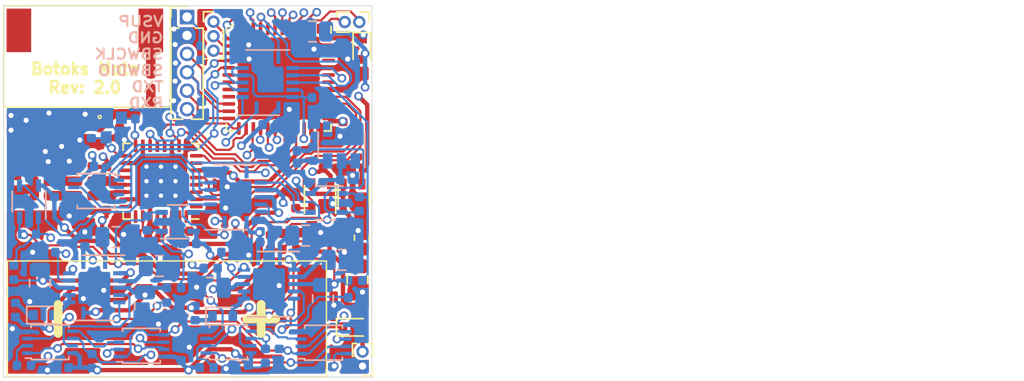
<source format=kicad_pcb>
(kicad_pcb (version 20171130) (host pcbnew 5.1.4)
  (layers (0 F.Cu signal) (1 In1.Cu signal) (2 In2.Cu signal) (31 B.Cu signal) (34 B.Paste user) (35 F.Paste user) (36 B.SilkS user) (37 F.SilkS user) (38 B.Mask user) (39 F.Mask user) (44 Edge.Cuts user))
  (net 0 "")
  (net 1 "Net-(AE1-Pad1)")
  (net 2 GND)
  (net 3 /VSUP)
  (net 4 "Net-(C2-Pad2)")
  (net 5 "Net-(C3-Pad2)")
  (net 6 /ZL70550/VSUP)
  (net 7 "Net-(C6-Pad1)")
  (net 8 VDDA)
  (net 9 "Net-(C9-Pad2)")
  (net 10 "Net-(C12-Pad2)")
  (net 11 "Net-(C10-Pad2)")
  (net 12 "Net-(C10-Pad1)")
  (net 13 "Net-(C13-Pad1)")
  (net 14 "Net-(C14-Pad1)")
  (net 15 /VHARVESTER)
  (net 16 /CHRT/VIN)
  (net 17 "Net-(C25-Pad1)")
  (net 18 "Net-(C26-Pad1)")
  (net 19 /CHRT/Cascade/VINT)
  (net 20 "Net-(C35-Pad1)")
  (net 21 "Net-(C36-Pad1)")
  (net 22 /MCU/SBWTDIO)
  (net 23 "Net-(D2-Pad2)")
  (net 24 "Net-(D3-Pad2)")
  (net 25 "Net-(D4-Pad1)")
  (net 26 /MCU/SBWTCK)
  (net 27 /MCU/BCL_UART_TXD)
  (net 28 /MCU/BCL_UART_RXD)
  (net 29 /CHRT/Cascade/EN_CASCADE)
  (net 30 "Net-(R1-Pad1)")
  (net 31 /MCU/ZL_RST)
  (net 32 /MCU/CAS_CLK)
  (net 33 /CHRT/HRT2/EN_CAS_TIME_0)
  (net 34 /CHRT/EN_CHR_2)
  (net 35 /CHRT/EN_CHR_3)
  (net 36 /CHRT/HRT2/EN_CAS_TIME_1)
  (net 37 /CHRT/ADC2)
  (net 38 /CHRT/ADC3)
  (net 39 "Net-(R13-Pad1)")
  (net 40 "Net-(R14-Pad1)")
  (net 41 /CHRT/ADC0)
  (net 42 /CHRT/ADC1)
  (net 43 /CHRT/HRT1/EN_CAS_TIME_0)
  (net 44 /CHRT/EN_CHR_0)
  (net 45 /CHRT/EN_CHR_1)
  (net 46 /CHRT/HRT1/EN_CAS_TIME_1)
  (net 47 "Net-(R30-Pad1)")
  (net 48 "Net-(R31-Pad1)")
  (net 49 /ZL70550/GP3)
  (net 50 "Net-(U2-Pad28)")
  (net 51 "Net-(U2-Pad25)")
  (net 52 "Net-(U2-Pad24)")
  (net 53 "Net-(U2-Pad20)")
  (net 54 "Net-(U2-Pad19)")
  (net 55 /ZL70550/MISO)
  (net 56 "Net-(U2-Pad13)")
  (net 57 /ZL70550/MOSI)
  (net 58 /ZL70550/CLK)
  (net 59 /ZL70550/SEL)
  (net 60 "Net-(U2-Pad7)")
  (net 61 /ZL70550/IRQ)
  (net 62 /ZL70550/GP0)
  (net 63 /ZL70550/GP1)
  (net 64 /ZL70550/GP2)
  (net 65 /CHRT/EN_TIME_3)
  (net 66 /CHRT/EN_TIME_2)
  (net 67 "Net-(U10-Pad2)")
  (net 68 "Net-(U10-Pad4)")
  (net 69 "Net-(U10-Pad9)")
  (net 70 "Net-(U11-Pad3)")
  (net 71 /CHRT/CAS_EN)
  (net 72 /CHRT/EN_TIME_1)
  (net 73 /CHRT/EN_TIME_0)
  (net 74 "Net-(U15-Pad46)")
  (net 75 "Net-(U15-Pad45)")
  (net 76 "Net-(U15-Pad43)")
  (net 77 "Net-(U15-Pad42)")
  (net 78 "Net-(U15-Pad21)")
  (net 79 "Net-(U15-Pad20)")
  (net 80 "Net-(U15-Pad19)")
  (net 81 "Net-(U15-Pad12)")
  (net 82 "Net-(U15-Pad8)")
  (net 83 "Net-(U4-Pad7)")
  (net 84 "Net-(U4-Pad3)")
  (net 85 "Net-(U12-Pad7)")
  (net 86 "Net-(U12-Pad3)")
  (net 87 /Harvester/VSOLAR)
  (net 88 "Net-(R33-Pad2)")
  (net 89 "Net-(R34-Pad2)")
  (net 90 "Net-(J2-Pad3)")
  (net 91 "Net-(J2-Pad2)")
  (net 92 "Net-(J2-Pad1)")
  (net 93 "Net-(J3-Pad2)")
  (net 94 "Net-(J3-Pad1)")
  (net 95 "Net-(C16-Pad2)")
  (net 96 "Net-(F1-Pad3)")
  (net 97 /CHRT/HRT2/VCHARGE)
  (net 98 /CHRT/HRT1/VCHARGE)
  (net 99 /MCU/CAS_CHARGE)
  (net 100 "Net-(L5-Pad2)")
  (net 101 "Net-(U15-Pad18)")
  (net 102 /CHRT/Cascade/VREF)
  (net 103 "Net-(C18-Pad1)")
  (net 104 /MCU/CAS_EN_ADC)
  (net 105 "Net-(U5-Pad7)")
  (net 106 "Net-(U5-Pad3)")
  (net 107 "Net-(U13-Pad7)")
  (net 108 "Net-(U13-Pad3)")
  (net 109 /CHRT/INT_ADC0)
  (net 110 /CHRT/INT_ADC1)
  (net 111 /CHRT/INT_ADC2)
  (net 112 /CHRT/INT_ADC3)
  (net 113 /CHRT/VCHARGE)
  (module Capacitor_SMD:C_0402_1005Metric (layer B.Cu) (at 38.35 28)
    (fp_text reference C45 hide)
    (fp_text value 100nF)
    (pad 2 smd roundrect (at 0.485 0) (size 0.59 0.64) (layers B.Cu B.Paste B.Mask) (net 2 GND))
    (pad 1 smd roundrect (at -0.485 0) (size 0.59 0.64) (layers B.Cu B.Paste B.Mask) (net 16 /CHRT/VIN))
  )
  (module Package_TO_SOT_SMD:SC-82AB (layer F.Cu) (at 41.9 32.9 90)
    (fp_text reference U18 hide)
    (fp_text value S-1313A22-N4T1U3)
    (pad 4 smd rect (at 0.825 -0.65 90) (size 0.75 0.5) (layers F.Cu F.Paste F.Mask) (net 15 /VHARVESTER))
    (pad 3 smd rect (at 0.825 0.65 90) (size 0.75 0.5) (layers F.Cu F.Paste F.Mask) (net 113 /CHRT/VCHARGE))
    (pad 2 smd rect (at -0.825 0.65 90) (size 0.75 0.6) (layers F.Cu F.Paste F.Mask) (net 2 GND))
    (pad 1 smd rect (at -0.825 -0.65 90) (size 0.75 0.5) (layers F.Cu F.Paste F.Mask) (net 99 /MCU/CAS_CHARGE))
  )
  (module Resistor_SMD:R_0402_1005Metric (layer F.Cu) (at 40.15 33.275 90)
    (fp_text reference R11 hide)
    (fp_text value 10M)
    (pad 2 smd roundrect (at 0.485 0 90) (size 0.59 0.64) (layers F.Cu F.Paste F.Mask) (net 2 GND))
    (pad 1 smd roundrect (at -0.485 0 90) (size 0.59 0.64) (layers F.Cu F.Paste F.Mask) (net 99 /MCU/CAS_CHARGE))
  )
  (module Capacitor_SMD:C_0402_1005Metric (layer F.Cu) (at 42.5 31)
    (fp_text reference C44 hide)
    (fp_text value 100nF)
    (pad 2 smd roundrect (at 0.485 0) (size 0.59 0.64) (layers F.Cu F.Paste F.Mask) (net 2 GND))
    (pad 1 smd roundrect (at -0.485 0) (size 0.59 0.64) (layers F.Cu F.Paste F.Mask) (net 113 /CHRT/VCHARGE))
  )
  (module Package_DFN_QFN:Texas_S-PVQFN-N14 (layer B.Cu) (at 38.2 25.1)
    (fp_text reference U3 hide)
    (fp_text value TS3A4751)
    (pad 15 smd rect (at 0 0 90) (size 1.2 1.2) (layers B.Cu B.Mask) (net 2 GND))
    (pad "" smd rect (at 0.56 0.56 90) (size 0.4 0.4) (drill (offset 0.2 -0.2)) (layers B.Paste))
    (pad "" smd rect (at -0.56 0.56 90) (size 0.4 0.4) (drill (offset 0.2 0.2)) (layers B.Paste))
    (pad "" smd rect (at -0.56 -0.56 90) (size 0.4 0.4) (drill (offset -0.2 0.2)) (layers B.Paste))
    (pad "" smd rect (at 0.56 -0.56 90) (size 0.4 0.4) (drill (offset -0.2 -0.2)) (layers B.Paste))
    (pad 14 smd rect (at 0.75 1.725 90) (size 0.85 0.28) (layers B.Cu B.Paste B.Mask) (net 16 /CHRT/VIN))
    (pad 13 smd rect (at 1.725 1 90) (size 0.28 0.85) (layers B.Cu B.Paste B.Mask) (net 104 /MCU/CAS_EN_ADC))
    (pad 12 smd rect (at 1.725 0.5 90) (size 0.28 0.85) (layers B.Cu B.Paste B.Mask) (net 104 /MCU/CAS_EN_ADC))
    (pad 11 smd rect (at 1.725 0 90) (size 0.28 0.85) (layers B.Cu B.Paste B.Mask) (net 111 /CHRT/INT_ADC2))
    (pad 10 smd rect (at 1.725 -0.5 90) (size 0.28 0.85) (layers B.Cu B.Paste B.Mask) (net 37 /CHRT/ADC2))
    (pad 9 smd rect (at 1.725 -1 90) (size 0.28 0.85) (layers B.Cu B.Paste B.Mask) (net 112 /CHRT/INT_ADC3))
    (pad 8 smd rect (at 0.75 -1.725 90) (size 0.85 0.28) (layers B.Cu B.Paste B.Mask) (net 38 /CHRT/ADC3))
    (pad 7 smd rect (at -0.75 -1.725 90) (size 0.85 0.28) (layers B.Cu B.Paste B.Mask) (net 2 GND))
    (pad 6 smd rect (at -1.725 -1 90) (size 0.28 0.85) (layers B.Cu B.Paste B.Mask) (net 104 /MCU/CAS_EN_ADC))
    (pad 5 smd rect (at -1.725 -0.5 90) (size 0.28 0.85) (layers B.Cu B.Paste B.Mask) (net 104 /MCU/CAS_EN_ADC))
    (pad 4 smd rect (at -1.725 0 90) (size 0.28 0.85) (layers B.Cu B.Paste B.Mask) (net 42 /CHRT/ADC1))
    (pad 3 smd rect (at -1.725 0.5 90) (size 0.28 0.85) (layers B.Cu B.Paste B.Mask) (net 110 /CHRT/INT_ADC1))
    (pad 2 smd rect (at -1.725 1 90) (size 0.28 0.85) (layers B.Cu B.Paste B.Mask) (net 41 /CHRT/ADC0))
    (pad 1 smd rect (at -0.75 1.725 90) (size 0.85 0.28) (layers B.Cu B.Paste B.Mask) (net 109 /CHRT/INT_ADC0))
  )
  (module jaspers_footprints:Texas_R-PDSO-G5 (layer B.Cu) (at 42.2 33.4 180)
    (fp_text reference U17 hide)
    (fp_text value TLV3691IDCK)
    (pad 1 smd rect (at -1.1 0.65 180) (size 0.85 0.35) (layers B.Cu B.Paste B.Mask) (net 111 /CHRT/INT_ADC2))
    (pad 3 smd rect (at -1.1 -0.65 180) (size 0.85 0.35) (layers B.Cu B.Paste B.Mask) (net 102 /CHRT/Cascade/VREF))
    (pad 2 smd rect (at -1.1 0 180) (size 0.85 0.35) (layers B.Cu B.Paste B.Mask) (net 2 GND))
    (pad 4 smd rect (at 1.1 -0.65 180) (size 0.85 0.35) (layers B.Cu B.Paste B.Mask) (net 69 "Net-(U10-Pad9)"))
    (pad 5 smd rect (at 1.1 0.65 180) (size 0.85 0.35) (layers B.Cu B.Paste B.Mask) (net 19 /CHRT/Cascade/VINT))
  )
  (module jaspers_footprints:Texas_R-PDSO-G5 (layer B.Cu) (at 21.75 33.3 90)
    (fp_text reference U9 hide)
    (fp_text value TLV3691IDCK)
    (pad 1 smd rect (at -1.1 0.65 90) (size 0.85 0.35) (layers B.Cu B.Paste B.Mask) (net 110 /CHRT/INT_ADC1))
    (pad 3 smd rect (at -1.1 -0.65 90) (size 0.85 0.35) (layers B.Cu B.Paste B.Mask) (net 102 /CHRT/Cascade/VREF))
    (pad 2 smd rect (at -1.1 0 90) (size 0.85 0.35) (layers B.Cu B.Paste B.Mask) (net 2 GND))
    (pad 4 smd rect (at 1.1 -0.65 90) (size 0.85 0.35) (layers B.Cu B.Paste B.Mask) (net 68 "Net-(U10-Pad4)"))
    (pad 5 smd rect (at 1.1 0.65 90) (size 0.85 0.35) (layers B.Cu B.Paste B.Mask) (net 19 /CHRT/Cascade/VINT))
  )
  (module jaspers_footprints:Texas_R-PDSO-G5 (layer B.Cu) (at 32 34.7)
    (fp_text reference U8 hide)
    (fp_text value TLV3691IDCK)
    (pad 1 smd rect (at -1.1 0.65) (size 0.85 0.35) (layers B.Cu B.Paste B.Mask) (net 109 /CHRT/INT_ADC0))
    (pad 3 smd rect (at -1.1 -0.65) (size 0.85 0.35) (layers B.Cu B.Paste B.Mask) (net 102 /CHRT/Cascade/VREF))
    (pad 2 smd rect (at -1.1 0) (size 0.85 0.35) (layers B.Cu B.Paste B.Mask) (net 2 GND))
    (pad 4 smd rect (at 1.1 -0.65) (size 0.85 0.35) (layers B.Cu B.Paste B.Mask) (net 67 "Net-(U10-Pad2)"))
    (pad 5 smd rect (at 1.1 0.65) (size 0.85 0.35) (layers B.Cu B.Paste B.Mask) (net 19 /CHRT/Cascade/VINT))
  )
  (module Package_TO_SOT_SMD:SOT-23-5 (layer B.Cu) (at 43.3 29.4 90)
    (fp_text reference U7 hide)
    (fp_text value MCP1810T-12)
    (pad 5 smd rect (at 1.1 0.95 90) (size 1.06 0.65) (layers B.Cu B.Paste B.Mask) (net 2 GND))
    (pad 4 smd rect (at 1.1 -0.95 90) (size 1.06 0.65) (layers B.Cu B.Paste B.Mask))
    (pad 3 smd rect (at -1.1 -0.95 90) (size 1.06 0.65) (layers B.Cu B.Paste B.Mask) (net 103 "Net-(C18-Pad1)"))
    (pad 2 smd rect (at -1.1 0 90) (size 1.06 0.65) (layers B.Cu B.Paste B.Mask) (net 19 /CHRT/Cascade/VINT))
    (pad 1 smd rect (at -1.1 0.95 90) (size 1.06 0.65) (layers B.Cu B.Paste B.Mask) (net 19 /CHRT/Cascade/VINT))
  )
  (module Resistor_SMD:R_0402_1005Metric (layer B.Cu) (at 39.75 29.8 180)
    (fp_text reference R16 hide)
    (fp_text value 2.4M)
    (pad 2 smd roundrect (at 0.485 0 180) (size 0.59 0.64) (layers B.Cu B.Paste B.Mask) (net 2 GND))
    (pad 1 smd roundrect (at -0.485 0 180) (size 0.59 0.64) (layers B.Cu B.Paste B.Mask) (net 102 /CHRT/Cascade/VREF))
  )
  (module Resistor_SMD:R_0402_1005Metric (layer B.Cu) (at 41.35 30 90)
    (fp_text reference R15 hide)
    (fp_text value 9.1M)
    (pad 2 smd roundrect (at 0.485 0 90) (size 0.59 0.64) (layers B.Cu B.Paste B.Mask) (net 102 /CHRT/Cascade/VREF))
    (pad 1 smd roundrect (at -0.485 0 90) (size 0.59 0.64) (layers B.Cu B.Paste B.Mask) (net 103 "Net-(C18-Pad1)"))
  )
  (module Resistor_SMD:R_0402_1005Metric (layer B.Cu) (at 39 43.95 270)
    (fp_text reference R4 hide)
    (fp_text value 10M)
    (pad 2 smd roundrect (at 0.485 0 270) (size 0.59 0.64) (layers B.Cu B.Paste B.Mask) (net 2 GND))
    (pad 1 smd roundrect (at -0.485 0 270) (size 0.59 0.64) (layers B.Cu B.Paste B.Mask) (net 32 /MCU/CAS_CLK))
  )
  (module Resistor_SMD:R_0402_1005Metric (layer B.Cu) (at 41.75 26.125 180)
    (fp_text reference R2 hide)
    (fp_text value 10M)
    (pad 2 smd roundrect (at 0.485 0 180) (size 0.59 0.64) (layers B.Cu B.Paste B.Mask) (net 104 /MCU/CAS_EN_ADC))
    (pad 1 smd roundrect (at -0.485 0 180) (size 0.59 0.64) (layers B.Cu B.Paste B.Mask) (net 2 GND))
  )
  (module Connector_PinHeader_1.00mm:PinHeader_1x02_P1.00mm_Vertical (layer F.Cu) (at 44.75 44.65 180)
    (fp_text reference J5 hide)
    (fp_text value Conn_01x02)
    (pad 2 thru_hole oval (at 0 1 180) (size 0.85 0.85) (drill 0.5) (layers *.Cu *.Mask) (net 87 /Harvester/VSOLAR))
    (pad 1 thru_hole rect (at 0 0 180) (size 0.85 0.85) (drill 0.5) (layers *.Cu *.Mask) (net 2 GND))
  )
  (module Capacitor_SMD:C_0402_1005Metric (layer B.Cu) (at 44.525 33.475 270)
    (fp_text reference C43 hide)
    (fp_text value DNP)
    (pad 2 smd roundrect (at 0.485 0 270) (size 0.59 0.64) (layers B.Cu B.Paste B.Mask) (net 102 /CHRT/Cascade/VREF))
    (pad 1 smd roundrect (at -0.485 0 270) (size 0.59 0.64) (layers B.Cu B.Paste B.Mask) (net 111 /CHRT/INT_ADC2))
  )
  (module Capacitor_SMD:C_0402_1005Metric (layer B.Cu) (at 21.75 35.55 180)
    (fp_text reference C39 hide)
    (fp_text value DNP)
    (pad 2 smd roundrect (at 0.485 0 180) (size 0.59 0.64) (layers B.Cu B.Paste B.Mask) (net 102 /CHRT/Cascade/VREF))
    (pad 1 smd roundrect (at -0.485 0 180) (size 0.59 0.64) (layers B.Cu B.Paste B.Mask) (net 110 /CHRT/INT_ADC1))
  )
  (module Capacitor_SMD:C_0402_1005Metric (layer B.Cu) (at 29.9 34.8 90)
    (fp_text reference C21 hide)
    (fp_text value DNP)
    (pad 2 smd roundrect (at 0.485 0 90) (size 0.59 0.64) (layers B.Cu B.Paste B.Mask) (net 102 /CHRT/Cascade/VREF))
    (pad 1 smd roundrect (at -0.485 0 90) (size 0.59 0.64) (layers B.Cu B.Paste B.Mask) (net 109 /CHRT/INT_ADC0))
  )
  (module Capacitor_SMD:C_0402_1005Metric (layer B.Cu) (at 39.75 30.65 180)
    (fp_text reference C18 hide)
    (fp_text value 2.2uF)
    (pad 2 smd roundrect (at 0.485 0 180) (size 0.59 0.64) (layers B.Cu B.Paste B.Mask) (net 2 GND))
    (pad 1 smd roundrect (at -0.485 0 180) (size 0.59 0.64) (layers B.Cu B.Paste B.Mask) (net 103 "Net-(C18-Pad1)"))
  )
  (module Capacitor_SMD:C_0402_1005Metric (layer B.Cu) (at 41.475 28.3 90)
    (fp_text reference C17 hide)
    (fp_text value DNP)
    (pad 2 smd roundrect (at 0.485 0 90) (size 0.59 0.64) (layers B.Cu B.Paste B.Mask) (net 2 GND))
    (pad 1 smd roundrect (at -0.485 0 90) (size 0.59 0.64) (layers B.Cu B.Paste B.Mask) (net 102 /CHRT/Cascade/VREF))
  )
  (module Capacitor_SMD:C_0402_1005Metric (layer B.Cu) (at 43.7 31.8)
    (fp_text reference C15 hide)
    (fp_text value 2.2uF)
    (pad 2 smd roundrect (at 0.485 0) (size 0.59 0.64) (layers B.Cu B.Paste B.Mask) (net 2 GND))
    (pad 1 smd roundrect (at -0.485 0) (size 0.59 0.64) (layers B.Cu B.Paste B.Mask) (net 19 /CHRT/Cascade/VINT))
  )
  (module Connector_PinHeader_1.00mm:PinHeader_1x02_P1.00mm_Vertical (layer F.Cu) (at 44.525 20.925 270)
    (fp_text reference J3 hide)
    (fp_text value Conn_01x02)
    (pad 2 thru_hole oval (at 0 1 270) (size 0.85 0.85) (drill 0.5) (layers *.Cu *.Mask) (net 93 "Net-(J3-Pad2)"))
    (pad 1 thru_hole circle (at 0 0 270) (size 0.85 0.85) (drill 0.5) (layers *.Cu *.Mask) (net 94 "Net-(J3-Pad1)"))
  )
  (module Connector_PinHeader_1.00mm:PinHeader_1x03_P1.00mm_Vertical (layer F.Cu) (at 34.475 20.9)
    (fp_text reference J2 hide)
    (fp_text value Conn_01x03)
    (pad 3 thru_hole oval (at 0 2) (size 0.85 0.85) (drill 0.5) (layers *.Cu *.Mask) (net 90 "Net-(J2-Pad3)"))
    (pad 2 thru_hole oval (at 0 1) (size 0.85 0.85) (drill 0.5) (layers *.Cu *.Mask) (net 91 "Net-(J2-Pad2)"))
    (pad 1 thru_hole circle (at 0 0) (size 0.85 0.85) (drill 0.5) (layers *.Cu *.Mask) (net 92 "Net-(J2-Pad1)"))
  )
  (module Package_SO:VSSOP-8_2.4x2.1mm_P0.5mm (layer B.Cu) (at 42.06 43.04)
    (fp_text reference U4 hide)
    (fp_text value SN74AUP2G79DCU)
    (pad 8 smd rect (at 1.55 0.75) (size 0.75 0.25) (layers B.Cu B.Paste B.Mask) (net 16 /CHRT/VIN))
    (pad 7 smd rect (at 1.55 0.25) (size 0.75 0.25) (layers B.Cu B.Paste B.Mask) (net 83 "Net-(U4-Pad7)"))
    (pad 6 smd rect (at 1.55 -0.25) (size 0.75 0.25) (layers B.Cu B.Paste B.Mask) (net 65 /CHRT/EN_TIME_3))
    (pad 5 smd rect (at 1.55 -0.75) (size 0.75 0.25) (layers B.Cu B.Paste B.Mask) (net 32 /MCU/CAS_CLK))
    (pad 4 smd rect (at -1.55 -0.75) (size 0.75 0.25) (layers B.Cu B.Paste B.Mask) (net 2 GND))
    (pad 3 smd rect (at -1.55 -0.25) (size 0.75 0.25) (layers B.Cu B.Paste B.Mask) (net 84 "Net-(U4-Pad3)"))
    (pad 2 smd rect (at -1.55 0.25) (size 0.75 0.25) (layers B.Cu B.Paste B.Mask) (net 66 /CHRT/EN_TIME_2))
    (pad 1 smd rect (at -1.55 0.75) (size 0.75 0.25) (layers B.Cu B.Paste B.Mask) (net 32 /MCU/CAS_CLK))
  )
  (module jaspers_footprints:SF16-0868M4 (layer F.Cu) (at 22.45 28.75)
    (fp_text reference F1 hide)
    (fp_text value SF16-0868M4)
    (pad 4 smd rect (at -0.4 -0.4) (size 0.6 0.4) (layers F.Cu F.Paste F.Mask) (net 2 GND))
    (pad 3 smd rect (at 0.5 -0.4) (size 0.4 0.4) (layers F.Cu F.Paste F.Mask) (net 96 "Net-(F1-Pad3)"))
    (pad 2 smd rect (at 0.5 0.4) (size 0.4 0.4) (layers F.Cu F.Paste F.Mask) (net 2 GND))
    (pad 1 smd rect (at -0.5 0.4) (size 0.4 0.4) (layers F.Cu F.Paste F.Mask) (net 14 "Net-(C14-Pad1)"))
  )
  (module Capacitor_SMD:C_0402_1005Metric (layer F.Cu) (at 20.9 32 270)
    (fp_text reference C14 hide)
    (fp_text value 100pF)
    (pad 2 smd roundrect (at 0.485 0 270) (size 0.59 0.64) (layers F.Cu F.Paste F.Mask) (net 13 "Net-(C13-Pad1)"))
    (pad 1 smd roundrect (at -0.485 0 270) (size 0.59 0.64) (layers F.Cu F.Paste F.Mask) (net 14 "Net-(C14-Pad1)"))
  )
  (module jaspers_footprints:KXOB25-02X8F (layer F.Cu) (at 31.26 41.4)
    (fp_text reference SC1 hide)
    (fp_text value KXOB25-02X8F)
    (pad 1 smd roundrect (at 10 0) (size 2 7.5) (layers F.Cu F.Paste F.Mask) (net 25 "Net-(D4-Pad1)"))
    (pad 2 smd rect (at -10 0) (size 2 7.5) (layers F.Cu F.Paste F.Mask) (net 2 GND))
  )
  (module Inductor_SMD:L_0402_1005Metric (layer F.Cu) (at 30.15 25 90)
    (fp_text reference L6 hide)
    (fp_text value 7.5nH)
    (pad 1 smd roundrect (at -0.485 0 90) (size 0.59 0.64) (layers F.Cu F.Paste F.Mask) (net 100 "Net-(L5-Pad2)"))
    (pad 2 smd roundrect (at 0.485 0 90) (size 0.59 0.64) (layers F.Cu F.Paste F.Mask) (net 1 "Net-(AE1-Pad1)"))
  )
  (module Connector_PinHeader_1.27mm:PinHeader_1x06_P1.27mm_Vertical (layer F.Cu) (at 32.65 20.58)
    (fp_text reference J1 hide)
    (fp_text value 952-3602-ND)
    (pad 6 thru_hole oval (at 0 6.35) (size 1 1) (drill 0.65) (layers *.Cu *.Mask) (net 28 /MCU/BCL_UART_RXD))
    (pad 5 thru_hole oval (at 0 5.08) (size 1 1) (drill 0.65) (layers *.Cu *.Mask) (net 27 /MCU/BCL_UART_TXD))
    (pad 4 thru_hole oval (at 0 3.81) (size 1 1) (drill 0.65) (layers *.Cu *.Mask) (net 22 /MCU/SBWTDIO))
    (pad 3 thru_hole oval (at 0 2.54) (size 1 1) (drill 0.65) (layers *.Cu *.Mask) (net 26 /MCU/SBWTCK))
    (pad 2 thru_hole oval (at 0 1.27) (size 1 1) (drill 0.65) (layers *.Cu *.Mask) (net 2 GND))
    (pad 1 thru_hole rect (at 0 0) (size 1 1) (drill 0.65) (layers *.Cu *.Mask) (net 3 /VSUP))
  )
  (module Capacitor_SMD:C_0402_1005Metric (layer F.Cu) (at 33.3 35.35)
    (fp_text reference C6 hide)
    (fp_text value 100nF)
    (pad 1 smd roundrect (at -0.485 0) (size 0.59 0.64) (layers F.Cu F.Paste F.Mask) (net 7 "Net-(C6-Pad1)"))
    (pad 2 smd roundrect (at 0.485 0) (size 0.59 0.64) (layers F.Cu F.Paste F.Mask) (net 2 GND))
  )
  (module Capacitor_SMD:C_0402_1005Metric (layer F.Cu) (at 28 27.75 90)
    (fp_text reference C16 hide)
    (fp_text value C)
    (pad 2 smd roundrect (at 0.485 0 90) (size 0.59 0.64) (layers F.Cu F.Paste F.Mask) (net 95 "Net-(C16-Pad2)"))
    (pad 1 smd roundrect (at -0.485 0 90) (size 0.59 0.64) (layers F.Cu F.Paste F.Mask) (net 2 GND))
  )
  (module Capacitor_SMD:C_0402_1005Metric (layer B.Cu) (at 33.65 26.9 270)
    (fp_text reference C40 hide)
    (fp_text value 2.2nF)
    (pad 2 smd roundrect (at 0.485 0 270) (size 0.59 0.64) (layers B.Cu B.Paste B.Mask) (net 2 GND))
    (pad 1 smd roundrect (at -0.485 0 270) (size 0.59 0.64) (layers B.Cu B.Paste B.Mask) (net 22 /MCU/SBWTDIO))
  )
  (module jaspers_footprints:MM8030 (layer F.Cu) (at 25.65 28.2 270)
    (fp_text reference J4 hide)
    (fp_text value MM8030-2610)
    (pad 0 smd rect (at -1.03 0 270) (size 0.24 1.1) (layers F.Cu F.Paste F.Mask) (net 2 GND))
    (pad 0 smd rect (at 1.03 0 270) (size 0.24 1.1) (layers F.Cu F.Paste F.Mask) (net 2 GND))
    (pad 0 smd trapezoid (at -0.8 0.435 90) (size 0.46 0.23) (rect_delta 0 0.24) (layers F.Cu F.Paste F.Mask) (net 2 GND))
    (pad 0 smd trapezoid (at -0.8 -0.435 270) (size 0.46 0.23) (rect_delta 0 0.24) (layers F.Cu F.Paste F.Mask) (net 2 GND))
    (pad 0 smd trapezoid (at 0.8 0.435 90) (size 0.46 0.23) (rect_delta 0 0.24) (layers F.Cu F.Paste F.Mask) (net 2 GND))
    (pad 0 smd trapezoid (at 0.8 -0.435 270) (size 0.46 0.23) (rect_delta 0 0.24) (layers F.Cu F.Paste F.Mask) (net 2 GND))
    (pad 0 smd rect (at -0.8 0 270) (size 0.7 0.64) (layers F.Cu F.Paste F.Mask) (net 2 GND))
    (pad 0 smd rect (at 0.8 0 270) (size 0.7 0.64) (layers F.Cu F.Paste F.Mask) (net 2 GND))
    (pad 2 smd rect (at 0 0.95 270) (size 0.5 0.4) (layers F.Cu F.Paste F.Mask) (net 96 "Net-(F1-Pad3)"))
    (pad 1 smd rect (at 0 -0.95 270) (size 0.5 0.4) (layers F.Cu F.Paste F.Mask) (net 95 "Net-(C16-Pad2)"))
  )
  (module Capacitor_SMD:C_0402_1005Metric (layer F.Cu) (at 43.4 28.3 270)
    (fp_text reference C38 hide)
    (fp_text value 100nF)
    (pad 2 smd roundrect (at 0.485 0 270) (size 0.59 0.64) (layers F.Cu F.Paste F.Mask) (net 2 GND))
    (pad 1 smd roundrect (at -0.485 0 270) (size 0.59 0.64) (layers F.Cu F.Paste F.Mask) (net 3 /VSUP))
  )
  (module jaspers_footprints:QFN-32-1EP_5x5mm_P0.5mm_EP3.45x3.45mm_ThermalVias_0.3mm_Drill (layer F.Cu) (at 30.85 31.9 180)
    (fp_text reference U2 hide)
    (fp_text value ZL70550)
    (pad 32 smd roundrect (at -1.75 -2.4375 180) (size 0.25 0.875) (layers F.Cu F.Paste F.Mask) (net 49 /ZL70550/GP3))
    (pad 31 smd roundrect (at -1.25 -2.4375 180) (size 0.25 0.875) (layers F.Cu F.Paste F.Mask) (net 7 "Net-(C6-Pad1)"))
    (pad 30 smd roundrect (at -0.75 -2.4375 180) (size 0.25 0.875) (layers F.Cu F.Paste F.Mask) (net 6 /ZL70550/VSUP))
    (pad 29 smd roundrect (at -0.25 -2.4375 180) (size 0.25 0.875) (layers F.Cu F.Paste F.Mask) (net 8 VDDA))
    (pad 28 smd roundrect (at 0.25 -2.4375 180) (size 0.25 0.875) (layers F.Cu F.Paste F.Mask) (net 50 "Net-(U2-Pad28)"))
    (pad 27 smd roundrect (at 0.75 -2.4375 180) (size 0.25 0.875) (layers F.Cu F.Paste F.Mask) (net 2 GND))
    (pad 26 smd roundrect (at 1.25 -2.4375 180) (size 0.25 0.875) (layers F.Cu F.Paste F.Mask) (net 30 "Net-(R1-Pad1)"))
    (pad 25 smd roundrect (at 1.75 -2.4375 180) (size 0.25 0.875) (layers F.Cu F.Paste F.Mask) (net 51 "Net-(U2-Pad25)"))
    (pad 24 smd roundrect (at 2.4375 -1.75 180) (size 0.875 0.25) (layers F.Cu F.Paste F.Mask) (net 52 "Net-(U2-Pad24)"))
    (pad 23 smd roundrect (at 2.4375 -1.25 180) (size 0.875 0.25) (layers F.Cu F.Paste F.Mask) (net 2 GND))
    (pad 22 smd roundrect (at 2.4375 -0.75 180) (size 0.875 0.25) (layers F.Cu F.Paste F.Mask) (net 9 "Net-(C9-Pad2)"))
    (pad 21 smd roundrect (at 2.4375 -0.25 180) (size 0.875 0.25) (layers F.Cu F.Paste F.Mask) (net 11 "Net-(C10-Pad2)"))
    (pad 20 smd roundrect (at 2.4375 0.25 180) (size 0.875 0.25) (layers F.Cu F.Paste F.Mask) (net 53 "Net-(U2-Pad20)"))
    (pad 19 smd roundrect (at 2.4375 0.75 180) (size 0.875 0.25) (layers F.Cu F.Paste F.Mask) (net 54 "Net-(U2-Pad19)"))
    (pad 18 smd roundrect (at 2.4375 1.25 180) (size 0.875 0.25) (layers F.Cu F.Paste F.Mask) (net 2 GND))
    (pad 17 smd roundrect (at 2.4375 1.75 180) (size 0.875 0.25) (layers F.Cu F.Paste F.Mask) (net 4 "Net-(C2-Pad2)"))
    (pad 16 smd roundrect (at 1.75 2.4375 180) (size 0.25 0.875) (layers F.Cu F.Paste F.Mask) (net 5 "Net-(C3-Pad2)"))
    (pad 15 smd roundrect (at 1.25 2.4375 180) (size 0.25 0.875) (layers F.Cu F.Paste F.Mask) (net 2 GND))
    (pad 14 smd roundrect (at 0.75 2.4375 180) (size 0.25 0.875) (layers F.Cu F.Paste F.Mask) (net 55 /ZL70550/MISO))
    (pad 13 smd roundrect (at 0.25 2.4375 180) (size 0.25 0.875) (layers F.Cu F.Paste F.Mask) (net 56 "Net-(U2-Pad13)"))
    (pad 12 smd roundrect (at -0.25 2.4375 180) (size 0.25 0.875) (layers F.Cu F.Paste F.Mask) (net 57 /ZL70550/MOSI))
    (pad 11 smd roundrect (at -0.75 2.4375 180) (size 0.25 0.875) (layers F.Cu F.Paste F.Mask) (net 2 GND))
    (pad 10 smd roundrect (at -1.25 2.4375 180) (size 0.25 0.875) (layers F.Cu F.Paste F.Mask) (net 58 /ZL70550/CLK))
    (pad 9 smd roundrect (at -1.75 2.4375 180) (size 0.25 0.875) (layers F.Cu F.Paste F.Mask) (net 2 GND))
    (pad 8 smd roundrect (at -2.4375 1.75 180) (size 0.875 0.25) (layers F.Cu F.Paste F.Mask) (net 59 /ZL70550/SEL))
    (pad 7 smd roundrect (at -2.4375 1.25 180) (size 0.875 0.25) (layers F.Cu F.Paste F.Mask) (net 60 "Net-(U2-Pad7)"))
    (pad 6 smd roundrect (at -2.4375 0.75 180) (size 0.875 0.25) (layers F.Cu F.Paste F.Mask) (net 6 /ZL70550/VSUP))
    (pad 5 smd roundrect (at -2.4375 0.25 180) (size 0.875 0.25) (layers F.Cu F.Paste F.Mask) (net 61 /ZL70550/IRQ))
    (pad 4 smd roundrect (at -2.4375 -0.25 180) (size 0.875 0.25) (layers F.Cu F.Paste F.Mask) (net 62 /ZL70550/GP0))
    (pad 3 smd roundrect (at -2.4375 -0.75 180) (size 0.875 0.25) (layers F.Cu F.Paste F.Mask) (net 63 /ZL70550/GP1))
    (pad 2 smd roundrect (at -2.4375 -1.25 180) (size 0.875 0.25) (layers F.Cu F.Paste F.Mask) (net 31 /MCU/ZL_RST))
    (pad 1 smd roundrect (at -2.4375 -1.75 180) (size 0.875 0.25) (layers F.Cu F.Paste F.Mask) (net 64 /ZL70550/GP2))
    (pad 33 smd roundrect (at 0 0 180) (size 2.5 2.5) (layers B.Cu) (roundrect_rratio 0.1) (net 2 GND))
    (pad 33 thru_hole circle (at 1 1 180) (size 0.6 0.6) (drill 0.3) (layers *.Cu) (net 2 GND))
    (pad 33 thru_hole circle (at 0 1 180) (size 0.6 0.6) (drill 0.3) (layers *.Cu) (net 2 GND))
    (pad 33 thru_hole circle (at -1 1 180) (size 0.6 0.6) (drill 0.3) (layers *.Cu) (net 2 GND))
    (pad 33 thru_hole circle (at 1 0 180) (size 0.6 0.6) (drill 0.3) (layers *.Cu) (net 2 GND))
    (pad 33 thru_hole circle (at 0 0 180) (size 0.6 0.6) (drill 0.3) (layers *.Cu) (net 2 GND))
    (pad 33 thru_hole circle (at -1 0 180) (size 0.6 0.6) (drill 0.3) (layers *.Cu) (net 2 GND))
    (pad 33 thru_hole circle (at 1 -1 180) (size 0.6 0.6) (drill 0.3) (layers *.Cu) (net 2 GND))
    (pad 33 thru_hole circle (at 0 -1 180) (size 0.6 0.6) (drill 0.3) (layers *.Cu) (net 2 GND))
    (pad 33 thru_hole circle (at -1 -1 180) (size 0.6 0.6) (drill 0.3) (layers *.Cu) (net 2 GND))
    (pad 33 smd roundrect (at 0 0 180) (size 3.45 3.45) (layers F.Cu F.Mask) (roundrect_rratio 0.072464) (net 2 GND))
  )
  (module Capacitor_SMD:C_0402_1005Metric (layer F.Cu) (at 30.75 36.3 270)
    (fp_text reference C7 hide)
    (fp_text value 100nF)
    (pad 1 smd roundrect (at -0.485 0 270) (size 0.59 0.64) (layers F.Cu F.Paste F.Mask) (net 8 VDDA))
    (pad 2 smd roundrect (at 0.485 0 270) (size 0.59 0.64) (layers F.Cu F.Paste F.Mask) (net 2 GND))
  )
  (module jaspers_footprints:W3016 (layer F.Cu) (at 20 19.8)
    (fp_text reference AE1 hide)
    (fp_text value W3016)
    (pad 2 smd rect (at 1.05 1.7 180) (size 1.7 3) (layers F.Cu F.Paste F.Mask))
    (pad 1 smd rect (at 10.15 1.7 180) (size 1.7 3) (layers F.Cu F.Paste F.Mask) (net 1 "Net-(AE1-Pad1)"))
  )
  (module Package_DFN_QFN:QFN-48-1EP_7x7mm_P0.5mm_EP5.15x5.15mm (layer F.Cu) (at 38.96875 24.825 270)
    (fp_text reference U15 hide)
    (fp_text value MSP430FR5994IRGZ)
    (pad 48 smd roundrect (at -2.75 -3.4375 270) (size 0.25 0.875) (layers F.Cu F.Paste F.Mask) (net 3 /VSUP))
    (pad 47 smd roundrect (at -2.25 -3.4375 270) (size 0.25 0.875) (layers F.Cu F.Paste F.Mask) (net 2 GND))
    (pad 46 smd roundrect (at -1.75 -3.4375 270) (size 0.25 0.875) (layers F.Cu F.Paste F.Mask) (net 74 "Net-(U15-Pad46)"))
    (pad 45 smd roundrect (at -1.25 -3.4375 270) (size 0.25 0.875) (layers F.Cu F.Paste F.Mask) (net 75 "Net-(U15-Pad45)"))
    (pad 44 smd roundrect (at -0.75 -3.4375 270) (size 0.25 0.875) (layers F.Cu F.Paste F.Mask) (net 2 GND))
    (pad 43 smd roundrect (at -0.25 -3.4375 270) (size 0.25 0.875) (layers F.Cu F.Paste F.Mask) (net 76 "Net-(U15-Pad43)"))
    (pad 42 smd roundrect (at 0.25 -3.4375 270) (size 0.25 0.875) (layers F.Cu F.Paste F.Mask) (net 77 "Net-(U15-Pad42)"))
    (pad 41 smd roundrect (at 0.75 -3.4375 270) (size 0.25 0.875) (layers F.Cu F.Paste F.Mask) (net 2 GND))
    (pad 40 smd roundrect (at 1.25 -3.4375 270) (size 0.25 0.875) (layers F.Cu F.Paste F.Mask) (net 99 /MCU/CAS_CHARGE))
    (pad 39 smd roundrect (at 1.75 -3.4375 270) (size 0.25 0.875) (layers F.Cu F.Paste F.Mask) (net 31 /MCU/ZL_RST))
    (pad 38 smd roundrect (at 2.25 -3.4375 270) (size 0.25 0.875) (layers F.Cu F.Paste F.Mask) (net 61 /ZL70550/IRQ))
    (pad 37 smd roundrect (at 2.75 -3.4375 270) (size 0.25 0.875) (layers F.Cu F.Paste F.Mask) (net 3 /VSUP))
    (pad 36 smd roundrect (at 3.4375 -2.75 270) (size 0.875 0.25) (layers F.Cu F.Paste F.Mask) (net 2 GND))
    (pad 35 smd roundrect (at 3.4375 -2.25 270) (size 0.875 0.25) (layers F.Cu F.Paste F.Mask) (net 6 /ZL70550/VSUP))
    (pad 34 smd roundrect (at 3.4375 -1.75 270) (size 0.875 0.25) (layers F.Cu F.Paste F.Mask) (net 104 /MCU/CAS_EN_ADC))
    (pad 33 smd roundrect (at 3.4375 -1.25 270) (size 0.875 0.25) (layers F.Cu F.Paste F.Mask) (net 59 /ZL70550/SEL))
    (pad 32 smd roundrect (at 3.4375 -0.75 270) (size 0.875 0.25) (layers F.Cu F.Paste F.Mask) (net 55 /ZL70550/MISO))
    (pad 31 smd roundrect (at 3.4375 -0.25 270) (size 0.875 0.25) (layers F.Cu F.Paste F.Mask) (net 57 /ZL70550/MOSI))
    (pad 30 smd roundrect (at 3.4375 0.25 270) (size 0.875 0.25) (layers F.Cu F.Paste F.Mask) (net 66 /CHRT/EN_TIME_2))
    (pad 29 smd roundrect (at 3.4375 0.75 270) (size 0.875 0.25) (layers F.Cu F.Paste F.Mask) (net 65 /CHRT/EN_TIME_3))
    (pad 28 smd roundrect (at 3.4375 1.25 270) (size 0.875 0.25) (layers F.Cu F.Paste F.Mask) (net 34 /CHRT/EN_CHR_2))
    (pad 27 smd roundrect (at 3.4375 1.75 270) (size 0.875 0.25) (layers F.Cu F.Paste F.Mask) (net 35 /CHRT/EN_CHR_3))
    (pad 26 smd roundrect (at 3.4375 2.25 270) (size 0.875 0.25) (layers F.Cu F.Paste F.Mask) (net 58 /ZL70550/CLK))
    (pad 25 smd roundrect (at 3.4375 2.75 270) (size 0.875 0.25) (layers F.Cu F.Paste F.Mask) (net 28 /MCU/BCL_UART_RXD))
    (pad 24 smd roundrect (at 2.75 3.4375 270) (size 0.25 0.875) (layers F.Cu F.Paste F.Mask) (net 27 /MCU/BCL_UART_TXD))
    (pad 23 smd roundrect (at 2.25 3.4375 270) (size 0.25 0.875) (layers F.Cu F.Paste F.Mask) (net 22 /MCU/SBWTDIO))
    (pad 22 smd roundrect (at 1.75 3.4375 270) (size 0.25 0.875) (layers F.Cu F.Paste F.Mask) (net 26 /MCU/SBWTCK))
    (pad 21 smd roundrect (at 1.25 3.4375 270) (size 0.25 0.875) (layers F.Cu F.Paste F.Mask) (net 78 "Net-(U15-Pad21)"))
    (pad 20 smd roundrect (at 0.75 3.4375 270) (size 0.25 0.875) (layers F.Cu F.Paste F.Mask) (net 79 "Net-(U15-Pad20)"))
    (pad 19 smd roundrect (at 0.25 3.4375 270) (size 0.25 0.875) (layers F.Cu F.Paste F.Mask) (net 80 "Net-(U15-Pad19)"))
    (pad 18 smd roundrect (at -0.25 3.4375 270) (size 0.25 0.875) (layers F.Cu F.Paste F.Mask) (net 101 "Net-(U15-Pad18)"))
    (pad 17 smd roundrect (at -0.75 3.4375 270) (size 0.25 0.875) (layers F.Cu F.Paste F.Mask) (net 32 /MCU/CAS_CLK))
    (pad 16 smd roundrect (at -1.25 3.4375 270) (size 0.25 0.875) (layers F.Cu F.Paste F.Mask) (net 71 /CHRT/CAS_EN))
    (pad 15 smd roundrect (at -1.75 3.4375 270) (size 0.25 0.875) (layers F.Cu F.Paste F.Mask) (net 90 "Net-(J2-Pad3)"))
    (pad 14 smd roundrect (at -2.25 3.4375 270) (size 0.25 0.875) (layers F.Cu F.Paste F.Mask) (net 91 "Net-(J2-Pad2)"))
    (pad 13 smd roundrect (at -2.75 3.4375 270) (size 0.25 0.875) (layers F.Cu F.Paste F.Mask) (net 92 "Net-(J2-Pad1)"))
    (pad 12 smd roundrect (at -3.4375 2.75 270) (size 0.875 0.25) (layers F.Cu F.Paste F.Mask) (net 81 "Net-(U15-Pad12)"))
    (pad 11 smd roundrect (at -3.4375 2.25 270) (size 0.875 0.25) (layers F.Cu F.Paste F.Mask) (net 42 /CHRT/ADC1))
    (pad 10 smd roundrect (at -3.4375 1.75 270) (size 0.875 0.25) (layers F.Cu F.Paste F.Mask) (net 38 /CHRT/ADC3))
    (pad 9 smd roundrect (at -3.4375 1.25 270) (size 0.875 0.25) (layers F.Cu F.Paste F.Mask) (net 37 /CHRT/ADC2))
    (pad 8 smd roundrect (at -3.4375 0.75 270) (size 0.875 0.25) (layers F.Cu F.Paste F.Mask) (net 82 "Net-(U15-Pad8)"))
    (pad 7 smd roundrect (at -3.4375 0.25 270) (size 0.875 0.25) (layers F.Cu F.Paste F.Mask) (net 45 /CHRT/EN_CHR_1))
    (pad 6 smd roundrect (at -3.4375 -0.25 270) (size 0.875 0.25) (layers F.Cu F.Paste F.Mask) (net 73 /CHRT/EN_TIME_0))
    (pad 5 smd roundrect (at -3.4375 -0.75 270) (size 0.875 0.25) (layers F.Cu F.Paste F.Mask) (net 44 /CHRT/EN_CHR_0))
    (pad 4 smd roundrect (at -3.4375 -1.25 270) (size 0.875 0.25) (layers F.Cu F.Paste F.Mask) (net 72 /CHRT/EN_TIME_1))
    (pad 3 smd roundrect (at -3.4375 -1.75 270) (size 0.875 0.25) (layers F.Cu F.Paste F.Mask) (net 41 /CHRT/ADC0))
    (pad 2 smd roundrect (at -3.4375 -2.25 270) (size 0.875 0.25) (layers F.Cu F.Paste F.Mask) (net 94 "Net-(J3-Pad1)"))
    (pad 1 smd roundrect (at -3.4375 -2.75 270) (size 0.7 0.25) (layers F.Cu F.Paste F.Mask) (net 93 "Net-(J3-Pad2)"))
    (pad 49 smd roundrect (at 0 0 270) (size 5.15 5.15) (layers F.Cu F.Mask) (roundrect_rratio 0.048544) (net 2 GND))
  )
  (module Resistor_SMD:R_0402_1005Metric (layer B.Cu) (at 33.2 41 90)
    (fp_text reference R37 hide)
    (fp_text value 100)
    (pad 2 smd roundrect (at 0.485 0 90) (size 0.59 0.64) (layers B.Cu B.Paste B.Mask) (net 113 /CHRT/VCHARGE))
    (pad 1 smd roundrect (at -0.485 0 90) (size 0.59 0.64) (layers B.Cu B.Paste B.Mask) (net 97 /CHRT/HRT2/VCHARGE))
  )
  (module Resistor_SMD:R_0402_1005Metric (layer B.Cu) (at 20.82 40.78 270)
    (fp_text reference R36 hide)
    (fp_text value 10k)
    (pad 2 smd roundrect (at 0.485 0 270) (size 0.59 0.64) (layers B.Cu B.Paste B.Mask) (net 113 /CHRT/VCHARGE))
    (pad 1 smd roundrect (at -0.485 0 270) (size 0.59 0.64) (layers B.Cu B.Paste B.Mask) (net 98 /CHRT/HRT1/VCHARGE))
  )
  (module Capacitor_SMD:C_0402_1005Metric (layer F.Cu) (at 44.3 31 180)
    (fp_text reference C1 hide)
    (fp_text value 100nF)
    (pad 2 smd roundrect (at 0.485 0 180) (size 0.59 0.64) (layers F.Cu F.Paste F.Mask) (net 2 GND))
    (pad 1 smd roundrect (at -0.485 0 180) (size 0.59 0.64) (layers F.Cu F.Paste F.Mask) (net 3 /VSUP))
  )
  (module Capacitor_SMD:C_0402_1005Metric (layer B.Cu) (at 26.05 28.45 270)
    (fp_text reference C2 hide)
    (fp_text value DNP)
    (pad 1 smd roundrect (at -0.485 0 270) (size 0.59 0.64) (layers B.Cu B.Paste B.Mask) (net 2 GND))
    (pad 2 smd roundrect (at 0.485 0 270) (size 0.59 0.64) (layers B.Cu B.Paste B.Mask) (net 4 "Net-(C2-Pad2)"))
  )
  (module Capacitor_SMD:C_0402_1005Metric (layer B.Cu) (at 29.575 27.6 180)
    (fp_text reference C3 hide)
    (fp_text value DNP)
    (pad 1 smd roundrect (at -0.485 0 180) (size 0.59 0.64) (layers B.Cu B.Paste B.Mask) (net 2 GND))
    (pad 2 smd roundrect (at 0.485 0 180) (size 0.59 0.64) (layers B.Cu B.Paste B.Mask) (net 5 "Net-(C3-Pad2)"))
  )
  (module Capacitor_SMD:C_0402_1005Metric (layer F.Cu) (at 35 31.8 90)
    (fp_text reference C4 hide)
    (fp_text value 100nF)
    (pad 2 smd roundrect (at 0.485 0 90) (size 0.59 0.64) (layers F.Cu F.Paste F.Mask) (net 6 /ZL70550/VSUP))
    (pad 1 smd roundrect (at -0.485 0 90) (size 0.59 0.64) (layers F.Cu F.Paste F.Mask) (net 2 GND))
  )
  (module Capacitor_SMD:C_0402_1005Metric (layer F.Cu) (at 31.75 36.3 90)
    (fp_text reference C5 hide)
    (fp_text value 100nF)
    (pad 1 smd roundrect (at -0.485 0 90) (size 0.59 0.64) (layers F.Cu F.Paste F.Mask) (net 2 GND))
    (pad 2 smd roundrect (at 0.485 0 90) (size 0.59 0.64) (layers F.Cu F.Paste F.Mask) (net 6 /ZL70550/VSUP))
  )
  (module Capacitor_SMD:C_0402_1005Metric (layer F.Cu) (at 25.6 30.9)
    (fp_text reference C8 hide)
    (fp_text value 39pF)
    (pad 1 smd roundrect (at -0.485 0) (size 0.59 0.64) (layers F.Cu F.Paste F.Mask) (net 2 GND))
    (pad 2 smd roundrect (at 0.485 0) (size 0.59 0.64) (layers F.Cu F.Paste F.Mask) (net 8 VDDA))
  )
  (module Capacitor_SMD:C_0402_1005Metric (layer F.Cu) (at 25.6 32.9)
    (fp_text reference C9 hide)
    (fp_text value 100pF)
    (pad 1 smd roundrect (at -0.485 0) (size 0.59 0.64) (layers F.Cu F.Paste F.Mask) (net 10 "Net-(C12-Pad2)"))
    (pad 2 smd roundrect (at 0.485 0) (size 0.59 0.64) (layers F.Cu F.Paste F.Mask) (net 9 "Net-(C9-Pad2)"))
  )
  (module Capacitor_SMD:C_0402_1005Metric (layer F.Cu) (at 25.6 31.9)
    (fp_text reference C10 hide)
    (fp_text value 100pF)
    (pad 1 smd roundrect (at -0.485 0) (size 0.59 0.64) (layers F.Cu F.Paste F.Mask) (net 12 "Net-(C10-Pad1)"))
    (pad 2 smd roundrect (at 0.485 0) (size 0.59 0.64) (layers F.Cu F.Paste F.Mask) (net 11 "Net-(C10-Pad2)"))
  )
  (module Capacitor_SMD:C_0402_1005Metric (layer F.Cu) (at 25.6 33.9)
    (fp_text reference C11 hide)
    (fp_text value 39pF)
    (pad 1 smd roundrect (at -0.485 0) (size 0.59 0.64) (layers F.Cu F.Paste F.Mask) (net 2 GND))
    (pad 2 smd roundrect (at 0.485 0) (size 0.59 0.64) (layers F.Cu F.Paste F.Mask) (net 8 VDDA))
  )
  (module Capacitor_SMD:C_0402_1005Metric (layer F.Cu) (at 24.1 33.4 90)
    (fp_text reference C12 hide)
    (fp_text value 0.7pF)
    (pad 1 smd roundrect (at -0.485 0 90) (size 0.59 0.64) (layers F.Cu F.Paste F.Mask) (net 2 GND))
    (pad 2 smd roundrect (at 0.485 0 90) (size 0.59 0.64) (layers F.Cu F.Paste F.Mask) (net 10 "Net-(C12-Pad2)"))
  )
  (module Capacitor_SMD:C_0402_1005Metric (layer F.Cu) (at 22.6 31.9)
    (fp_text reference C13 hide)
    (fp_text value 0.7pF)
    (pad 1 smd roundrect (at -0.485 0) (size 0.59 0.64) (layers F.Cu F.Paste F.Mask) (net 13 "Net-(C13-Pad1)"))
    (pad 2 smd roundrect (at 0.485 0) (size 0.59 0.64) (layers F.Cu F.Paste F.Mask) (net 12 "Net-(C10-Pad1)"))
  )
  (module Capacitor_SMD:C_0805_2012Metric (layer B.Cu) (at 41.3 21.575 180)
    (fp_text reference C20 hide)
    (fp_text value 10u)
    (pad 2 smd roundrect (at 0.9375 0 180) (size 0.975 1.4) (layers B.Cu B.Paste B.Mask) (net 2 GND))
    (pad 1 smd roundrect (at -0.9375 0 180) (size 0.975 1.4) (layers B.Cu B.Paste B.Mask) (net 16 /CHRT/VIN))
  )
  (module Capacitor_SMD:C_0805_2012Metric (layer B.Cu) (at 42.025 40 270)
    (fp_text reference C25 hide)
    (fp_text value "2.2 / 220nF")
    (pad 2 smd roundrect (at 0.9375 0 270) (size 0.975 1.4) (layers B.Cu B.Paste B.Mask) (net 2 GND))
    (pad 1 smd roundrect (at -0.9375 0 270) (size 0.975 1.4) (layers B.Cu B.Paste B.Mask) (net 17 "Net-(C25-Pad1)"))
  )
  (module Capacitor_SMD:C_0805_2012Metric (layer B.Cu) (at 34.25 39.25 180)
    (fp_text reference C26 hide)
    (fp_text value "22 nF / 2.2uF")
    (pad 2 smd roundrect (at 0.9375 0 180) (size 0.975 1.4) (layers B.Cu B.Paste B.Mask) (net 2 GND))
    (pad 1 smd roundrect (at -0.9375 0 180) (size 0.975 1.4) (layers B.Cu B.Paste B.Mask) (net 18 "Net-(C26-Pad1)"))
  )
  (module Capacitor_SMD:C_0805_2012Metric (layer B.Cu) (at 29.75 40.5 270)
    (fp_text reference C35 hide)
    (fp_text value "2.2 / 220nF")
    (pad 2 smd roundrect (at 0.9375 0 270) (size 0.975 1.4) (layers B.Cu B.Paste B.Mask) (net 2 GND))
    (pad 1 smd roundrect (at -0.9375 0 270) (size 0.975 1.4) (layers B.Cu B.Paste B.Mask) (net 20 "Net-(C35-Pad1)"))
  )
  (module Capacitor_SMD:C_0805_2012Metric (layer B.Cu) (at 22.5 38.9375 270)
    (fp_text reference C36 hide)
    (fp_text value "22 nF / 2.2uF")
    (pad 2 smd roundrect (at 0.9375 0 270) (size 0.975 1.4) (layers B.Cu B.Paste B.Mask) (net 2 GND))
    (pad 1 smd roundrect (at -0.9375 0 270) (size 0.975 1.4) (layers B.Cu B.Paste B.Mask) (net 21 "Net-(C36-Pad1)"))
  )
  (module Capacitor_SMD:C_0402_1005Metric (layer F.Cu) (at 43.7 22.5 270)
    (fp_text reference C37 hide)
    (fp_text value 100nF)
    (pad 2 smd roundrect (at 0.485 0 270) (size 0.59 0.64) (layers F.Cu F.Paste F.Mask) (net 2 GND))
    (pad 1 smd roundrect (at -0.485 0 270) (size 0.59 0.64) (layers F.Cu F.Paste F.Mask) (net 3 /VSUP))
  )
  (module Capacitor_SMD:C_0603_1608Metric (layer F.Cu) (at 44.7 35.8 90)
    (fp_text reference C41 hide)
    (fp_text value 22uF)
    (pad 2 smd roundrect (at 0.7875 0 90) (size 0.875 0.95) (layers F.Cu F.Paste F.Mask) (net 2 GND))
    (pad 1 smd roundrect (at -0.7875 0 90) (size 0.875 0.95) (layers F.Cu F.Paste F.Mask) (net 87 /Harvester/VSOLAR))
  )
  (module Capacitor_SMD:C_0805_2012Metric (layer F.Cu) (at 44.4 38.7 270)
    (fp_text reference C42 hide)
    (fp_text value 100uF)
    (pad 2 smd roundrect (at 0.9375 0 270) (size 0.975 1.4) (layers F.Cu F.Paste F.Mask) (net 2 GND))
    (pad 1 smd roundrect (at -0.9375 0 270) (size 0.975 1.4) (layers F.Cu F.Paste F.Mask) (net 87 /Harvester/VSOLAR))
  )
  (module Diode_SMD:D_SOD-523 (layer F.Cu) (at 44.7 22.8 270)
    (fp_text reference D1 hide)
    (fp_text value BAS40-02V-V-G-08)
    (pad 1 smd rect (at -0.7 0 90) (size 0.6 0.7) (layers F.Cu F.Paste F.Mask) (net 3 /VSUP))
    (pad 2 smd rect (at 0.7 0 90) (size 0.6 0.7) (layers F.Cu F.Paste F.Mask) (net 16 /CHRT/VIN))
  )
  (module Diode_SMD:D_SOD-523 (layer B.Cu) (at 35.1 41.2)
    (fp_text reference D2 hide)
    (fp_text value BAS40-02V-V-G-08)
    (pad 1 smd rect (at -0.7 0 180) (size 0.6 0.7) (layers B.Cu B.Paste B.Mask) (net 97 /CHRT/HRT2/VCHARGE))
    (pad 2 smd rect (at 0.7 0 180) (size 0.6 0.7) (layers B.Cu B.Paste B.Mask) (net 23 "Net-(D2-Pad2)"))
  )
  (module Diode_SMD:D_SOD-523 (layer B.Cu) (at 22.75 41.13)
    (fp_text reference D3 hide)
    (fp_text value BAS40-02V-V-G-08)
    (pad 1 smd rect (at -0.7 0 180) (size 0.6 0.7) (layers B.Cu B.Paste B.Mask) (net 98 /CHRT/HRT1/VCHARGE))
    (pad 2 smd rect (at 0.7 0 180) (size 0.6 0.7) (layers B.Cu B.Paste B.Mask) (net 24 "Net-(D3-Pad2)"))
  )
  (module Diode_SMD:D_SOD-523 (layer F.Cu) (at 44.1 41.975)
    (fp_text reference D4 hide)
    (fp_text value BAS40-02V-V-G-08)
    (pad 1 smd rect (at -0.7 0 180) (size 0.6 0.7) (layers F.Cu F.Paste F.Mask) (net 25 "Net-(D4-Pad1)"))
    (pad 2 smd rect (at 0.7 0 180) (size 0.6 0.7) (layers F.Cu F.Paste F.Mask) (net 87 /Harvester/VSOLAR))
  )
  (module Inductor_SMD:L_0402_1005Metric (layer F.Cu) (at 27.1 33.4 90)
    (fp_text reference L1 hide)
    (fp_text value 8.7nH)
    (pad 1 smd roundrect (at -0.485 0 90) (size 0.59 0.64) (layers F.Cu F.Paste F.Mask) (net 8 VDDA))
    (pad 2 smd roundrect (at 0.485 0 90) (size 0.59 0.64) (layers F.Cu F.Paste F.Mask) (net 9 "Net-(C9-Pad2)"))
  )
  (module Inductor_SMD:L_0402_1005Metric (layer F.Cu) (at 27.1 31.4 90)
    (fp_text reference L2 hide)
    (fp_text value 8.7nH)
    (pad 1 smd roundrect (at -0.485 0 90) (size 0.59 0.64) (layers F.Cu F.Paste F.Mask) (net 11 "Net-(C10-Pad2)"))
    (pad 2 smd roundrect (at 0.485 0 90) (size 0.59 0.64) (layers F.Cu F.Paste F.Mask) (net 8 VDDA))
  )
  (module Inductor_SMD:L_0402_1005Metric (layer F.Cu) (at 24.1 31.4 90)
    (fp_text reference L3 hide)
    (fp_text value 39nH)
    (pad 1 smd roundrect (at -0.485 0 90) (size 0.59 0.64) (layers F.Cu F.Paste F.Mask) (net 12 "Net-(C10-Pad1)"))
    (pad 2 smd roundrect (at 0.485 0 90) (size 0.59 0.64) (layers F.Cu F.Paste F.Mask) (net 2 GND))
  )
  (module Inductor_SMD:L_0402_1005Metric (layer F.Cu) (at 22.6 32.9 180)
    (fp_text reference L4 hide)
    (fp_text value 39nH)
    (pad 1 smd roundrect (at -0.485 0 180) (size 0.59 0.64) (layers F.Cu F.Paste F.Mask) (net 10 "Net-(C12-Pad2)"))
    (pad 2 smd roundrect (at 0.485 0 180) (size 0.59 0.64) (layers F.Cu F.Paste F.Mask) (net 13 "Net-(C13-Pad1)"))
  )
  (module Inductor_SMD:L_0402_1005Metric (layer F.Cu) (at 29.6 27.25)
    (fp_text reference L5 hide)
    (fp_text value 19nH)
    (pad 2 smd roundrect (at 0.485 0) (size 0.59 0.64) (layers F.Cu F.Paste F.Mask) (net 100 "Net-(L5-Pad2)"))
    (pad 1 smd roundrect (at -0.485 0) (size 0.59 0.64) (layers F.Cu F.Paste F.Mask) (net 95 "Net-(C16-Pad2)"))
  )
  (module Resistor_SMD:R_0402_1005Metric (layer F.Cu) (at 28.715 35.5 180)
    (fp_text reference R1 hide)
    (fp_text value "49.9k ±1%")
    (pad 1 smd roundrect (at -0.485 0 180) (size 0.59 0.64) (layers F.Cu F.Paste F.Mask) (net 30 "Net-(R1-Pad1)"))
    (pad 2 smd roundrect (at 0.485 0 180) (size 0.59 0.64) (layers F.Cu F.Paste F.Mask) (net 2 GND))
  )
  (module Resistor_SMD:R_0805_2012Metric (layer B.Cu) (at 43.35 37.325)
    (fp_text reference R13 hide)
    (fp_text value 22M)
    (pad 1 smd roundrect (at -0.9375 0) (size 0.975 1.4) (layers B.Cu B.Paste B.Mask) (net 39 "Net-(R13-Pad1)"))
    (pad 2 smd roundrect (at 0.9375 0) (size 0.975 1.4) (layers B.Cu B.Paste B.Mask) (net 2 GND))
  )
  (module Resistor_SMD:R_0805_2012Metric (layer B.Cu) (at 40.8375 35.65)
    (fp_text reference R14 hide)
    (fp_text value 22M)
    (pad 2 smd roundrect (at 0.9375 0) (size 0.975 1.4) (layers B.Cu B.Paste B.Mask) (net 2 GND))
    (pad 1 smd roundrect (at -0.9375 0) (size 0.975 1.4) (layers B.Cu B.Paste B.Mask) (net 40 "Net-(R14-Pad1)"))
  )
  (module Resistor_SMD:R_0805_2012Metric (layer B.Cu) (at 30.75 37.75)
    (fp_text reference R30 hide)
    (fp_text value 22M)
    (pad 2 smd roundrect (at 0.9375 0) (size 0.975 1.4) (layers B.Cu B.Paste B.Mask) (net 2 GND))
    (pad 1 smd roundrect (at -0.9375 0) (size 0.975 1.4) (layers B.Cu B.Paste B.Mask) (net 47 "Net-(R30-Pad1)"))
  )
  (module Resistor_SMD:R_0805_2012Metric (layer B.Cu) (at 27.75 35.75)
    (fp_text reference R31 hide)
    (fp_text value 22M)
    (pad 2 smd roundrect (at 0.9375 0) (size 0.975 1.4) (layers B.Cu B.Paste B.Mask) (net 2 GND))
    (pad 1 smd roundrect (at -0.9375 0) (size 0.975 1.4) (layers B.Cu B.Paste B.Mask) (net 48 "Net-(R31-Pad1)"))
  )
  (module Resistor_SMD:R_0402_1005Metric (layer B.Cu) (at 33.6 23.05 270)
    (fp_text reference R32 hide)
    (fp_text value 47k)
    (pad 2 smd roundrect (at 0.485 0 270) (size 0.59 0.64) (layers B.Cu B.Paste B.Mask) (net 22 /MCU/SBWTDIO))
    (pad 1 smd roundrect (at -0.485 0 270) (size 0.59 0.64) (layers B.Cu B.Paste B.Mask) (net 3 /VSUP))
  )
  (module Package_TO_SOT_SMD:SC-82AB (layer F.Cu) (at 44.06 32.92 90)
    (fp_text reference U1 hide)
    (fp_text value S-1313A22-N4T1U3)
    (pad 4 smd rect (at 0.825 -0.65 90) (size 0.75 0.5) (layers F.Cu F.Paste F.Mask) (net 15 /VHARVESTER))
    (pad 3 smd rect (at 0.825 0.65 90) (size 0.75 0.5) (layers F.Cu F.Paste F.Mask) (net 3 /VSUP))
    (pad 2 smd rect (at -0.825 0.65 90) (size 0.75 0.6) (layers F.Cu F.Paste F.Mask) (net 2 GND))
    (pad 1 smd rect (at -0.825 -0.65 90) (size 0.75 0.5) (layers F.Cu F.Paste F.Mask) (net 15 /VHARVESTER))
  )
  (module Package_SO:VSSOP-8_2.4x2.1mm_P0.5mm (layer B.Cu) (at 35.5 43)
    (fp_text reference U5 hide)
    (fp_text value SN74AUP2G00DCU)
    (pad 8 smd rect (at 1.55 0.75) (size 0.75 0.25) (layers B.Cu B.Paste B.Mask) (net 16 /CHRT/VIN))
    (pad 7 smd rect (at 1.55 0.25) (size 0.75 0.25) (layers B.Cu B.Paste B.Mask) (net 105 "Net-(U5-Pad7)"))
    (pad 6 smd rect (at 1.55 -0.25) (size 0.75 0.25) (layers B.Cu B.Paste B.Mask) (net 36 /CHRT/HRT2/EN_CAS_TIME_1))
    (pad 5 smd rect (at 1.55 -0.75) (size 0.75 0.25) (layers B.Cu B.Paste B.Mask) (net 84 "Net-(U4-Pad3)"))
    (pad 4 smd rect (at -1.55 -0.75) (size 0.75 0.25) (layers B.Cu B.Paste B.Mask) (net 2 GND))
    (pad 3 smd rect (at -1.55 -0.25) (size 0.75 0.25) (layers B.Cu B.Paste B.Mask) (net 106 "Net-(U5-Pad3)"))
    (pad 2 smd rect (at -1.55 0.25) (size 0.75 0.25) (layers B.Cu B.Paste B.Mask) (net 33 /CHRT/HRT2/EN_CAS_TIME_0))
    (pad 1 smd rect (at -1.55 0.75) (size 0.75 0.25) (layers B.Cu B.Paste B.Mask) (net 83 "Net-(U4-Pad7)"))
  )
  (module Package_SO:VSSOP-8_2.4x2.1mm_P0.5mm (layer B.Cu) (at 29.5 43.25)
    (fp_text reference U12 hide)
    (fp_text value SN74AUP2G79DCU)
    (pad 8 smd rect (at 1.55 0.75) (size 0.75 0.25) (layers B.Cu B.Paste B.Mask) (net 16 /CHRT/VIN))
    (pad 7 smd rect (at 1.55 0.25) (size 0.75 0.25) (layers B.Cu B.Paste B.Mask) (net 85 "Net-(U12-Pad7)"))
    (pad 6 smd rect (at 1.55 -0.25) (size 0.75 0.25) (layers B.Cu B.Paste B.Mask) (net 72 /CHRT/EN_TIME_1))
    (pad 5 smd rect (at 1.55 -0.75) (size 0.75 0.25) (layers B.Cu B.Paste B.Mask) (net 32 /MCU/CAS_CLK))
    (pad 4 smd rect (at -1.55 -0.75) (size 0.75 0.25) (layers B.Cu B.Paste B.Mask) (net 2 GND))
    (pad 3 smd rect (at -1.55 -0.25) (size 0.75 0.25) (layers B.Cu B.Paste B.Mask) (net 86 "Net-(U12-Pad3)"))
    (pad 2 smd rect (at -1.55 0.25) (size 0.75 0.25) (layers B.Cu B.Paste B.Mask) (net 73 /CHRT/EN_TIME_0))
    (pad 1 smd rect (at -1.55 0.75) (size 0.75 0.25) (layers B.Cu B.Paste B.Mask) (net 32 /MCU/CAS_CLK))
  )
  (module Package_SO:VSSOP-8_2.4x2.1mm_P0.5mm (layer B.Cu) (at 23.2 43)
    (fp_text reference U13 hide)
    (fp_text value SN74AUP2G00DCU)
    (pad 8 smd rect (at 1.55 0.75) (size 0.75 0.25) (layers B.Cu B.Paste B.Mask) (net 16 /CHRT/VIN))
    (pad 7 smd rect (at 1.55 0.25) (size 0.75 0.25) (layers B.Cu B.Paste B.Mask) (net 107 "Net-(U13-Pad7)"))
    (pad 6 smd rect (at 1.55 -0.25) (size 0.75 0.25) (layers B.Cu B.Paste B.Mask) (net 46 /CHRT/HRT1/EN_CAS_TIME_1))
    (pad 5 smd rect (at 1.55 -0.75) (size 0.75 0.25) (layers B.Cu B.Paste B.Mask) (net 86 "Net-(U12-Pad3)"))
    (pad 4 smd rect (at -1.55 -0.75) (size 0.75 0.25) (layers B.Cu B.Paste B.Mask) (net 2 GND))
    (pad 3 smd rect (at -1.55 -0.25) (size 0.75 0.25) (layers B.Cu B.Paste B.Mask) (net 108 "Net-(U13-Pad3)"))
    (pad 2 smd rect (at -1.55 0.25) (size 0.75 0.25) (layers B.Cu B.Paste B.Mask) (net 43 /CHRT/HRT1/EN_CAS_TIME_0))
    (pad 1 smd rect (at -1.55 0.75) (size 0.75 0.25) (layers B.Cu B.Paste B.Mask) (net 85 "Net-(U12-Pad7)"))
  )
  (module jaspers_footprints:ECX-1637 (layer B.Cu) (at 27.6 28.2 90)
    (fp_text reference Y1 hide)
    (fp_text value ECS-240-8-37CKM)
    (pad 1 smd rect (at -0.675 -0.525 90) (size 0.85 0.75) (layers B.Cu B.Paste B.Mask) (net 4 "Net-(C2-Pad2)"))
    (pad 4 smd rect (at -0.675 0.525 90) (size 0.85 0.75) (layers B.Cu B.Paste B.Mask) (net 2 GND))
    (pad 3 smd rect (at 0.675 0.525 90) (size 0.85 0.75) (layers B.Cu B.Paste B.Mask) (net 5 "Net-(C3-Pad2)"))
    (pad 2 smd rect (at 0.675 -0.525 90) (size 0.85 0.75) (layers B.Cu B.Paste B.Mask) (net 2 GND))
  )
  (module Capacitor_SMD:C_0402_1005Metric (layer B.Cu) (at 43.15 44.7 180)
    (fp_text reference C22 hide)
    (fp_text value 100nF)
    (pad 2 smd roundrect (at 0.485 0 180) (size 0.59 0.64) (layers B.Cu B.Paste B.Mask) (net 16 /CHRT/VIN))
    (pad 1 smd roundrect (at -0.485 0 180) (size 0.59 0.64) (layers B.Cu B.Paste B.Mask) (net 2 GND))
  )
  (module Capacitor_SMD:C_0402_1005Metric (layer B.Cu) (at 36.35 44.6)
    (fp_text reference C23 hide)
    (fp_text value 100nF)
    (pad 2 smd roundrect (at 0.485 0) (size 0.59 0.64) (layers B.Cu B.Paste B.Mask) (net 16 /CHRT/VIN))
    (pad 1 smd roundrect (at -0.485 0) (size 0.59 0.64) (layers B.Cu B.Paste B.Mask) (net 2 GND))
  )
  (module Capacitor_SMD:C_0402_1005Metric (layer B.Cu) (at 37.2 36.1)
    (fp_text reference C24 hide)
    (fp_text value 100nF)
    (pad 2 smd roundrect (at 0.485 0) (size 0.59 0.64) (layers B.Cu B.Paste B.Mask) (net 16 /CHRT/VIN))
    (pad 1 smd roundrect (at -0.485 0) (size 0.59 0.64) (layers B.Cu B.Paste B.Mask) (net 2 GND))
  )
  (module Capacitor_SMD:C_0402_1005Metric (layer B.Cu) (at 32.8 36.2)
    (fp_text reference C27 hide)
    (fp_text value 100nF)
    (pad 2 smd roundrect (at 0.485 0) (size 0.59 0.64) (layers B.Cu B.Paste B.Mask) (net 19 /CHRT/Cascade/VINT))
    (pad 1 smd roundrect (at -0.485 0) (size 0.59 0.64) (layers B.Cu B.Paste B.Mask) (net 2 GND))
  )
  (module Capacitor_SMD:C_0402_1005Metric (layer B.Cu) (at 23.5 32.5 270)
    (fp_text reference C28 hide)
    (fp_text value 100nF)
    (pad 1 smd roundrect (at -0.485 0 270) (size 0.59 0.64) (layers B.Cu B.Paste B.Mask) (net 2 GND))
    (pad 2 smd roundrect (at 0.485 0 270) (size 0.59 0.64) (layers B.Cu B.Paste B.Mask) (net 19 /CHRT/Cascade/VINT))
  )
  (module Capacitor_SMD:C_0402_1005Metric (layer B.Cu) (at 41.5 32)
    (fp_text reference C29 hide)
    (fp_text value 100nF)
    (pad 2 smd roundrect (at 0.485 0) (size 0.59 0.64) (layers B.Cu B.Paste B.Mask) (net 19 /CHRT/Cascade/VINT))
    (pad 1 smd roundrect (at -0.485 0) (size 0.59 0.64) (layers B.Cu B.Paste B.Mask) (net 2 GND))
  )
  (module Capacitor_SMD:C_0402_1005Metric (layer B.Cu) (at 38.2 35.375)
    (fp_text reference C30 hide)
    (fp_text value 100nF)
    (pad 2 smd roundrect (at 0.485 0) (size 0.59 0.64) (layers B.Cu B.Paste B.Mask) (net 2 GND))
    (pad 1 smd roundrect (at -0.485 0) (size 0.59 0.64) (layers B.Cu B.Paste B.Mask) (net 16 /CHRT/VIN))
  )
  (module Capacitor_SMD:C_0402_1005Metric (layer B.Cu) (at 25.75 30.875 180)
    (fp_text reference C31 hide)
    (fp_text value 100nF)
    (pad 2 smd roundrect (at 0.485 0 180) (size 0.59 0.64) (layers B.Cu B.Paste B.Mask) (net 2 GND))
    (pad 1 smd roundrect (at -0.485 0 180) (size 0.59 0.64) (layers B.Cu B.Paste B.Mask) (net 16 /CHRT/VIN))
  )
  (module Capacitor_SMD:C_0402_1005Metric (layer B.Cu) (at 32.25 43.75 270)
    (fp_text reference C32 hide)
    (fp_text value 100nF)
    (pad 2 smd roundrect (at 0.485 0 270) (size 0.59 0.64) (layers B.Cu B.Paste B.Mask) (net 16 /CHRT/VIN))
    (pad 1 smd roundrect (at -0.485 0 270) (size 0.59 0.64) (layers B.Cu B.Paste B.Mask) (net 2 GND))
  )
  (module Capacitor_SMD:C_0402_1005Metric (layer B.Cu) (at 24 44.75)
    (fp_text reference C33 hide)
    (fp_text value 100nF)
    (pad 2 smd roundrect (at 0.485 0) (size 0.59 0.64) (layers B.Cu B.Paste B.Mask) (net 16 /CHRT/VIN))
    (pad 1 smd roundrect (at -0.485 0) (size 0.59 0.64) (layers B.Cu B.Paste B.Mask) (net 2 GND))
  )
  (module Capacitor_SMD:C_0402_1005Metric (layer B.Cu) (at 25.6 35.9 270)
    (fp_text reference C34 hide)
    (fp_text value 100nF)
    (pad 2 smd roundrect (at 0.485 0 270) (size 0.59 0.64) (layers B.Cu B.Paste B.Mask) (net 16 /CHRT/VIN))
    (pad 1 smd roundrect (at -0.485 0 270) (size 0.59 0.64) (layers B.Cu B.Paste B.Mask) (net 2 GND))
  )
  (module Resistor_SMD:R_0402_1005Metric (layer B.Cu) (at 34 44.75)
    (fp_text reference R5 hide)
    (fp_text value 10M)
    (pad 2 smd roundrect (at 0.485 0) (size 0.59 0.64) (layers B.Cu B.Paste B.Mask) (net 33 /CHRT/HRT2/EN_CAS_TIME_0))
    (pad 1 smd roundrect (at -0.485 0) (size 0.59 0.64) (layers B.Cu B.Paste B.Mask) (net 16 /CHRT/VIN))
  )
  (module Resistor_SMD:R_0402_1005Metric (layer B.Cu) (at 44.25 39.925)
    (fp_text reference R6 hide)
    (fp_text value 10M)
    (pad 2 smd roundrect (at 0.485 0) (size 0.59 0.64) (layers B.Cu B.Paste B.Mask) (net 2 GND))
    (pad 1 smd roundrect (at -0.485 0) (size 0.59 0.64) (layers B.Cu B.Paste B.Mask) (net 34 /CHRT/EN_CHR_2))
  )
  (module Resistor_SMD:R_0402_1005Metric (layer B.Cu) (at 35.5 36.8)
    (fp_text reference R7 hide)
    (fp_text value 10M)
    (pad 2 smd roundrect (at 0.485 0) (size 0.59 0.64) (layers B.Cu B.Paste B.Mask) (net 2 GND))
    (pad 1 smd roundrect (at -0.485 0) (size 0.59 0.64) (layers B.Cu B.Paste B.Mask) (net 35 /CHRT/EN_CHR_3))
  )
  (module Resistor_SMD:R_0402_1005Metric (layer B.Cu) (at 38.05 43.95 90)
    (fp_text reference R8 hide)
    (fp_text value 10M)
    (pad 2 smd roundrect (at 0.485 0 90) (size 0.59 0.64) (layers B.Cu B.Paste B.Mask) (net 36 /CHRT/HRT2/EN_CAS_TIME_1))
    (pad 1 smd roundrect (at -0.485 0 90) (size 0.59 0.64) (layers B.Cu B.Paste B.Mask) (net 16 /CHRT/VIN))
  )
  (module Resistor_SMD:R_0402_1005Metric (layer B.Cu) (at 44.25 38.75)
    (fp_text reference R9 hide)
    (fp_text value 100)
    (pad 2 smd roundrect (at 0.485 0) (size 0.59 0.64) (layers B.Cu B.Paste B.Mask) (net 111 /CHRT/INT_ADC2))
    (pad 1 smd roundrect (at -0.485 0) (size 0.59 0.64) (layers B.Cu B.Paste B.Mask) (net 17 "Net-(C25-Pad1)"))
  )
  (module Resistor_SMD:R_0402_1005Metric (layer B.Cu) (at 34.275 37.9 180)
    (fp_text reference R10 hide)
    (fp_text value 100)
    (pad 2 smd roundrect (at 0.485 0 180) (size 0.59 0.64) (layers B.Cu B.Paste B.Mask) (net 112 /CHRT/INT_ADC3))
    (pad 1 smd roundrect (at -0.485 0 180) (size 0.59 0.64) (layers B.Cu B.Paste B.Mask) (net 18 "Net-(C26-Pad1)"))
  )
  (module Resistor_SMD:R_0402_1005Metric (layer B.Cu) (at 21.4 44.6 180)
    (fp_text reference R22 hide)
    (fp_text value 10M)
    (pad 2 smd roundrect (at 0.485 0 180) (size 0.59 0.64) (layers B.Cu B.Paste B.Mask) (net 43 /CHRT/HRT1/EN_CAS_TIME_0))
    (pad 1 smd roundrect (at -0.485 0 180) (size 0.59 0.64) (layers B.Cu B.Paste B.Mask) (net 16 /CHRT/VIN))
  )
  (module Resistor_SMD:R_0402_1005Metric (layer B.Cu) (at 31.25 40.75 270)
    (fp_text reference R23 hide)
    (fp_text value 10M)
    (pad 2 smd roundrect (at 0.485 0 270) (size 0.59 0.64) (layers B.Cu B.Paste B.Mask) (net 2 GND))
    (pad 1 smd roundrect (at -0.485 0 270) (size 0.59 0.64) (layers B.Cu B.Paste B.Mask) (net 44 /CHRT/EN_CHR_0))
  )
  (module Resistor_SMD:R_0402_1005Metric (layer B.Cu) (at 23.085 36.8 180)
    (fp_text reference R24 hide)
    (fp_text value 10M)
    (pad 2 smd roundrect (at 0.485 0 180) (size 0.59 0.64) (layers B.Cu B.Paste B.Mask) (net 2 GND))
    (pad 1 smd roundrect (at -0.485 0 180) (size 0.59 0.64) (layers B.Cu B.Paste B.Mask) (net 45 /CHRT/EN_CHR_1))
  )
  (module Resistor_SMD:R_0402_1005Metric (layer B.Cu) (at 31.75 39.25)
    (fp_text reference R26 hide)
    (fp_text value 100)
    (pad 2 smd roundrect (at 0.485 0) (size 0.59 0.64) (layers B.Cu B.Paste B.Mask) (net 109 /CHRT/INT_ADC0))
    (pad 1 smd roundrect (at -0.485 0) (size 0.59 0.64) (layers B.Cu B.Paste B.Mask) (net 20 "Net-(C35-Pad1)"))
  )
  (module Resistor_SMD:R_0402_1005Metric (layer B.Cu) (at 20.7 38.2 90)
    (fp_text reference R27 hide)
    (fp_text value 100)
    (pad 2 smd roundrect (at 0.485 0 90) (size 0.59 0.64) (layers B.Cu B.Paste B.Mask) (net 110 /CHRT/INT_ADC1))
    (pad 1 smd roundrect (at -0.485 0 90) (size 0.59 0.64) (layers B.Cu B.Paste B.Mask) (net 21 "Net-(C36-Pad1)"))
  )
  (module Resistor_SMD:R_0402_1005Metric (layer F.Cu) (at 38.4 36.1 90)
    (fp_text reference R34 hide)
    (fp_text value 360k)
    (pad 2 smd roundrect (at 0.485 0 90) (size 0.59 0.64) (layers F.Cu F.Paste F.Mask) (net 89 "Net-(R34-Pad2)"))
    (pad 1 smd roundrect (at -0.485 0 90) (size 0.59 0.64) (layers F.Cu F.Paste F.Mask) (net 88 "Net-(R33-Pad2)"))
  )
  (module Resistor_SMD:R_0402_1005Metric (layer F.Cu) (at 39.7 35.5)
    (fp_text reference R35 hide)
    (fp_text value 1.1M)
    (pad 2 smd roundrect (at 0.485 0) (size 0.59 0.64) (layers F.Cu F.Paste F.Mask) (net 2 GND))
    (pad 1 smd roundrect (at -0.485 0) (size 0.59 0.64) (layers F.Cu F.Paste F.Mask) (net 89 "Net-(R34-Pad2)"))
  )
  (module jaspers_footprints:SC70-5 (layer F.Cu) (at 42.2 35.5 90)
    (fp_text reference U16 hide)
    (fp_text value MIC841HYC5)
    (pad 4 smd rect (at -0.65 0.95 90) (size 0.4 0.75) (layers F.Cu F.Paste F.Mask) (net 15 /VHARVESTER))
    (pad 5 smd rect (at 0.65 0.95 90) (size 0.4 0.75) (layers F.Cu F.Paste F.Mask) (net 87 /Harvester/VSOLAR))
    (pad 3 smd rect (at -0.65 -0.95 90) (size 0.4 0.75) (layers F.Cu F.Paste F.Mask) (net 88 "Net-(R33-Pad2)"))
    (pad 2 smd rect (at 0 -0.95 90) (size 0.4 0.75) (layers F.Cu F.Paste F.Mask) (net 2 GND))
    (pad 1 smd rect (at 0.65 -0.95 90) (size 0.4 0.75) (layers F.Cu F.Paste F.Mask) (net 89 "Net-(R34-Pad2)"))
  )
  (module Package_DFN_QFN:Texas_S-PVQFN-N14 (layer B.Cu) (at 38.3 39 180)
    (fp_text reference U6 hide)
    (fp_text value TS3A4751)
    (pad 15 smd rect (at 0 0 270) (size 2.05 2.05) (layers B.Cu B.Mask) (net 2 GND))
    (pad 14 smd rect (at 0.75 1.725 270) (size 0.85 0.28) (layers B.Cu B.Paste B.Mask) (net 16 /CHRT/VIN))
    (pad 13 smd rect (at 1.725 1 270) (size 0.28 0.85) (layers B.Cu B.Paste B.Mask) (net 106 "Net-(U5-Pad3)"))
    (pad 12 smd rect (at 1.725 0.5 270) (size 0.28 0.85) (layers B.Cu B.Paste B.Mask) (net 35 /CHRT/EN_CHR_3))
    (pad 11 smd rect (at 1.725 0 270) (size 0.28 0.85) (layers B.Cu B.Paste B.Mask) (net 18 "Net-(C26-Pad1)"))
    (pad 10 smd rect (at 1.725 -0.5 270) (size 0.28 0.85) (layers B.Cu B.Paste B.Mask) (net 23 "Net-(D2-Pad2)"))
    (pad 9 smd rect (at 1.725 -1 270) (size 0.28 0.85) (layers B.Cu B.Paste B.Mask) (net 23 "Net-(D2-Pad2)"))
    (pad 8 smd rect (at 0.75 -1.725 270) (size 0.85 0.28) (layers B.Cu B.Paste B.Mask) (net 17 "Net-(C25-Pad1)"))
    (pad 7 smd rect (at -0.75 -1.725 270) (size 0.85 0.28) (layers B.Cu B.Paste B.Mask) (net 2 GND))
    (pad 6 smd rect (at -1.725 -1 270) (size 0.28 0.85) (layers B.Cu B.Paste B.Mask) (net 34 /CHRT/EN_CHR_2))
    (pad 5 smd rect (at -1.725 -0.5 270) (size 0.28 0.85) (layers B.Cu B.Paste B.Mask) (net 105 "Net-(U5-Pad7)"))
    (pad 4 smd rect (at -1.725 0 270) (size 0.28 0.85) (layers B.Cu B.Paste B.Mask) (net 17 "Net-(C25-Pad1)"))
    (pad 3 smd rect (at -1.725 0.5 270) (size 0.28 0.85) (layers B.Cu B.Paste B.Mask) (net 39 "Net-(R13-Pad1)"))
    (pad 2 smd rect (at -1.725 1 270) (size 0.28 0.85) (layers B.Cu B.Paste B.Mask) (net 18 "Net-(C26-Pad1)"))
    (pad 1 smd rect (at -0.75 1.725 270) (size 0.85 0.28) (layers B.Cu B.Paste B.Mask) (net 40 "Net-(R14-Pad1)"))
  )
  (module Package_DFN_QFN:Texas_S-PVQFN-N14 (layer B.Cu) (at 26.25 39.25 180)
    (fp_text reference U14 hide)
    (fp_text value TS3A4751)
    (pad 15 smd rect (at 0 0 270) (size 2.05 2.05) (layers B.Cu B.Mask) (net 2 GND))
    (pad 14 smd rect (at 0.75 1.725 270) (size 0.85 0.28) (layers B.Cu B.Paste B.Mask) (net 16 /CHRT/VIN))
    (pad 13 smd rect (at 1.725 1 270) (size 0.28 0.85) (layers B.Cu B.Paste B.Mask) (net 108 "Net-(U13-Pad3)"))
    (pad 12 smd rect (at 1.725 0.5 270) (size 0.28 0.85) (layers B.Cu B.Paste B.Mask) (net 45 /CHRT/EN_CHR_1))
    (pad 11 smd rect (at 1.725 0 270) (size 0.28 0.85) (layers B.Cu B.Paste B.Mask) (net 21 "Net-(C36-Pad1)"))
    (pad 10 smd rect (at 1.725 -0.5 270) (size 0.28 0.85) (layers B.Cu B.Paste B.Mask) (net 24 "Net-(D3-Pad2)"))
    (pad 9 smd rect (at 1.725 -1 270) (size 0.28 0.85) (layers B.Cu B.Paste B.Mask) (net 24 "Net-(D3-Pad2)"))
    (pad 8 smd rect (at 0.75 -1.725 270) (size 0.85 0.28) (layers B.Cu B.Paste B.Mask) (net 20 "Net-(C35-Pad1)"))
    (pad 7 smd rect (at -0.75 -1.725 270) (size 0.85 0.28) (layers B.Cu B.Paste B.Mask) (net 2 GND))
    (pad 6 smd rect (at -1.725 -1 270) (size 0.28 0.85) (layers B.Cu B.Paste B.Mask) (net 44 /CHRT/EN_CHR_0))
    (pad 5 smd rect (at -1.725 -0.5 270) (size 0.28 0.85) (layers B.Cu B.Paste B.Mask) (net 107 "Net-(U13-Pad7)"))
    (pad 4 smd rect (at -1.725 0 270) (size 0.28 0.85) (layers B.Cu B.Paste B.Mask) (net 20 "Net-(C35-Pad1)"))
    (pad 3 smd rect (at -1.725 0.5 270) (size 0.28 0.85) (layers B.Cu B.Paste B.Mask) (net 47 "Net-(R30-Pad1)"))
    (pad 2 smd rect (at -1.725 1 270) (size 0.28 0.85) (layers B.Cu B.Paste B.Mask) (net 21 "Net-(C36-Pad1)"))
    (pad 1 smd rect (at -0.75 1.725 270) (size 0.85 0.28) (layers B.Cu B.Paste B.Mask) (net 48 "Net-(R31-Pad1)"))
  )
  (module Package_DFN_QFN:Texas_S-PVQFN-N14 (layer B.Cu) (at 36 33)
    (fp_text reference U10 hide)
    (fp_text value TS3A4751)
    (pad 15 smd rect (at 0 0 90) (size 2.05 2.05) (layers B.Cu B.Mask) (net 2 GND))
    (pad 14 smd rect (at 0.75 1.725 90) (size 0.85 0.28) (layers B.Cu B.Paste B.Mask) (net 16 /CHRT/VIN))
    (pad 13 smd rect (at 1.725 1 90) (size 0.28 0.85) (layers B.Cu B.Paste B.Mask) (net 29 /CHRT/Cascade/EN_CASCADE))
    (pad 12 smd rect (at 1.725 0.5 90) (size 0.28 0.85) (layers B.Cu B.Paste B.Mask) (net 29 /CHRT/Cascade/EN_CASCADE))
    (pad 11 smd rect (at 1.725 0 90) (size 0.28 0.85) (layers B.Cu B.Paste B.Mask) (net 19 /CHRT/Cascade/VINT))
    (pad 10 smd rect (at 1.725 -0.5 90) (size 0.28 0.85) (layers B.Cu B.Paste B.Mask) (net 16 /CHRT/VIN))
    (pad 9 smd rect (at 1.725 -1 90) (size 0.28 0.85) (layers B.Cu B.Paste B.Mask) (net 69 "Net-(U10-Pad9)"))
    (pad 8 smd rect (at 0.75 -1.725 90) (size 0.85 0.28) (layers B.Cu B.Paste B.Mask) (net 36 /CHRT/HRT2/EN_CAS_TIME_1))
    (pad 7 smd rect (at -0.75 -1.725 90) (size 0.85 0.28) (layers B.Cu B.Paste B.Mask) (net 2 GND))
    (pad 6 smd rect (at -1.725 -1 90) (size 0.28 0.85) (layers B.Cu B.Paste B.Mask) (net 29 /CHRT/Cascade/EN_CASCADE))
    (pad 5 smd rect (at -1.725 -0.5 90) (size 0.28 0.85) (layers B.Cu B.Paste B.Mask) (net 29 /CHRT/Cascade/EN_CASCADE))
    (pad 4 smd rect (at -1.725 0 90) (size 0.28 0.85) (layers B.Cu B.Paste B.Mask) (net 68 "Net-(U10-Pad4)"))
    (pad 3 smd rect (at -1.725 0.5 90) (size 0.28 0.85) (layers B.Cu B.Paste B.Mask) (net 33 /CHRT/HRT2/EN_CAS_TIME_0))
    (pad 2 smd rect (at -1.725 1 90) (size 0.28 0.85) (layers B.Cu B.Paste B.Mask) (net 67 "Net-(U10-Pad2)"))
    (pad 1 smd rect (at -0.75 1.725 90) (size 0.85 0.28) (layers B.Cu B.Paste B.Mask) (net 46 /CHRT/HRT1/EN_CAS_TIME_1))
  )
  (module Resistor_SMD:R_0402_1005Metric (layer B.Cu) (at 26.1 44.3 90)
    (fp_text reference R25 hide)
    (fp_text value 10M)
    (pad 2 smd roundrect (at 0.485 0 90) (size 0.59 0.64) (layers B.Cu B.Paste B.Mask) (net 46 /CHRT/HRT1/EN_CAS_TIME_1))
    (pad 1 smd roundrect (at -0.485 0 90) (size 0.59 0.64) (layers B.Cu B.Paste B.Mask) (net 16 /CHRT/VIN))
  )
  (module Resistor_SMD:R_0402_1005Metric (layer F.Cu) (at 39.7 36.6 180)
    (fp_text reference R33 hide)
    (fp_text value 1.5M)
    (pad 2 smd roundrect (at 0.485 0 180) (size 0.59 0.64) (layers F.Cu F.Paste F.Mask) (net 88 "Net-(R33-Pad2)"))
    (pad 1 smd roundrect (at -0.485 0 180) (size 0.59 0.64) (layers F.Cu F.Paste F.Mask) (net 87 /Harvester/VSOLAR))
  )
  (module Package_SO:VSSOP-8_2.4x2.1mm_P0.5mm (layer B.Cu) (at 26.375 32.575 180)
    (fp_text reference U11 hide)
    (fp_text value SN74AUP2G79DCU)
    (pad 8 smd rect (at 1.55 0.75 180) (size 0.75 0.25) (layers B.Cu B.Paste B.Mask) (net 16 /CHRT/VIN))
    (pad 7 smd rect (at 1.55 0.25 180) (size 0.75 0.25) (layers B.Cu B.Paste B.Mask) (net 29 /CHRT/Cascade/EN_CASCADE))
    (pad 6 smd rect (at 1.55 -0.25 180) (size 0.75 0.25) (layers B.Cu B.Paste B.Mask) (net 2 GND))
    (pad 5 smd rect (at 1.55 -0.75 180) (size 0.75 0.25) (layers B.Cu B.Paste B.Mask) (net 2 GND))
    (pad 4 smd rect (at -1.55 -0.75 180) (size 0.75 0.25) (layers B.Cu B.Paste B.Mask) (net 2 GND))
    (pad 3 smd rect (at -1.55 -0.25 180) (size 0.75 0.25) (layers B.Cu B.Paste B.Mask) (net 70 "Net-(U11-Pad3)"))
    (pad 2 smd rect (at -1.55 0.25 180) (size 0.75 0.25) (layers B.Cu B.Paste B.Mask) (net 71 /CHRT/CAS_EN))
    (pad 1 smd rect (at -1.55 0.75 180) (size 0.75 0.25) (layers B.Cu B.Paste B.Mask) (net 32 /MCU/CAS_CLK))
  )
  (gr_text "VSUP\nGND\nSBWCLK\nSBWDIO\nTXD\nRXD\n" (at 31.1 23.7) (layer B.SilkS) (effects (font (size 0.7 0.8)) (justify left mirror)))
  (gr_text "Botoks Mote\nRev: 2.0" (at 25.6 24.8) (layer F.SilkS) (effects (font (size 0.8 0.8) (thickness 0.2))))
  (gr_line (start 45.4 19.8) (end 20 19.8) (layer Edge.Cuts) (width 0.05))
  (gr_line (start 45.4 45.4) (end 45.4 19.8) (layer Edge.Cuts) (width 0.05))
  (gr_line (start 20 45.4) (end 45.4 45.4) (layer Edge.Cuts) (width 0.05))
  (gr_line (start 20 19.8) (end 20 45.4) (layer Edge.Cuts) (width 0.05))
  (segment (start 29.6 20.9) (end 29.45 20.9) (width 0.15) (layer F.Cu) (net 1))
  (segment (start 30.15 21.5) (end 30.15 24.515) (width 0.656) (layer F.Cu) (net 1))
  (via (at 42.7 33.45) (size 0.6) (drill 0.35) (layers F.Cu B.Cu) (net 2))
  (via (at 44.75 39.55) (size 0.6) (drill 0.35) (layers F.Cu B.Cu) (net 2))
  (via (at 41.86 35.44) (size 0.6) (drill 0.35) (layers F.Cu B.Cu) (net 2))
  (via (at 35.309628 33.75) (size 0.6) (drill 0.35) (layers F.Cu B.Cu) (net 2))
  (via (at 44.06 31.5) (size 0.6) (drill 0.35) (layers F.Cu B.Cu) (net 2))
  (via (at 39.7 26.95) (size 0.6) (drill 0.35) (layers F.Cu B.Cu) (net 2))
  (via (at 44.45 35.3) (size 0.6) (drill 0.35) (layers F.Cu B.Cu) (net 2))
  (via (at 43.2 28.8) (size 0.6) (drill 0.35) (layers F.Cu B.Cu) (net 2))
  (via (at 23.075 30.55) (size 0.6) (drill 0.35) (layers F.Cu B.Cu) (net 2))
  (via (at 20.508 27.366) (size 0.6) (drill 0.35) (layers F.Cu B.Cu) (net 2))
  (via (at 20.508 28.382) (size 0.6) (drill 0.35) (layers F.Cu B.Cu) (net 2))
  (via (at 28.271239 35.571239) (size 0.6) (drill 0.35) (layers F.Cu B.Cu) (net 2))
  (via (at 25.625 27.280002) (size 0.6) (drill 0.35) (layers F.Cu B.Cu) (net 2))
  (segment (start 29.9525 41.235) (end 29.75 41.4375) (width 0.3) (layer B.Cu) (net 2))
  (segment (start 40.8375 42.25) (end 42.25 40.8375) (width 0.15) (layer B.Cu) (net 2))
  (segment (start 40.2 42.25) (end 40.8375 42.25) (width 0.15) (layer B.Cu) (net 2))
  (segment (start 26.935894 42.5) (end 27.95 42.5) (width 0.3) (layer B.Cu) (net 2))
  (segment (start 27 40) (end 26.25 39.25) (width 0.3) (layer B.Cu) (net 2))
  (segment (start 27 40.975) (end 27 40) (width 0.3) (layer B.Cu) (net 2))
  (segment (start 39.05 39.75) (end 38.3 39) (width 0.3) (layer B.Cu) (net 2))
  (segment (start 39.05 40.725) (end 39.05 39.75) (width 0.3) (layer B.Cu) (net 2))
  (via (at 39.000004 39.1) (size 0.6) (drill 0.35) (layers F.Cu B.Cu) (net 2))
  (segment (start 38.3 39) (end 38.4 39.1) (width 0.3) (layer B.Cu) (net 2))
  (segment (start 38.57574 39.1) (end 39.000004 39.1) (width 0.3) (layer B.Cu) (net 2))
  (segment (start 38.4 39.1) (end 38.57574 39.1) (width 0.3) (layer B.Cu) (net 2))
  (segment (start 24.035 30.85) (end 24.1 30.915) (width 0.3) (layer F.Cu) (net 2))
  (segment (start 29.6 30.65) (end 30.85 31.9) (width 0.3) (layer F.Cu) (net 2))
  (segment (start 28.4125 30.65) (end 29.6 30.65) (width 0.3) (layer F.Cu) (net 2))
  (segment (start 29.6 33.15) (end 30.85 31.9) (width 0.3) (layer F.Cu) (net 2))
  (segment (start 28.4125 33.15) (end 29.6 33.15) (width 0.3) (layer F.Cu) (net 2))
  (segment (start 30.1 32.65) (end 30.85 31.9) (width 0.3) (layer F.Cu) (net 2))
  (segment (start 31.6 31.15) (end 30.85 31.9) (width 0.3) (layer F.Cu) (net 2))
  (segment (start 31.6 29.4625) (end 31.6 31.15) (width 0.3) (layer F.Cu) (net 2))
  (segment (start 32.097487 30.652513) (end 30.85 31.9) (width 0.3) (layer F.Cu) (net 2))
  (segment (start 29.6 30.65) (end 29.85 30.9) (width 0.3) (layer F.Cu) (net 2))
  (segment (start 31.6875 37.75) (end 31.637501 37.700001) (width 0.3) (layer B.Cu) (net 2))
  (segment (start 31.637501 37.700001) (end 31.449999 37.700001) (width 0.3) (layer B.Cu) (net 2))
  (segment (start 39.71875 25.55) (end 38.96875 24.8) (width 0.3) (layer F.Cu) (net 2))
  (segment (start 42.40625 25.55) (end 39.71875 25.55) (width 0.3) (layer F.Cu) (net 2))
  (segment (start 28.6875 35.75) (end 28.6875 35.4875) (width 0.3) (layer B.Cu) (net 2))
  (segment (start 44.2875 37.2) (end 44.185001 37.302499) (width 0.3) (layer B.Cu) (net 2))
  (segment (start 44.185001 37.350009) (end 44.485 37.650008) (width 0.3) (layer B.Cu) (net 2))
  (segment (start 44.185001 37.302499) (end 44.185001 37.350009) (width 0.3) (layer B.Cu) (net 2))
  (segment (start 30.765 41.235) (end 29.9525 41.235) (width 0.3) (layer B.Cu) (net 2))
  (segment (start 31.25 41.235) (end 30.765 41.235) (width 0.3) (layer B.Cu) (net 2))
  (segment (start 28.2 42.5) (end 29.2625 41.4375) (width 0.3) (layer B.Cu) (net 2))
  (segment (start 29.2625 41.4375) (end 29.75 41.4375) (width 0.3) (layer B.Cu) (net 2))
  (segment (start 27.95 42.5) (end 28.2 42.5) (width 0.3) (layer B.Cu) (net 2))
  (segment (start 28.6875 35.75) (end 28.55 35.75) (width 0.3) (layer B.Cu) (net 2))
  (segment (start 25.1 30.915) (end 25.115 30.9) (width 0.3) (layer F.Cu) (net 2))
  (segment (start 24.1 30.915) (end 24.535 30.915) (width 0.3) (layer F.Cu) (net 2))
  (segment (start 24.535 30.915) (end 25.1 30.915) (width 0.3) (layer F.Cu) (net 2))
  (segment (start 36.015 44.75) (end 35.420146 44.75) (width 0.15) (layer B.Cu) (net 2))
  (segment (start 35.420146 44.75) (end 35.345684 44.824462) (width 0.15) (layer B.Cu) (net 2))
  (via (at 35.345684 44.824462) (size 0.6) (drill 0.35) (layers F.Cu B.Cu) (net 2))
  (segment (start 44.25 37.1625) (end 44.2875 37.2) (width 0.3) (layer B.Cu) (net 2))
  (segment (start 31.265 41.25) (end 31.25 41.235) (width 0.3) (layer B.Cu) (net 2))
  (segment (start 32.25 41.25) (end 31.265 41.25) (width 0.3) (layer B.Cu) (net 2))
  (segment (start 30.678217 41.321783) (end 30.678217 41.332588) (width 0.3) (layer B.Cu) (net 2))
  (segment (start 30.678217 41.332588) (end 30.678217 41.756852) (width 0.3) (layer B.Cu) (net 2))
  (segment (start 30.765 41.235) (end 30.678217 41.321783) (width 0.3) (layer B.Cu) (net 2))
  (via (at 30.678217 41.756852) (size 0.6) (drill 0.35) (layers F.Cu B.Cu) (net 2))
  (via (at 33.309553 39.213189) (size 0.6) (drill 0.35) (layers F.Cu B.Cu) (net 2))
  (segment (start 22.125 39.875) (end 22.099999 39.900001) (width 0.3) (layer B.Cu) (net 2))
  (segment (start 22.5 39.875) (end 22.125 39.875) (width 0.3) (layer B.Cu) (net 2))
  (segment (start 22.099999 39.900001) (end 21.8 40.2) (width 0.3) (layer B.Cu) (net 2))
  (via (at 21.8 40.2) (size 0.6) (drill 0.35) (layers F.Cu B.Cu) (net 2))
  (segment (start 32.804784 42.923087) (end 32.804784 43.347351) (width 0.3) (layer B.Cu) (net 2))
  (segment (start 32.25 43.3) (end 32.297351 43.347351) (width 0.3) (layer B.Cu) (net 2))
  (via (at 32.804784 43.347351) (size 0.6) (drill 0.35) (layers F.Cu B.Cu) (net 2))
  (segment (start 32.297351 43.347351) (end 32.38052 43.347351) (width 0.3) (layer B.Cu) (net 2))
  (segment (start 32.38052 43.347351) (end 32.804784 43.347351) (width 0.3) (layer B.Cu) (net 2))
  (segment (start 33.477871 42.25) (end 32.804784 42.923087) (width 0.3) (layer B.Cu) (net 2))
  (segment (start 33.95 42.25) (end 33.477871 42.25) (width 0.3) (layer B.Cu) (net 2))
  (segment (start 26.25 39.25) (end 26.425 39.425) (width 0.3) (layer B.Cu) (net 2))
  (segment (start 26.425 39.425) (end 26.475736 39.425) (width 0.3) (layer B.Cu) (net 2))
  (via (at 26.9 39.425) (size 0.6) (drill 0.35) (layers F.Cu B.Cu) (net 2))
  (segment (start 26.475736 39.425) (end 26.9 39.425) (width 0.3) (layer B.Cu) (net 2))
  (via (at 25.5 40) (size 0.6) (drill 0.35) (layers F.Cu B.Cu) (net 2))
  (segment (start 41.71875 28.2375) (end 41.71875 27.55) (width 0.15) (layer F.Cu) (net 2))
  (segment (start 41.71875 27.55) (end 38.96875 24.8) (width 0.15) (layer F.Cu) (net 2))
  (via (at 36.9 22.5) (size 0.6) (drill 0.35) (layers F.Cu B.Cu) (net 2))
  (via (at 36.925 23.475) (size 0.6) (drill 0.35) (layers F.Cu B.Cu) (net 2))
  (segment (start 30.1 34.3375) (end 30.1 32.65) (width 0.3) (layer F.Cu) (net 2))
  (segment (start 32.6 29.4625) (end 32.54999 29.51251) (width 0.3) (layer F.Cu) (net 2))
  (segment (start 32.54999 29.51251) (end 32.54999 30.20001) (width 0.3) (layer F.Cu) (net 2))
  (segment (start 32.54999 30.20001) (end 32.097487 30.652513) (width 0.3) (layer F.Cu) (net 2))
  (segment (start 25.1 33.885) (end 25.115 33.9) (width 0.3) (layer F.Cu) (net 2))
  (segment (start 29.65 32.15) (end 29.65 32.2) (width 0.3) (layer B.Cu) (net 2))
  (segment (start 27.075 27.669998) (end 28.125 28.719998) (width 0.15) (layer B.Cu) (net 2))
  (segment (start 28.125 28.719998) (end 28.125 28.875) (width 0.15) (layer B.Cu) (net 2))
  (segment (start 27.075 27.525) (end 27.075 27.669998) (width 0.15) (layer B.Cu) (net 2))
  (via (at 22.875 29.85) (size 0.6) (drill 0.35) (layers F.Cu B.Cu) (net 2))
  (via (at 21.55 27.7) (size 0.6) (drill 0.35) (layers F.Cu B.Cu) (net 2))
  (segment (start 30.265 33.315) (end 29.85 32.9) (width 0.3) (layer B.Cu) (net 2))
  (via (at 28.325004 29.05) (size 0.6) (drill 0.35) (layers F.Cu B.Cu) (net 2))
  (segment (start 28.125 28.875) (end 28.3 29.05) (width 0.15) (layer B.Cu) (net 2))
  (segment (start 28.3 29.05) (end 28.325004 29.05) (width 0.15) (layer B.Cu) (net 2))
  (segment (start 28 28.724996) (end 28.325004 29.05) (width 0.3) (layer F.Cu) (net 2))
  (segment (start 28 28.235) (end 28 28.724996) (width 0.3) (layer F.Cu) (net 2))
  (segment (start 25.215 27.4) (end 26.085 27.4) (width 0.3) (layer F.Cu) (net 2))
  (segment (start 25.65 29) (end 25.215 29) (width 0.3) (layer F.Cu) (net 2))
  (segment (start 26.085 29) (end 25.65 29) (width 0.3) (layer F.Cu) (net 2))
  (segment (start 25.625 27.54) (end 26.05 27.965) (width 0.3) (layer B.Cu) (net 2))
  (segment (start 25.625 27.280002) (end 25.625 27.54) (width 0.3) (layer B.Cu) (net 2))
  (segment (start 22.85 29.15) (end 22.95 29.15) (width 0.25) (layer F.Cu) (net 2))
  (segment (start 22.05 28.35) (end 22.85 29.15) (width 0.25) (layer F.Cu) (net 2))
  (segment (start 22.95 29.775) (end 22.875 29.85) (width 0.3) (layer F.Cu) (net 2))
  (segment (start 22.95 29.15) (end 22.95 29.775) (width 0.3) (layer F.Cu) (net 2))
  (segment (start 22.05 28.2) (end 21.55 27.7) (width 0.3) (layer F.Cu) (net 2))
  (segment (start 22.05 28.35) (end 22.05 28.2) (width 0.3) (layer F.Cu) (net 2))
  (segment (start 24.1 33.885) (end 24.66 33.885) (width 0.3) (layer F.Cu) (net 2))
  (segment (start 24.66 33.885) (end 25.1 33.885) (width 0.3) (layer F.Cu) (net 2))
  (segment (start 27.25 33.325) (end 27.925 33.325) (width 0.3) (layer B.Cu) (net 2))
  (segment (start 26.875 32.95) (end 27.25 33.325) (width 0.3) (layer B.Cu) (net 2))
  (segment (start 28.325004 29.05) (end 28.325004 29.749996) (width 0.3) (layer B.Cu) (net 2))
  (segment (start 28.325004 29.749996) (end 26.875 31.2) (width 0.3) (layer B.Cu) (net 2))
  (segment (start 26.875 31.2) (end 26.875 32.95) (width 0.3) (layer B.Cu) (net 2))
  (via (at 31.725 26.35) (size 0.6) (drill 0.35) (layers F.Cu B.Cu) (net 2))
  (via (at 31.85 23.75) (size 0.6) (drill 0.35) (layers F.Cu B.Cu) (net 2))
  (via (at 31.825 25) (size 0.6) (drill 0.35) (layers F.Cu B.Cu) (net 2))
  (via (at 31.825 22.475) (size 0.6) (drill 0.35) (layers F.Cu B.Cu) (net 2))
  (via (at 31.75 21.4) (size 0.6) (drill 0.35) (layers F.Cu B.Cu) (net 2))
  (segment (start 24.526913 30.531913) (end 24.526913 30.519077) (width 0.3) (layer B.Cu) (net 2))
  (segment (start 24.535 30.915) (end 24.535 30.527164) (width 0.3) (layer F.Cu) (net 2))
  (via (at 24.526913 30.519077) (size 0.6) (drill 0.35) (layers F.Cu B.Cu) (net 2))
  (segment (start 25.265 30.875) (end 24.87 30.875) (width 0.3) (layer B.Cu) (net 2))
  (segment (start 24.87 30.875) (end 24.526913 30.531913) (width 0.3) (layer B.Cu) (net 2))
  (segment (start 24.535 30.527164) (end 24.526913 30.519077) (width 0.3) (layer F.Cu) (net 2))
  (via (at 25.25716 29.061074) (size 0.6) (drill 0.35) (layers F.Cu B.Cu) (net 2))
  (segment (start 25.65 29) (end 25.59 29) (width 0.3) (layer F.Cu) (net 2))
  (segment (start 25.59 29) (end 25.528926 29.061074) (width 0.3) (layer F.Cu) (net 2))
  (segment (start 25.528926 29.061074) (end 25.25716 29.061074) (width 0.3) (layer F.Cu) (net 2))
  (segment (start 21.160001 42.289999) (end 21.059999 42.289999) (width 0.3) (layer B.Cu) (net 2))
  (via (at 20.6 42.07) (size 0.6) (drill 0.35) (layers F.Cu B.Cu) (net 2))
  (segment (start 20.765 42.28) (end 20.6 42.115) (width 0.3) (layer B.Cu) (net 2))
  (segment (start 21.62 42.28) (end 20.765 42.28) (width 0.3) (layer B.Cu) (net 2))
  (segment (start 23.022491 44.847509) (end 23.022491 44.92499) (width 0.3) (layer B.Cu) (net 2))
  (segment (start 23.515 44.75) (end 23.12 44.75) (width 0.3) (layer B.Cu) (net 2))
  (via (at 23.022491 44.92499) (size 0.6) (drill 0.35) (layers F.Cu B.Cu) (net 2))
  (segment (start 23.12 44.75) (end 23.022491 44.847509) (width 0.3) (layer B.Cu) (net 2))
  (segment (start 21.7 42.3) (end 21.07 42.3) (width 0.3) (layer B.Cu) (net 2))
  (segment (start 21.73 42.27) (end 21.7 42.3) (width 0.3) (layer B.Cu) (net 2))
  (segment (start 41.12499 22.55) (end 40.92499 22.75) (width 0.3) (layer F.Cu) (net 2))
  (segment (start 42.40625 22.55) (end 41.12499 22.55) (width 0.3) (layer F.Cu) (net 2))
  (via (at 41.4 22.794) (size 0.6) (drill 0.35) (layers F.Cu B.Cu) (net 2))
  (segment (start 29.6 29.4625) (end 29.6 30.65) (width 0.3) (layer F.Cu) (net 2))
  (segment (start 28.150004 28.875) (end 28.325004 29.05) (width 0.15) (layer B.Cu) (net 2))
  (segment (start 28.125 28.875) (end 28.150004 28.875) (width 0.15) (layer B.Cu) (net 2))
  (via (at 24 29.5) (size 0.6) (drill 0.35) (layers F.Cu B.Cu) (net 2))
  (segment (start 31.725 26.75) (end 31.725 26.35) (width 0.3) (layer B.Cu) (net 2))
  (segment (start 31.600001 26.874999) (end 31.725 26.75) (width 0.3) (layer B.Cu) (net 2))
  (segment (start 30.925001 26.874999) (end 31.600001 26.874999) (width 0.3) (layer B.Cu) (net 2))
  (segment (start 30.1 27.6) (end 30.2 27.6) (width 0.3) (layer B.Cu) (net 2))
  (segment (start 30.2 27.6) (end 30.925001 26.874999) (width 0.3) (layer B.Cu) (net 2))
  (segment (start 31.627001 26.874999) (end 31.975001 27.222999) (width 0.15) (layer B.Cu) (net 2))
  (segment (start 31.600001 26.874999) (end 31.627001 26.874999) (width 0.15) (layer B.Cu) (net 2))
  (segment (start 31.975001 27.222999) (end 31.975001 27.475001) (width 0.15) (layer B.Cu) (net 2))
  (segment (start 33.265832 27.719168) (end 33.6 27.385) (width 0.15) (layer B.Cu) (net 2))
  (segment (start 32.219168 27.719168) (end 33.265832 27.719168) (width 0.15) (layer B.Cu) (net 2))
  (segment (start 31.975001 27.475001) (end 32.219168 27.719168) (width 0.15) (layer B.Cu) (net 2))
  (segment (start 44.2875 35.9225) (end 44.385 35.825) (width 0.3) (layer B.Cu) (net 2))
  (segment (start 44.2875 37.2) (end 44.2875 35.9225) (width 0.3) (layer B.Cu) (net 2))
  (via (at 23.124998 27.2) (size 0.6) (drill 0.35) (layers F.Cu B.Cu) (net 2))
  (via (at 22 36.8) (size 0.6) (drill 0.35) (layers F.Cu B.Cu) (net 2))
  (segment (start 22.6 36.8) (end 22 36.8) (width 0.3) (layer B.Cu) (net 2))
  (via (at 25.599463 35.400009) (size 0.6) (drill 0.35) (layers F.Cu B.Cu) (net 2))
  (segment (start 25.6 35.400546) (end 25.599463 35.400009) (width 0.3) (layer B.Cu) (net 2))
  (segment (start 25.6 35.415) (end 25.6 35.400546) (width 0.3) (layer B.Cu) (net 2))
  (via (at 24.526913 34.3) (size 0.6) (drill 0.35) (layers F.Cu B.Cu) (net 2))
  (segment (start 24.699995 33.924995) (end 24.699995 34.284989) (width 0.3) (layer F.Cu) (net 2))
  (segment (start 24.699995 34.284989) (end 24.715006 34.3) (width 0.3) (layer F.Cu) (net 2))
  (segment (start 24.66 33.885) (end 24.699995 33.924995) (width 0.3) (layer F.Cu) (net 2))
  (segment (start 24.715006 34.299994) (end 24.715006 34.3) (width 0.3) (layer F.Cu) (net 2))
  (segment (start 25.115 33.9) (end 24.715006 34.299994) (width 0.3) (layer F.Cu) (net 2))
  (segment (start 38.665832 44.769168) (end 39 44.435) (width 0.15) (layer B.Cu) (net 2))
  (segment (start 38.28999 45.14501) (end 38.665832 44.769168) (width 0.15) (layer B.Cu) (net 2))
  (segment (start 35.666232 45.14501) (end 38.28999 45.14501) (width 0.15) (layer B.Cu) (net 2))
  (segment (start 35.345684 44.824462) (end 35.666232 45.14501) (width 0.15) (layer B.Cu) (net 2))
  (segment (start 33.785 35.35) (end 34.18 35.35) (width 0.3) (layer F.Cu) (net 2))
  (segment (start 34.209628 35.379628) (end 34.209628 35.541659) (width 0.3) (layer F.Cu) (net 2))
  (segment (start 34.18 35.35) (end 34.209628 35.379628) (width 0.3) (layer F.Cu) (net 2))
  (via (at 35.420006 32.285) (size 0.6) (drill 0.35) (layers F.Cu B.Cu) (net 2))
  (segment (start 35 32.285) (end 35.420006 32.285) (width 0.3) (layer F.Cu) (net 2))
  (segment (start 36.899998 36.174998) (end 36.899998 36.575736) (width 0.3) (layer B.Cu) (net 2))
  (segment (start 36.899998 36.575736) (end 36.899998 37) (width 0.3) (layer B.Cu) (net 2))
  (segment (start 36.715 36.1) (end 36.715 36.815002) (width 0.3) (layer B.Cu) (net 2))
  (via (at 36.899998 37) (size 0.6) (drill 0.35) (layers F.Cu B.Cu) (net 2))
  (segment (start 36.825 36.1) (end 36.899998 36.174998) (width 0.3) (layer B.Cu) (net 2))
  (segment (start 36.715 36.815002) (end 36.899998 37) (width 0.3) (layer B.Cu) (net 2))
  (segment (start 37.199997 36.700001) (end 36.899998 37) (width 0.3) (layer F.Cu) (net 2))
  (segment (start 41.5 35.775) (end 41.5 35.875736) (width 0.3) (layer B.Cu) (net 2))
  (segment (start 41.5 35.875736) (end 41.5 36.3) (width 0.3) (layer B.Cu) (net 2))
  (segment (start 41.775 35.5) (end 41.5 35.775) (width 0.3) (layer B.Cu) (net 2))
  (via (at 43.5 36.800004) (size 0.6) (drill 0.35) (layers F.Cu B.Cu) (net 2))
  (segment (start 43.7 37.2) (end 43.5 37) (width 0.3) (layer B.Cu) (net 2))
  (segment (start 44.2875 37.2) (end 43.7 37.2) (width 0.3) (layer B.Cu) (net 2))
  (segment (start 43.5 37) (end 43.5 36.800004) (width 0.3) (layer B.Cu) (net 2))
  (segment (start 42.55 33.8) (end 42.55 33.725) (width 0.15) (layer F.Cu) (net 2))
  (segment (start 39.599168 30.984168) (end 39.265 30.65) (width 0.3) (layer B.Cu) (net 2))
  (segment (start 39.88501 31.27001) (end 39.599168 30.984168) (width 0.3) (layer B.Cu) (net 2))
  (segment (start 40.42001 31.27001) (end 39.88501 31.27001) (width 0.3) (layer B.Cu) (net 2))
  (segment (start 40.912001 31.762001) (end 40.42001 31.27001) (width 0.3) (layer B.Cu) (net 2))
  (segment (start 40.912001 31.962001) (end 40.912001 31.762001) (width 0.3) (layer B.Cu) (net 2))
  (segment (start 40.95 32) (end 40.912001 31.962001) (width 0.3) (layer B.Cu) (net 2))
  (segment (start 41.015 32) (end 40.95 32) (width 0.3) (layer B.Cu) (net 2))
  (segment (start 38.96875 24.8) (end 39.76874 24.00001) (width 0.3) (layer F.Cu) (net 2))
  (segment (start 30.821239 37.205046) (end 30.805046 37.221239) (width 0.3) (layer F.Cu) (net 2))
  (via (at 30.805046 37.221239) (size 0.6) (drill 0.35) (layers F.Cu B.Cu) (net 2))
  (segment (start 31.131263 37.193763) (end 30.832522 37.193763) (width 0.3) (layer B.Cu) (net 2))
  (segment (start 30.821239 37.158761) (end 30.821239 37.205046) (width 0.3) (layer F.Cu) (net 2))
  (segment (start 30.832522 37.193763) (end 30.805046 37.221239) (width 0.3) (layer B.Cu) (net 2))
  (segment (start 31.6875 37.75) (end 31.131263 37.193763) (width 0.3) (layer B.Cu) (net 2))
  (via (at 42.775 40.45) (size 0.6) (drill 0.35) (layers F.Cu B.Cu) (net 2))
  (segment (start 42.475001 40.749999) (end 42.775 40.45) (width 0.3) (layer B.Cu) (net 2))
  (segment (start 43.097848 40.699999) (end 43.024999 40.699999) (width 0.3) (layer B.Cu) (net 2))
  (segment (start 43.167756 40.630091) (end 43.097848 40.699999) (width 0.3) (layer B.Cu) (net 2))
  (segment (start 43.024999 40.699999) (end 42.775 40.45) (width 0.3) (layer B.Cu) (net 2))
  (segment (start 42.3875 40.8375) (end 42.475001 40.749999) (width 0.3) (layer B.Cu) (net 2))
  (segment (start 42.25 40.8375) (end 42.3875 40.8375) (width 0.3) (layer B.Cu) (net 2))
  (via (at 43.725 23.475) (size 0.6) (drill 0.35) (layers F.Cu B.Cu) (net 2))
  (segment (start 32.65 20.58) (end 32.93501 20.58) (width 0.3) (layer B.Cu) (net 3))
  (via (at 44.800002 21.8) (size 0.6) (drill 0.35) (layers F.Cu B.Cu) (net 3))
  (segment (start 43.915 21.8) (end 44.800002 21.8) (width 0.3) (layer F.Cu) (net 3))
  (segment (start 43.7 22.015) (end 43.915 21.8) (width 0.3) (layer F.Cu) (net 3))
  (segment (start 42.40625 22.05) (end 42.44125 22.015) (width 0.3) (layer F.Cu) (net 3))
  (segment (start 42.44125 22.015) (end 43.7 22.015) (width 0.3) (layer F.Cu) (net 3))
  (segment (start 45.07499 26.631243) (end 44.774979 26.331232) (width 0.3) (layer F.Cu) (net 3))
  (segment (start 44.45 26.2) (end 44.45 26.056213) (width 0.3) (layer F.Cu) (net 3))
  (segment (start 44.71 32.095) (end 44.71 31.105) (width 0.3) (layer F.Cu) (net 3))
  (segment (start 44.45 26.056213) (end 44.47498 26.031233) (width 0.3) (layer F.Cu) (net 3))
  (segment (start 45.07499 30.74001) (end 45.07499 26.631243) (width 0.3) (layer F.Cu) (net 3))
  (segment (start 44.71 31.105) (end 45.07499 30.74001) (width 0.3) (layer F.Cu) (net 3))
  (via (at 44.47498 26.031233) (size 0.6) (drill 0.35) (layers F.Cu B.Cu) (net 3))
  (segment (start 44.774979 26.331232) (end 44.47498 26.031233) (width 0.3) (layer F.Cu) (net 3))
  (via (at 43.388154 27.761941) (size 0.6) (drill 0.35) (layers F.Cu B.Cu) (net 3))
  (segment (start 42.45625 27.6) (end 42.618191 27.761941) (width 0.3) (layer F.Cu) (net 3))
  (segment (start 42.618191 27.761941) (end 42.96389 27.761941) (width 0.3) (layer F.Cu) (net 3))
  (segment (start 42.96389 27.761941) (end 43.388154 27.761941) (width 0.3) (layer F.Cu) (net 3))
  (segment (start 33.525 21.455) (end 32.65 20.58) (width 0.15) (layer B.Cu) (net 3))
  (segment (start 33.525 22.525) (end 33.525 21.455) (width 0.15) (layer B.Cu) (net 3))
  (segment (start 27.015 28.935) (end 27.075 28.875) (width 0.15) (layer B.Cu) (net 4))
  (segment (start 26.05 28.935) (end 27.015 28.935) (width 0.15) (layer B.Cu) (net 4))
  (via (at 27.442569 29.628633) (size 0.6) (drill 0.35) (layers F.Cu B.Cu) (net 4))
  (segment (start 27.075 29.45) (end 27.253633 29.628633) (width 0.15) (layer B.Cu) (net 4))
  (segment (start 27.253633 29.628633) (end 27.442569 29.628633) (width 0.15) (layer B.Cu) (net 4))
  (segment (start 27.075 28.875) (end 27.075 29.45) (width 0.15) (layer B.Cu) (net 4))
  (segment (start 27.442569 29.662569) (end 27.442569 29.628633) (width 0.15) (layer F.Cu) (net 4))
  (segment (start 28.4125 30.15) (end 27.93 30.15) (width 0.15) (layer F.Cu) (net 4))
  (segment (start 27.93 30.15) (end 27.442569 29.662569) (width 0.15) (layer F.Cu) (net 4))
  (segment (start 29.1 29.4625) (end 29.1 28.774761) (width 0.15) (layer F.Cu) (net 5))
  (segment (start 29.1 28.774761) (end 29.051584 28.726345) (width 0.15) (layer F.Cu) (net 5))
  (via (at 29.051584 28.726345) (size 0.6) (drill 0.35) (layers F.Cu B.Cu) (net 5))
  (segment (start 29.051584 27.626584) (end 29.051584 28.726345) (width 0.15) (layer B.Cu) (net 5))
  (segment (start 29.025 27.6) (end 29.051584 27.626584) (width 0.15) (layer B.Cu) (net 5))
  (segment (start 28.125 27.525) (end 28.2 27.6) (width 0.15) (layer B.Cu) (net 5))
  (segment (start 28.2 27.6) (end 29.025 27.6) (width 0.15) (layer B.Cu) (net 5))
  (segment (start 33.2875 31.15) (end 33.835 31.15) (width 0.15) (layer F.Cu) (net 6))
  (segment (start 31.6 34.3375) (end 31.6 35.765) (width 0.3) (layer F.Cu) (net 6))
  (segment (start 34.835 31.15) (end 35 31.315) (width 0.3) (layer F.Cu) (net 6))
  (segment (start 33.2875 31.15) (end 34.835 31.15) (width 0.3) (layer F.Cu) (net 6))
  (via (at 35.980065 34.799016) (size 0.6) (drill 0.35) (layers F.Cu B.Cu) (net 6))
  (segment (start 31.75 35.815) (end 32.16 36.225) (width 0.3) (layer F.Cu) (net 6))
  (segment (start 35.980065 35.22328) (end 35.980065 34.799016) (width 0.3) (layer F.Cu) (net 6))
  (segment (start 32.16 36.225) (end 35.58859 36.225) (width 0.3) (layer F.Cu) (net 6))
  (segment (start 35.58859 36.225) (end 35.980065 35.833525) (width 0.3) (layer F.Cu) (net 6))
  (segment (start 35.980065 35.833525) (end 35.980065 35.22328) (width 0.3) (layer F.Cu) (net 6))
  (via (at 35.840014 31.524988) (size 0.6) (drill 0.35) (layers F.Cu B.Cu) (net 6))
  (segment (start 38.319115 31.924978) (end 36.240004 31.924978) (width 0.3) (layer F.Cu) (net 6))
  (segment (start 35.630026 31.315) (end 35.840014 31.524988) (width 0.3) (layer F.Cu) (net 6))
  (segment (start 40.619103 29.62499) (end 38.319115 31.924978) (width 0.3) (layer F.Cu) (net 6))
  (segment (start 36.140013 31.824987) (end 35.840014 31.524988) (width 0.3) (layer F.Cu) (net 6))
  (segment (start 41.300001 28.711999) (end 41.300001 29.288001) (width 0.3) (layer F.Cu) (net 6))
  (segment (start 35 31.315) (end 35.630026 31.315) (width 0.3) (layer F.Cu) (net 6))
  (segment (start 41.300001 29.288001) (end 40.963012 29.62499) (width 0.3) (layer F.Cu) (net 6))
  (segment (start 41.21875 28.2625) (end 41.21875 28.630748) (width 0.3) (layer F.Cu) (net 6))
  (segment (start 40.963012 29.62499) (end 40.619103 29.62499) (width 0.3) (layer F.Cu) (net 6))
  (segment (start 41.21875 28.630748) (end 41.300001 28.711999) (width 0.3) (layer F.Cu) (net 6))
  (segment (start 36.240004 31.924978) (end 36.140013 31.824987) (width 0.3) (layer F.Cu) (net 6))
  (segment (start 32.1 35.03) (end 32.42 35.35) (width 0.3) (layer F.Cu) (net 7))
  (segment (start 32.42 35.35) (end 32.815 35.35) (width 0.3) (layer F.Cu) (net 7))
  (segment (start 32.1 34.3375) (end 32.1 35.03) (width 0.3) (layer F.Cu) (net 7))
  (segment (start 32.1 34.885) (end 32.1 34.3375) (width 0.3) (layer F.Cu) (net 7))
  (segment (start 27.085 33.9) (end 27.1 33.885) (width 0.3) (layer F.Cu) (net 8))
  (segment (start 26.085 33.9) (end 27.085 33.9) (width 0.3) (layer F.Cu) (net 8))
  (segment (start 26.1 30.915) (end 26.085 30.9) (width 0.3) (layer F.Cu) (net 8))
  (segment (start 26.415 30.915) (end 26.1 30.915) (width 0.3) (layer F.Cu) (net 8))
  (segment (start 27.1 30.915) (end 26.415 30.915) (width 0.3) (layer F.Cu) (net 8))
  (via (at 26.8 34.6) (size 0.6) (drill 0.35) (layers F.Cu B.Cu) (net 8))
  (segment (start 27.099999 34.325021) (end 26.8 34.62502) (width 0.3) (layer F.Cu) (net 8))
  (segment (start 27.1 33.885) (end 27.099999 34.325021) (width 0.3) (layer F.Cu) (net 8))
  (segment (start 31.1 35.465) (end 30.75 35.815) (width 0.3) (layer F.Cu) (net 8))
  (segment (start 31.1 34.3375) (end 31.1 35.465) (width 0.3) (layer F.Cu) (net 8))
  (segment (start 27.1 30.449597) (end 26.854132 30.203729) (width 0.3) (layer F.Cu) (net 8))
  (via (at 26.854132 30.203729) (size 0.6) (drill 0.35) (layers F.Cu B.Cu) (net 8))
  (segment (start 27.1 30.915) (end 27.1 30.449597) (width 0.3) (layer F.Cu) (net 8))
  (segment (start 26.8 35.15) (end 26.8 34.62502) (width 0.3) (layer F.Cu) (net 8))
  (segment (start 28 36.35) (end 26.8 35.15) (width 0.3) (layer F.Cu) (net 8))
  (segment (start 30.75 35.815) (end 30.215 36.35) (width 0.3) (layer F.Cu) (net 8))
  (segment (start 30.215 36.35) (end 28 36.35) (width 0.3) (layer F.Cu) (net 8))
  (segment (start 27.085 32.9) (end 27.1 32.915) (width 0.656) (layer F.Cu) (net 9))
  (segment (start 26.085 32.9) (end 27.085 32.9) (width 0.656) (layer F.Cu) (net 9))
  (segment (start 27.1 32.915) (end 27.445602 32.915) (width 0.656) (layer F.Cu) (net 9))
  (segment (start 27.49699 32.863612) (end 27.445602 32.915) (width 0.656) (layer F.Cu) (net 9))
  (segment (start 27.710602 32.65) (end 27.49699 32.863612) (width 0.3) (layer F.Cu) (net 9))
  (segment (start 28.4125 32.65) (end 27.710602 32.65) (width 0.3) (layer F.Cu) (net 9))
  (segment (start 24.085 32.9) (end 24.1 32.915) (width 0.656) (layer F.Cu) (net 10))
  (segment (start 23.085 32.9) (end 24.085 32.9) (width 0.656) (layer F.Cu) (net 10))
  (segment (start 24.115 32.9) (end 24.1 32.915) (width 0.656) (layer F.Cu) (net 10))
  (segment (start 25.115 32.9) (end 24.115 32.9) (width 0.656) (layer F.Cu) (net 10))
  (segment (start 27.085 31.9) (end 27.1 31.885) (width 0.656) (layer F.Cu) (net 11))
  (segment (start 26.085 31.9) (end 26.085 31.9) (width 0.656) (layer F.Cu) (net 11))
  (segment (start 27.445602 31.885) (end 27.49699 31.936388) (width 0.656) (layer F.Cu) (net 11))
  (segment (start 27.1 31.885) (end 27.445602 31.885) (width 0.656) (layer F.Cu) (net 11))
  (segment (start 27.710602 32.15) (end 27.445602 31.885) (width 0.3) (layer F.Cu) (net 11))
  (segment (start 28.4125 32.15) (end 27.710602 32.15) (width 0.3) (layer F.Cu) (net 11))
  (segment (start 26.085 31.9) (end 27.085 31.9) (width 0.656) (layer F.Cu) (net 11))
  (segment (start 24.085 31.9) (end 24.1 31.885) (width 0.656) (layer F.Cu) (net 12))
  (segment (start 23.085 31.9) (end 24.085 31.9) (width 0.656) (layer F.Cu) (net 12))
  (segment (start 24.115 31.9) (end 24.1 31.885) (width 0.656) (layer F.Cu) (net 12))
  (segment (start 25.115 31.9) (end 24.115 31.9) (width 0.656) (layer F.Cu) (net 12))
  (segment (start 22.115 31.9) (end 22.115 32.9) (width 0.656) (layer F.Cu) (net 13))
  (segment (start 21.5 32.515) (end 21.565 32.45) (width 0.656) (layer F.Cu) (net 13))
  (segment (start 21.535 32.5) (end 21.535 32.48) (width 0.656) (layer F.Cu) (net 13))
  (segment (start 21.535 32.48) (end 21.565 32.45) (width 0.656) (layer F.Cu) (net 13))
  (segment (start 21.565 32.45) (end 22.1 32.45) (width 0.656) (layer F.Cu) (net 13))
  (segment (start 20.85 32.515) (end 21.5 32.515) (width 0.656) (layer F.Cu) (net 13))
  (segment (start 20.9 30.2) (end 20.9 31.515) (width 0.656) (layer F.Cu) (net 14))
  (segment (start 21.95 29.15) (end 20.9 30.2) (width 0.656) (layer F.Cu) (net 14))
  (segment (start 43.41 32.095) (end 43.41 33.01) (width 0.3) (layer F.Cu) (net 15))
  (segment (start 43.41 33.01) (end 43.41 33.745) (width 0.3) (layer F.Cu) (net 15))
  (segment (start 43.825 35.55) (end 43.325 36.05) (width 0.3) (layer F.Cu) (net 15))
  (segment (start 43.325 36.05) (end 43.15 36.05) (width 0.3) (layer F.Cu) (net 15))
  (segment (start 43.825 34.285002) (end 43.825 35.55) (width 0.3) (layer F.Cu) (net 15))
  (segment (start 43.41 33.745) (end 43.41 33.87) (width 0.3) (layer F.Cu) (net 15))
  (segment (start 43.41 33.87) (end 43.825 34.285002) (width 0.3) (layer F.Cu) (net 15))
  (segment (start 41.575 32.775) (end 43.175 32.775) (width 0.3) (layer F.Cu) (net 15))
  (segment (start 43.175 32.775) (end 43.41 33.01) (width 0.3) (layer F.Cu) (net 15))
  (segment (start 41.25 32.075) (end 41.25 32.45) (width 0.3) (layer F.Cu) (net 15))
  (segment (start 41.25 32.45) (end 41.575 32.775) (width 0.3) (layer F.Cu) (net 15))
  (via (at 42.8 44.65) (size 0.6) (drill 0.35) (layers F.Cu B.Cu) (net 16))
  (via (at 37.63 35.44) (size 0.6) (drill 0.35) (layers F.Cu B.Cu) (net 16))
  (segment (start 37.885 44.485) (end 37.8 44.4) (width 0.15) (layer B.Cu) (net 16))
  (segment (start 37.05 44.685) (end 36.985 44.75) (width 0.3) (layer B.Cu) (net 16))
  (segment (start 37.05 43.75) (end 37.05 44.685) (width 0.3) (layer B.Cu) (net 16))
  (segment (start 37.55 36.235) (end 37.685 36.1) (width 0.3) (layer B.Cu) (net 16))
  (segment (start 37.55 37.275) (end 37.55 36.235) (width 0.3) (layer B.Cu) (net 16))
  (via (at 35.977167 43.790468) (size 0.6) (drill 0.35) (layers F.Cu B.Cu) (net 16))
  (segment (start 36.985 44.75) (end 36.936699 44.75) (width 0.15) (layer B.Cu) (net 16))
  (via (at 26.449987 44.92496) (size 0.6) (drill 0.35) (layers F.Cu B.Cu) (net 16))
  (segment (start 25.5 36.5) (end 25.5 37.525) (width 0.3) (layer B.Cu) (net 16))
  (segment (start 25.6 36.3) (end 25.6 36.4) (width 0.3) (layer B.Cu) (net 16))
  (segment (start 25.6 36.4) (end 25.5 36.5) (width 0.3) (layer B.Cu) (net 16))
  (via (at 26.15 37.35) (size 0.6) (drill 0.35) (layers F.Cu B.Cu) (net 16))
  (segment (start 26.15 36.95) (end 26.15 37.35) (width 0.3) (layer B.Cu) (net 16))
  (segment (start 25.5 37.525) (end 25.5 36.3) (width 0.3) (layer B.Cu) (net 16))
  (segment (start 25.5 36.3) (end 26.15 36.95) (width 0.3) (layer B.Cu) (net 16))
  (via (at 32.75 44.924986) (size 0.6) (drill 0.35) (layers F.Cu B.Cu) (net 16))
  (segment (start 32.749974 44.92496) (end 32.75 44.924986) (width 0.3) (layer F.Cu) (net 16))
  (segment (start 26.449987 44.92496) (end 32.749974 44.92496) (width 0.3) (layer F.Cu) (net 16))
  (segment (start 32.924986 44.75) (end 32.75 44.924986) (width 0.3) (layer B.Cu) (net 16))
  (segment (start 33.515 44.75) (end 32.924986 44.75) (width 0.3) (layer B.Cu) (net 16))
  (segment (start 32.450001 44.624987) (end 32.75 44.924986) (width 0.3) (layer B.Cu) (net 16))
  (segment (start 31.825014 44) (end 32.450001 44.624987) (width 0.3) (layer B.Cu) (net 16))
  (segment (start 31.05 44) (end 31.825014 44) (width 0.3) (layer B.Cu) (net 16))
  (segment (start 33.049999 44.624987) (end 32.75 44.924986) (width 0.3) (layer F.Cu) (net 16))
  (segment (start 35.977167 43.790468) (end 35.677168 43.490469) (width 0.3) (layer F.Cu) (net 16))
  (segment (start 34.184517 43.490469) (end 33.049999 44.624987) (width 0.3) (layer F.Cu) (net 16))
  (segment (start 35.677168 43.490469) (end 34.184517 43.490469) (width 0.3) (layer F.Cu) (net 16))
  (segment (start 25 43.75) (end 25.25 44) (width 0.3) (layer B.Cu) (net 16))
  (segment (start 25.25 44) (end 25.25 44.75) (width 0.3) (layer B.Cu) (net 16))
  (segment (start 24.75 43.75) (end 25 43.75) (width 0.3) (layer B.Cu) (net 16))
  (segment (start 24.485 44.75) (end 25.25 44.75) (width 0.3) (layer B.Cu) (net 16))
  (segment (start 26.245027 44.72) (end 26.449987 44.92496) (width 0.3) (layer B.Cu) (net 16))
  (segment (start 26.1 44.72) (end 26.245027 44.72) (width 0.3) (layer B.Cu) (net 16))
  (segment (start 25.25 44.75) (end 26.07 44.75) (width 0.3) (layer B.Cu) (net 16))
  (segment (start 26.07 44.75) (end 26.1 44.72) (width 0.3) (layer B.Cu) (net 16))
  (segment (start 25.285 31.825) (end 26.235 30.875) (width 0.3) (layer B.Cu) (net 16))
  (segment (start 24.825 31.825) (end 25.285 31.825) (width 0.3) (layer B.Cu) (net 16))
  (segment (start 26.235 30.875) (end 26.235 30.235) (width 0.3) (layer B.Cu) (net 16))
  (via (at 26.11 30.11) (size 0.6) (drill 0.35) (layers F.Cu B.Cu) (net 16))
  (segment (start 26.235 30.235) (end 26.11 30.11) (width 0.3) (layer B.Cu) (net 16))
  (segment (start 22.864168 44.265832) (end 22.880001 44.249999) (width 0.3) (layer B.Cu) (net 16))
  (segment (start 21.885 44.6) (end 22.219168 44.265832) (width 0.3) (layer B.Cu) (net 16))
  (segment (start 23.06 44.07) (end 23.06 43.96) (width 0.15) (layer B.Cu) (net 16))
  (via (at 23.06 43.96) (size 0.6) (drill 0.35) (layers F.Cu B.Cu) (net 16))
  (segment (start 22.880001 44.249999) (end 23.06 44.07) (width 0.15) (layer B.Cu) (net 16))
  (segment (start 22.219168 44.265832) (end 22.864168 44.265832) (width 0.3) (layer B.Cu) (net 16))
  (segment (start 37.7 44.75) (end 38 44.45) (width 0.15) (layer B.Cu) (net 16))
  (segment (start 36.985 44.75) (end 37.7 44.75) (width 0.15) (layer B.Cu) (net 16))
  (segment (start 36.75 34.725) (end 36.75 35.15) (width 0.3) (layer B.Cu) (net 16))
  (segment (start 37.04 35.44) (end 37.64 35.44) (width 0.3) (layer B.Cu) (net 16))
  (segment (start 36.75 35.15) (end 37.04 35.44) (width 0.3) (layer B.Cu) (net 16))
  (segment (start 37.685 35.485) (end 37.64 35.44) (width 0.3) (layer B.Cu) (net 16))
  (segment (start 37.685 36.1) (end 37.685 35.485) (width 0.3) (layer B.Cu) (net 16))
  (segment (start 42.8 44.65) (end 42.8 43.95) (width 0.15) (layer B.Cu) (net 16))
  (segment (start 42.96 43.79) (end 43.61 43.79) (width 0.15) (layer B.Cu) (net 16))
  (segment (start 42.8 43.95) (end 42.96 43.79) (width 0.15) (layer B.Cu) (net 16))
  (segment (start 38.95 26.825) (end 38.95 27) (width 0.3) (layer B.Cu) (net 16))
  (segment (start 38.865 27) (end 37.865 28) (width 0.3) (layer B.Cu) (net 16))
  (segment (start 38.95 27) (end 38.865 27) (width 0.3) (layer B.Cu) (net 16))
  (segment (start 44.924254 23.85) (end 44.92499 23.850736) (width 0.3) (layer B.Cu) (net 16))
  (segment (start 44.92499 22.79999) (end 44.92499 23.10001) (width 0.3) (layer B.Cu) (net 16))
  (segment (start 42.2375 21.7) (end 43.825 21.7) (width 0.3) (layer B.Cu) (net 16))
  (segment (start 43.825 21.7) (end 44.92499 22.79999) (width 0.3) (layer B.Cu) (net 16))
  (via (at 44.92499 25.425) (size 0.6) (drill 0.35) (layers F.Cu B.Cu) (net 16))
  (segment (start 44.92499 23.850736) (end 44.92499 25.425) (width 0.3) (layer B.Cu) (net 16))
  (segment (start 44.92499 23.10001) (end 44.92499 23.850736) (width 0.3) (layer B.Cu) (net 16))
  (via (at 44.92499 23.10001) (size 0.6) (drill 0.35) (layers F.Cu B.Cu) (net 16))
  (segment (start 44.7 23.325) (end 44.92499 23.10001) (width 0.15) (layer F.Cu) (net 16))
  (segment (start 44.7 23.5) (end 44.7 23.325) (width 0.15) (layer F.Cu) (net 16))
  (segment (start 36.115468 43.790468) (end 35.977167 43.790468) (width 0.3) (layer B.Cu) (net 16))
  (segment (start 36.835 44.75) (end 36.835 44.51) (width 0.3) (layer B.Cu) (net 16))
  (segment (start 36.835 44.51) (end 36.115468 43.790468) (width 0.3) (layer B.Cu) (net 16))
  (segment (start 39.451231 33.501231) (end 39.332395 33.382395) (width 0.3) (layer B.Cu) (net 16))
  (segment (start 39.332395 33.382395) (end 39.274991 33.382395) (width 0.3) (layer B.Cu) (net 16))
  (via (at 39.274991 33.382395) (size 0.6) (drill 0.35) (layers F.Cu B.Cu) (net 16))
  (segment (start 39.274991 32.958131) (end 39.274991 33.382395) (width 0.3) (layer B.Cu) (net 16))
  (segment (start 37.725 32.5) (end 38.81686 32.5) (width 0.3) (layer B.Cu) (net 16))
  (segment (start 38.81686 32.5) (end 39.274991 32.958131) (width 0.3) (layer B.Cu) (net 16))
  (segment (start 37.865 28) (end 36.406866 29.458134) (width 0.3) (layer B.Cu) (net 16))
  (via (at 36.391715 29.458134) (size 0.6) (drill 0.35) (layers F.Cu B.Cu) (net 16))
  (segment (start 36.406866 29.458134) (end 36.391715 29.458134) (width 0.3) (layer B.Cu) (net 16))
  (segment (start 38.3 41.185) (end 38.3 41.2) (width 0.15) (layer B.Cu) (net 17))
  (segment (start 37.84 40.725) (end 38.3 41.185) (width 0.15) (layer B.Cu) (net 17))
  (segment (start 37.55 40.725) (end 37.84 40.725) (width 0.15) (layer B.Cu) (net 17))
  (via (at 38.3 41.2) (size 0.6) (drill 0.35) (layers F.Cu B.Cu) (net 17))
  (segment (start 43.765 38.75) (end 43.05001 38.75) (width 0.3) (layer B.Cu) (net 17))
  (segment (start 43.05001 38.75) (end 42.8 39.00001) (width 0.3) (layer B.Cu) (net 17))
  (segment (start 40.22501 39.00001) (end 42.375736 39.00001) (width 0.3) (layer B.Cu) (net 17))
  (segment (start 42.375736 39.00001) (end 42.8 39.00001) (width 0.3) (layer B.Cu) (net 17))
  (via (at 42.8 39.00001) (size 0.6) (drill 0.35) (layers F.Cu B.Cu) (net 17))
  (segment (start 40.225 39) (end 40.22501 39.00001) (width 0.3) (layer B.Cu) (net 17))
  (segment (start 39.99 39.51) (end 39.99 37.885) (width 0.15) (layer F.Cu) (net 17))
  (segment (start 38.3 41.2) (end 39.99 39.51) (width 0.15) (layer F.Cu) (net 17))
  (segment (start 39.99 37.885) (end 40.635 37.24) (width 0.15) (layer F.Cu) (net 17))
  (segment (start 42.8 38.575746) (end 42.8 39.00001) (width 0.15) (layer F.Cu) (net 17))
  (segment (start 40.635 37.24) (end 42.43 37.24) (width 0.15) (layer F.Cu) (net 17))
  (segment (start 42.8 37.61) (end 42.8 38.575746) (width 0.15) (layer F.Cu) (net 17))
  (segment (start 42.43 37.24) (end 42.8 37.61) (width 0.15) (layer F.Cu) (net 17))
  (via (at 39.66 37.3) (size 0.6) (drill 0.35) (layers F.Cu B.Cu) (net 18))
  (segment (start 35.829998 39.25) (end 36.069999 39.009999) (width 0.3) (layer B.Cu) (net 18))
  (segment (start 35.1875 39.25) (end 35.829998 39.25) (width 0.3) (layer B.Cu) (net 18))
  (segment (start 35.1875 39.25) (end 35 39.25) (width 0.3) (layer B.Cu) (net 18))
  (segment (start 36.565001 39.009999) (end 36.575 39) (width 0.3) (layer B.Cu) (net 18))
  (segment (start 36.069999 39.009999) (end 36.565001 39.009999) (width 0.3) (layer B.Cu) (net 18))
  (segment (start 34.825 38.8875) (end 35.1875 39.25) (width 0.3) (layer B.Cu) (net 18))
  (segment (start 34.825 37.875) (end 34.825 38.8875) (width 0.3) (layer B.Cu) (net 18))
  (segment (start 34.55 39.25) (end 34.45 39.35) (width 0.3) (layer B.Cu) (net 18))
  (via (at 34.45 39.35) (size 0.6) (drill 0.35) (layers F.Cu B.Cu) (net 18))
  (segment (start 35.1875 39.25) (end 34.55 39.25) (width 0.3) (layer B.Cu) (net 18))
  (segment (start 40.025 37.56) (end 39.865 37.4) (width 0.3) (layer B.Cu) (net 18))
  (segment (start 40.025 38) (end 40.025 37.56) (width 0.3) (layer B.Cu) (net 18))
  (segment (start 39.865 37.4) (end 39.640014 37.4) (width 0.3) (layer B.Cu) (net 18))
  (segment (start 39.550014 37.31) (end 39.640014 37.4) (width 0.3) (layer F.Cu) (net 18))
  (segment (start 38.28 37.31) (end 39.550014 37.31) (width 0.3) (layer F.Cu) (net 18))
  (segment (start 34.45 39.35) (end 36.24 39.35) (width 0.3) (layer F.Cu) (net 18))
  (segment (start 36.24 39.35) (end 38.28 37.31) (width 0.3) (layer F.Cu) (net 18))
  (via (at 38.975 34.075) (size 0.6) (drill 0.35) (layers F.Cu B.Cu) (net 19))
  (via (at 34.239998 36.999998) (size 0.6) (drill 0.35) (layers F.Cu B.Cu) (net 19))
  (via (at 24.2 35.1) (size 0.6) (drill 0.35) (layers F.Cu B.Cu) (net 19))
  (segment (start 22.715 32.2) (end 23.5 32.985) (width 0.3) (layer B.Cu) (net 19))
  (segment (start 22.4 32.2) (end 22.715 32.2) (width 0.3) (layer B.Cu) (net 19))
  (segment (start 23.5 34.4) (end 24.2 35.1) (width 0.3) (layer B.Cu) (net 19))
  (segment (start 23.5 32.985) (end 23.5 34.4) (width 0.3) (layer B.Cu) (net 19))
  (segment (start 33.285 35.535) (end 33.1 35.35) (width 0.3) (layer B.Cu) (net 19))
  (segment (start 33.285 36.2) (end 33.285 35.535) (width 0.3) (layer B.Cu) (net 19))
  (segment (start 40.242478 31.8) (end 40.171239 31.871239) (width 0.3) (layer B.Cu) (net 19))
  (via (at 40.171239 31.871239) (size 0.6) (drill 0.35) (layers F.Cu B.Cu) (net 19))
  (segment (start 40.812124 32.75) (end 41.1 32.75) (width 0.3) (layer B.Cu) (net 19))
  (segment (start 40.171239 32.109115) (end 40.812124 32.75) (width 0.3) (layer B.Cu) (net 19))
  (segment (start 40.171239 31.871239) (end 40.171239 32.109115) (width 0.3) (layer B.Cu) (net 19))
  (segment (start 41.235 32.75) (end 41.985 32) (width 0.3) (layer B.Cu) (net 19))
  (segment (start 41.1 32.75) (end 41.235 32.75) (width 0.3) (layer B.Cu) (net 19))
  (segment (start 43.215 30.615) (end 43.2 30.6) (width 0.3) (layer B.Cu) (net 19))
  (segment (start 43.215 31.8) (end 43.215 30.615) (width 0.3) (layer B.Cu) (net 19))
  (segment (start 44.15 30.6) (end 43.2 30.6) (width 0.3) (layer B.Cu) (net 19))
  (segment (start 33.8 36.2) (end 33.285 36.2) (width 0.3) (layer B.Cu) (net 19))
  (segment (start 34.199998 36.999998) (end 34.199998 36.599998) (width 0.3) (layer B.Cu) (net 19))
  (segment (start 34.199998 36.599998) (end 33.8 36.2) (width 0.3) (layer B.Cu) (net 19))
  (segment (start 34.571101 37.331101) (end 34.239998 37.662204) (width 0.3) (layer F.Cu) (net 19))
  (segment (start 34.239998 36.999998) (end 34.571101 37.331101) (width 0.3) (layer F.Cu) (net 19))
  (segment (start 43.19 31.825) (end 43.215 31.8) (width 0.3) (layer B.Cu) (net 19))
  (segment (start 41.985 32) (end 42.16 31.825) (width 0.3) (layer B.Cu) (net 19))
  (segment (start 42.16 31.825) (end 43.19 31.825) (width 0.3) (layer B.Cu) (net 19))
  (segment (start 29.7 37) (end 30.974999 38.274999) (width 0.3) (layer F.Cu) (net 19))
  (segment (start 26.359273 36.019273) (end 27.34 37) (width 0.3) (layer F.Cu) (net 19))
  (segment (start 30.974999 38.274999) (end 33.604075 38.274999) (width 0.3) (layer F.Cu) (net 19))
  (segment (start 36.729988 35.720012) (end 36.729988 35.032665) (width 0.3) (layer F.Cu) (net 19))
  (segment (start 27.34 37) (end 29.7 37) (width 0.3) (layer F.Cu) (net 19))
  (segment (start 24.2 35.1) (end 25.119273 36.019273) (width 0.3) (layer F.Cu) (net 19))
  (segment (start 25.119273 36.019273) (end 26.359273 36.019273) (width 0.3) (layer F.Cu) (net 19))
  (segment (start 34.929085 36.949989) (end 35.500011 36.949989) (width 0.3) (layer F.Cu) (net 19))
  (segment (start 33.604075 38.274999) (end 34.929085 36.949989) (width 0.3) (layer F.Cu) (net 19))
  (segment (start 35.500011 36.949989) (end 36.729988 35.720012) (width 0.3) (layer F.Cu) (net 19))
  (segment (start 37.687653 34.075) (end 38.975 34.075) (width 0.3) (layer F.Cu) (net 19))
  (segment (start 36.729988 35.032665) (end 37.687653 34.075) (width 0.3) (layer F.Cu) (net 19))
  (segment (start 38.45 33) (end 38.674989 33.224989) (width 0.3) (layer B.Cu) (net 19))
  (segment (start 38.674989 33.224989) (end 38.674989 33.749989) (width 0.3) (layer B.Cu) (net 19))
  (segment (start 38.674989 33.749989) (end 38.85 33.925) (width 0.3) (layer B.Cu) (net 19))
  (segment (start 37.725 33) (end 38.45 33) (width 0.3) (layer B.Cu) (net 19))
  (via (at 29.75 39.749978) (size 0.6) (drill 0.35) (layers F.Cu B.Cu) (net 20))
  (segment (start 29.750016 39.749962) (end 29.75 39.749978) (width 0.3) (layer B.Cu) (net 20))
  (segment (start 29.750016 39.562516) (end 29.750016 39.749962) (width 0.3) (layer B.Cu) (net 20))
  (segment (start 29.75 39.5625) (end 29.750016 39.562516) (width 0.3) (layer B.Cu) (net 20))
  (segment (start 29.749978 39.75) (end 29.75 39.749978) (width 0.3) (layer F.Cu) (net 20))
  (segment (start 30.249978 39.25) (end 29.75 39.749978) (width 0.3) (layer B.Cu) (net 20))
  (segment (start 31.265 39.25) (end 30.249978 39.25) (width 0.3) (layer B.Cu) (net 20))
  (segment (start 25.5 40.975) (end 26.275 40.975) (width 0.3) (layer B.Cu) (net 20))
  (via (at 26.349272 40.900728) (size 0.6) (drill 0.35) (layers F.Cu B.Cu) (net 20))
  (segment (start 26.275 40.975) (end 26.349272 40.900728) (width 0.3) (layer B.Cu) (net 20))
  (segment (start 26.45 40.8) (end 26.349272 40.900728) (width 0.3) (layer F.Cu) (net 20))
  (segment (start 29.75 39.749978) (end 28.699978 40.8) (width 0.3) (layer F.Cu) (net 20))
  (segment (start 28.699978 40.8) (end 26.45 40.8) (width 0.3) (layer F.Cu) (net 20))
  (segment (start 28.637877 39.250377) (end 28.95 39.5625) (width 0.3) (layer B.Cu) (net 20))
  (segment (start 27.975377 39.250377) (end 28.637877 39.250377) (width 0.3) (layer B.Cu) (net 20))
  (segment (start 27.975 39.25) (end 27.975377 39.250377) (width 0.3) (layer B.Cu) (net 20))
  (segment (start 28.95 39.5625) (end 29.75 39.5625) (width 0.3) (layer B.Cu) (net 20))
  (segment (start 24.525 39.25) (end 23.75 39.25) (width 0.3) (layer B.Cu) (net 21))
  (segment (start 23.75 39.25) (end 22.5 38) (width 0.3) (layer B.Cu) (net 21))
  (segment (start 28.7 38.25) (end 28.748179 38.201821) (width 0.3) (layer B.Cu) (net 21))
  (segment (start 27.975 38.25) (end 28.7 38.25) (width 0.3) (layer B.Cu) (net 21))
  (segment (start 28.748179 38.201821) (end 28.748179 38.200364) (width 0.3) (layer B.Cu) (net 21))
  (via (at 28.748179 38.200364) (size 0.6) (drill 0.35) (layers F.Cu B.Cu) (net 21))
  (via (at 22.71002 38.74999) (size 0.6) (drill 0.35) (layers F.Cu B.Cu) (net 21))
  (segment (start 23.134284 38.74999) (end 22.71002 38.74999) (width 0.3) (layer F.Cu) (net 21))
  (segment (start 22.5 38.5875) (end 22.66249 38.74999) (width 0.3) (layer B.Cu) (net 21))
  (segment (start 22.5 38) (end 22.5 38.5875) (width 0.3) (layer B.Cu) (net 21))
  (segment (start 22.285756 38.74999) (end 22.71002 38.74999) (width 0.15) (layer B.Cu) (net 21))
  (segment (start 20.7 38.7) (end 20.74999 38.74999) (width 0.15) (layer B.Cu) (net 21))
  (segment (start 20.74999 38.74999) (end 22.285756 38.74999) (width 0.15) (layer B.Cu) (net 21))
  (segment (start 28.198553 38.74999) (end 23.134284 38.74999) (width 0.3) (layer F.Cu) (net 21))
  (segment (start 22.66249 38.74999) (end 22.71002 38.74999) (width 0.3) (layer B.Cu) (net 21))
  (segment (start 28.748179 38.200364) (end 28.198553 38.74999) (width 0.3) (layer F.Cu) (net 21))
  (segment (start 35.50625 27.05) (end 35.175559 27.05) (width 0.15) (layer F.Cu) (net 22))
  (segment (start 35.53125 27.075) (end 35.50625 27.05) (width 0.15) (layer F.Cu) (net 22))
  (segment (start 32.65 24.39) (end 32.65 24.31) (width 0.3) (layer B.Cu) (net 22))
  (segment (start 33.399989 25.079989) (end 32.65 24.33) (width 0.15) (layer F.Cu) (net 22))
  (segment (start 33.399989 25.599989) (end 33.399989 25.079989) (width 0.15) (layer F.Cu) (net 22))
  (segment (start 35.53125 27.075) (end 34.875 27.075) (width 0.15) (layer F.Cu) (net 22))
  (segment (start 34.875 27.075) (end 33.399989 25.599989) (width 0.15) (layer F.Cu) (net 22))
  (segment (start 32.65 24.39) (end 32.815 24.39) (width 0.3) (layer B.Cu) (net 22))
  (segment (start 32.65 24.385) (end 33.575 23.46) (width 0.15) (layer B.Cu) (net 22))
  (segment (start 32.65 24.39) (end 32.65 24.385) (width 0.15) (layer B.Cu) (net 22))
  (segment (start 33.42499 25.84499) (end 33.6 26.02) (width 0.15) (layer B.Cu) (net 22))
  (segment (start 33.42499 25.16499) (end 33.42499 25.84499) (width 0.15) (layer B.Cu) (net 22))
  (segment (start 33.6 26.02) (end 33.6 26.415) (width 0.15) (layer B.Cu) (net 22))
  (segment (start 32.65 24.39) (end 33.42499 25.16499) (width 0.15) (layer B.Cu) (net 22))
  (segment (start 35.8 40.55) (end 35.8 41.2) (width 0.3) (layer B.Cu) (net 23))
  (segment (start 36.025 40.55) (end 35.8 40.55) (width 0.3) (layer B.Cu) (net 23))
  (segment (start 36.6 39.5) (end 36.6 39.975) (width 0.3) (layer B.Cu) (net 23))
  (segment (start 36.6 39.975) (end 36.025 40.55) (width 0.3) (layer B.Cu) (net 23))
  (segment (start 24.525 40.25) (end 24.525 40.025) (width 0.3) (layer B.Cu) (net 24))
  (segment (start 24.525 40.025) (end 24.525 39.75) (width 0.3) (layer B.Cu) (net 24))
  (segment (start 24.525 40.275) (end 24.525 40.25) (width 0.3) (layer B.Cu) (net 24))
  (segment (start 23.6 41.2) (end 24.525 40.275) (width 0.3) (layer B.Cu) (net 24))
  (segment (start 41.26 41.4) (end 41.15 41.4) (width 0.3) (layer F.Cu) (net 25))
  (segment (start 43.25 41.9) (end 41.76 41.9) (width 0.3) (layer F.Cu) (net 25))
  (segment (start 41.76 41.9) (end 41.26 41.4) (width 0.3) (layer F.Cu) (net 25))
  (segment (start 34.774278 26.55) (end 33.7 25.475722) (width 0.15) (layer F.Cu) (net 26))
  (segment (start 33.7 25.475722) (end 33.7 24.17) (width 0.15) (layer F.Cu) (net 26))
  (segment (start 33.7 24.17) (end 33.149999 23.619999) (width 0.15) (layer F.Cu) (net 26))
  (segment (start 33.149999 23.619999) (end 32.65 23.12) (width 0.15) (layer F.Cu) (net 26))
  (segment (start 35.53125 26.55) (end 34.774278 26.55) (width 0.15) (layer F.Cu) (net 26))
  (segment (start 33.375001 27.175001) (end 33.75 27.55) (width 0.15) (layer F.Cu) (net 27))
  (segment (start 33.375001 26.581999) (end 33.375001 27.175001) (width 0.15) (layer F.Cu) (net 27))
  (segment (start 32.65 25.66) (end 32.65 25.856998) (width 0.15) (layer F.Cu) (net 27))
  (segment (start 33.75 27.55) (end 35.53125 27.55) (width 0.15) (layer F.Cu) (net 27))
  (segment (start 32.65 25.856998) (end 33.375001 26.581999) (width 0.15) (layer F.Cu) (net 27))
  (segment (start 32.65 27.302886) (end 32.65 26.87) (width 0.15) (layer F.Cu) (net 28))
  (segment (start 33.149999 27.429999) (end 32.65 26.93) (width 0.15) (layer F.Cu) (net 28))
  (segment (start 33.64501 27.92501) (end 33.149999 27.429999) (width 0.15) (layer F.Cu) (net 28))
  (segment (start 35.8125 28.2625) (end 35.47501 27.92501) (width 0.15) (layer F.Cu) (net 28))
  (segment (start 35.47501 27.92501) (end 33.64501 27.92501) (width 0.15) (layer F.Cu) (net 28))
  (segment (start 36.21875 28.2625) (end 35.8125 28.2625) (width 0.15) (layer F.Cu) (net 28))
  (segment (start 34.275 32.5) (end 33.6 32.5) (width 0.15) (layer B.Cu) (net 29))
  (segment (start 33.5 32.4) (end 33.5 32) (width 0.15) (layer B.Cu) (net 29))
  (segment (start 33.6 32.5) (end 33.5 32.4) (width 0.15) (layer B.Cu) (net 29))
  (segment (start 34.275 32) (end 33.5 32) (width 0.15) (layer B.Cu) (net 29))
  (segment (start 33.5 31.34872) (end 32.95 30.79872) (width 0.15) (layer B.Cu) (net 29))
  (segment (start 33.5 32) (end 33.5 31.34872) (width 0.15) (layer B.Cu) (net 29))
  (segment (start 38.275 33.7) (end 38.275 34) (width 0.15) (layer B.Cu) (net 29))
  (segment (start 37.725 33.5) (end 38.075 33.5) (width 0.15) (layer B.Cu) (net 29))
  (segment (start 38.075 33.5) (end 38.275 33.7) (width 0.15) (layer B.Cu) (net 29))
  (segment (start 37.725 34) (end 38.275 34) (width 0.15) (layer B.Cu) (net 29))
  (segment (start 40.525 33.325) (end 40.3 33.1) (width 0.15) (layer B.Cu) (net 29))
  (segment (start 39.537072 34.5) (end 41.655002 34.5) (width 0.15) (layer B.Cu) (net 29))
  (segment (start 38.149277 30.624999) (end 33.123721 30.624999) (width 0.15) (layer B.Cu) (net 29))
  (segment (start 33.123721 30.624999) (end 32.95 30.79872) (width 0.15) (layer B.Cu) (net 29))
  (segment (start 40.3 32.775722) (end 38.149277 30.624999) (width 0.15) (layer B.Cu) (net 29))
  (segment (start 41.750001 33.694999) (end 41.380002 33.325) (width 0.15) (layer B.Cu) (net 29))
  (segment (start 41.380002 33.325) (end 40.525 33.325) (width 0.15) (layer B.Cu) (net 29))
  (segment (start 38.723 34.7) (end 39.337072 34.7) (width 0.15) (layer B.Cu) (net 29))
  (segment (start 41.655002 34.5) (end 41.750001 34.405001) (width 0.15) (layer B.Cu) (net 29))
  (segment (start 39.337072 34.7) (end 39.537072 34.5) (width 0.15) (layer B.Cu) (net 29))
  (segment (start 38.275 34) (end 38.275 34.252) (width 0.15) (layer B.Cu) (net 29))
  (segment (start 40.3 33.1) (end 40.3 32.775722) (width 0.15) (layer B.Cu) (net 29))
  (segment (start 38.275 34.252) (end 38.723 34.7) (width 0.15) (layer B.Cu) (net 29))
  (segment (start 41.750001 34.405001) (end 41.750001 33.694999) (width 0.15) (layer B.Cu) (net 29))
  (segment (start 25.35 32.325) (end 24.825 32.325) (width 0.15) (layer B.Cu) (net 29))
  (segment (start 28.525 33.7) (end 26.725 33.7) (width 0.15) (layer B.Cu) (net 29))
  (segment (start 28.8 30.74872) (end 28.8 33.425) (width 0.15) (layer B.Cu) (net 29))
  (segment (start 32.95 30.79872) (end 32.226269 30.074989) (width 0.15) (layer B.Cu) (net 29))
  (segment (start 32.226269 30.074989) (end 29.473731 30.074989) (width 0.15) (layer B.Cu) (net 29))
  (segment (start 29.473731 30.074989) (end 28.8 30.74872) (width 0.15) (layer B.Cu) (net 29))
  (segment (start 26.725 33.7) (end 25.35 32.325) (width 0.15) (layer B.Cu) (net 29))
  (segment (start 28.8 33.425) (end 28.525 33.7) (width 0.15) (layer B.Cu) (net 29))
  (segment (start 29.2 35.6) (end 29.6 35.2) (width 0.15) (layer F.Cu) (net 30))
  (segment (start 29.6 35.2) (end 29.6 34.3375) (width 0.15) (layer F.Cu) (net 30))
  (segment (start 43.65 26.55) (end 42.40625 26.55) (width 0.15) (layer F.Cu) (net 31))
  (segment (start 44.300011 27.20001) (end 43.65 26.55) (width 0.15) (layer F.Cu) (net 31))
  (segment (start 37.25 32.6) (end 38.598716 32.6) (width 0.15) (layer F.Cu) (net 31))
  (segment (start 36.693403 33.156597) (end 37.25 32.6) (width 0.15) (layer F.Cu) (net 31))
  (segment (start 33.2875 33.15) (end 33.825 33.15) (width 0.15) (layer F.Cu) (net 31))
  (segment (start 44.300011 29.406078) (end 44.300011 27.20001) (width 0.15) (layer F.Cu) (net 31))
  (segment (start 33.831597 33.156597) (end 36.693403 33.156597) (width 0.15) (layer F.Cu) (net 31))
  (segment (start 33.825 33.15) (end 33.831597 33.156597) (width 0.15) (layer F.Cu) (net 31))
  (segment (start 38.598716 32.6) (end 40.873737 30.324979) (width 0.15) (layer F.Cu) (net 31))
  (segment (start 40.873737 30.324979) (end 41.350021 30.324979) (width 0.15) (layer F.Cu) (net 31))
  (segment (start 41.350021 30.324979) (end 41.520021 30.154979) (width 0.15) (layer F.Cu) (net 31))
  (segment (start 43.55111 30.154979) (end 44.300011 29.406078) (width 0.15) (layer F.Cu) (net 31))
  (segment (start 41.520021 30.154979) (end 43.55111 30.154979) (width 0.15) (layer F.Cu) (net 31))
  (via (at 34.573746 24.53) (size 0.6) (drill 0.35) (layers F.Cu B.Cu) (net 32))
  (segment (start 42.85 42.25) (end 43.3 42.25) (width 0.15) (layer B.Cu) (net 32))
  (segment (start 29.655962 42.189666) (end 29.183317 42.189666) (width 0.15) (layer B.Cu) (net 32))
  (segment (start 29.966296 42.5) (end 29.655962 42.189666) (width 0.15) (layer B.Cu) (net 32))
  (segment (start 28.749988 42.622995) (end 28.749988 43.725012) (width 0.15) (layer B.Cu) (net 32))
  (segment (start 28.475 44) (end 27.95 44) (width 0.15) (layer B.Cu) (net 32))
  (segment (start 29.183317 42.189666) (end 28.749988 42.622995) (width 0.15) (layer B.Cu) (net 32))
  (segment (start 31.05 42.5) (end 29.966296 42.5) (width 0.15) (layer B.Cu) (net 32))
  (segment (start 28.749988 43.725012) (end 28.475 44) (width 0.15) (layer B.Cu) (net 32))
  (segment (start 43.3 42.25) (end 42.575 42.25) (width 0.15) (layer B.Cu) (net 32))
  (segment (start 41.035 43.79) (end 40.51 43.79) (width 0.15) (layer B.Cu) (net 32))
  (segment (start 42.575 42.25) (end 41.035 43.79) (width 0.15) (layer B.Cu) (net 32))
  (segment (start 35.53125 24.05) (end 35.515686 24.034436) (width 0.15) (layer F.Cu) (net 32))
  (segment (start 35.515686 24.034436) (end 35.129011 24.034436) (width 0.15) (layer F.Cu) (net 32))
  (segment (start 34.991966 24.075) (end 34.716966 24.35) (width 0.15) (layer F.Cu) (net 32))
  (segment (start 35.53125 24.075) (end 34.991966 24.075) (width 0.15) (layer F.Cu) (net 32))
  (segment (start 40.51 43.79) (end 39.985 43.79) (width 0.15) (layer B.Cu) (net 32))
  (segment (start 39.774212 43.579212) (end 39.592679 43.579212) (width 0.15) (layer B.Cu) (net 32))
  (segment (start 39.985 43.79) (end 39.774212 43.579212) (width 0.15) (layer B.Cu) (net 32))
  (segment (start 39.478467 43.465) (end 39.592679 43.579212) (width 0.15) (layer B.Cu) (net 32))
  (via (at 39.592679 43.579212) (size 0.6) (drill 0.35) (layers F.Cu B.Cu) (net 32))
  (segment (start 39 43.465) (end 39.478467 43.465) (width 0.15) (layer B.Cu) (net 32))
  (segment (start 31.3 42.5) (end 31.678767 42.121233) (width 0.15) (layer B.Cu) (net 32))
  (segment (start 32.37699 41.572999) (end 32.128755 41.821234) (width 0.15) (layer F.Cu) (net 32))
  (segment (start 32.128755 41.821234) (end 31.828756 42.121233) (width 0.15) (layer F.Cu) (net 32))
  (segment (start 39.592679 43.579212) (end 38.09221 43.579212) (width 0.15) (layer F.Cu) (net 32))
  (segment (start 31.05 42.5) (end 31.3 42.5) (width 0.15) (layer B.Cu) (net 32))
  (segment (start 38.09221 43.579212) (end 36.085997 41.572999) (width 0.15) (layer F.Cu) (net 32))
  (segment (start 31.678767 42.121233) (end 31.828756 42.121233) (width 0.15) (layer B.Cu) (net 32))
  (segment (start 36.085997 41.572999) (end 32.37699 41.572999) (width 0.15) (layer F.Cu) (net 32))
  (via (at 31.828756 42.121233) (size 0.6) (drill 0.35) (layers F.Cu B.Cu) (net 32))
  (segment (start 29.424431 29.700011) (end 33.427529 29.700011) (width 0.15) (layer B.Cu) (net 32))
  (segment (start 33.427529 29.700011) (end 34.222736 28.904804) (width 0.15) (layer B.Cu) (net 32))
  (segment (start 34.573746 24.466218) (end 34.048745 24.991219) (width 0.15) (layer B.Cu) (net 32))
  (segment (start 34.222736 28.904804) (end 34.522735 28.604805) (width 0.15) (layer B.Cu) (net 32))
  (segment (start 27.925 31.825) (end 27.925 31.199442) (width 0.15) (layer B.Cu) (net 32))
  (segment (start 34.750011 27.953265) (end 34.522735 28.180541) (width 0.15) (layer B.Cu) (net 32))
  (segment (start 34.048745 25.524106) (end 34.750011 26.225371) (width 0.15) (layer B.Cu) (net 32))
  (segment (start 34.522735 28.180541) (end 34.522735 28.604805) (width 0.15) (layer B.Cu) (net 32))
  (via (at 34.522735 28.604805) (size 0.6) (drill 0.35) (layers F.Cu B.Cu) (net 32))
  (segment (start 27.925 31.199442) (end 29.424431 29.700011) (width 0.15) (layer B.Cu) (net 32))
  (segment (start 34.048745 24.991219) (end 34.048745 25.524106) (width 0.15) (layer B.Cu) (net 32))
  (segment (start 34.750011 26.225371) (end 34.750011 27.953265) (width 0.15) (layer B.Cu) (net 32))
  (segment (start 33.349999 44.145001) (end 33.359988 44.15499) (width 0.15) (layer B.Cu) (net 33))
  (segment (start 33.349999 43.444999) (end 33.349999 44.145001) (width 0.15) (layer B.Cu) (net 33))
  (segment (start 33.359988 44.15499) (end 33.88999 44.15499) (width 0.15) (layer B.Cu) (net 33))
  (segment (start 33.544998 43.25) (end 33.349999 43.444999) (width 0.15) (layer B.Cu) (net 33))
  (segment (start 33.95 43.25) (end 33.544998 43.25) (width 0.15) (layer B.Cu) (net 33))
  (segment (start 34.150832 44.415832) (end 34.485 44.75) (width 0.15) (layer B.Cu) (net 33))
  (segment (start 33.88999 44.15499) (end 34.150832 44.415832) (width 0.15) (layer B.Cu) (net 33))
  (segment (start 34.596 43.25) (end 35.448001 42.397999) (width 0.15) (layer B.Cu) (net 33))
  (segment (start 33.95 43.25) (end 34.596 43.25) (width 0.15) (layer B.Cu) (net 33))
  (segment (start 35.448001 42.397999) (end 35.748 42.098) (width 0.15) (layer B.Cu) (net 33))
  (via (at 35.748 42.098) (size 0.6) (drill 0.35) (layers F.Cu B.Cu) (net 33))
  (via (at 35.228098 35.600005) (size 0.6) (drill 0.35) (layers F.Cu B.Cu) (net 33))
  (segment (start 34.803834 35.600005) (end 35.228098 35.600005) (width 0.15) (layer B.Cu) (net 33))
  (segment (start 32.644998 33.5) (end 32.344998 33.8) (width 0.15) (layer B.Cu) (net 33))
  (segment (start 34.325005 35.600005) (end 34.803834 35.600005) (width 0.15) (layer B.Cu) (net 33))
  (segment (start 34.275 33.5) (end 32.644998 33.5) (width 0.15) (layer B.Cu) (net 33))
  (segment (start 32.344998 33.8) (end 32.344998 34.3) (width 0.15) (layer B.Cu) (net 33))
  (segment (start 33.625 34.9) (end 34.325005 35.600005) (width 0.15) (layer B.Cu) (net 33))
  (segment (start 32.344998 34.3) (end 32.944998 34.9) (width 0.15) (layer B.Cu) (net 33))
  (segment (start 32.944998 34.9) (end 33.625 34.9) (width 0.15) (layer B.Cu) (net 33))
  (segment (start 43.75 40.015) (end 43.615 40.015) (width 0.15) (layer B.Cu) (net 34))
  (segment (start 43.614998 39.900002) (end 43.599264 39.900002) (width 0.15) (layer B.Cu) (net 34))
  (segment (start 43.7 39.815) (end 43.614998 39.900002) (width 0.15) (layer B.Cu) (net 34))
  (segment (start 43.340002 39.900002) (end 43.175 39.900002) (width 0.15) (layer B.Cu) (net 34))
  (segment (start 43.599264 39.900002) (end 43.340002 39.900002) (width 0.15) (layer B.Cu) (net 34))
  (via (at 39.799998 40.97499) (size 0.6) (drill 0.35) (layers F.Cu B.Cu) (net 34))
  (segment (start 40.025 40.749988) (end 39.799998 40.97499) (width 0.15) (layer B.Cu) (net 34))
  (segment (start 40.025 40) (end 40.025 40.749988) (width 0.15) (layer B.Cu) (net 34))
  (via (at 39.19 42.135) (size 0.6) (drill 0.35) (layers F.Cu B.Cu) (net 34))
  (segment (start 39.799998 41.750002) (end 39.799998 40.97499) (width 0.15) (layer F.Cu) (net 34))
  (segment (start 39.19 42.135) (end 39.415 42.135) (width 0.15) (layer F.Cu) (net 34))
  (segment (start 39.415 42.135) (end 39.799998 41.750002) (width 0.15) (layer F.Cu) (net 34))
  (segment (start 37.71875 28.2375) (end 37.71875 28.2625) (width 0.15) (layer F.Cu) (net 34))
  (via (at 37.69374 29.042503) (size 0.6) (drill 0.35) (layers F.Cu B.Cu) (net 34))
  (segment (start 37.71875 28.2625) (end 37.71875 29.017493) (width 0.15) (layer F.Cu) (net 34))
  (segment (start 37.71875 29.017493) (end 37.69374 29.042503) (width 0.15) (layer F.Cu) (net 34))
  (segment (start 40.414989 41.825011) (end 39.454989 41.825011) (width 0.15) (layer B.Cu) (net 34))
  (segment (start 41.00001 40.57999) (end 41.00001 41.23999) (width 0.15) (layer B.Cu) (net 34))
  (segment (start 39.3 41.98) (end 39.3 42.025) (width 0.15) (layer B.Cu) (net 34))
  (segment (start 43.314998 39.874998) (end 41.705002 39.874998) (width 0.15) (layer B.Cu) (net 34))
  (segment (start 41.705002 39.874998) (end 41.00001 40.57999) (width 0.15) (layer B.Cu) (net 34))
  (segment (start 41.00001 41.23999) (end 40.414989 41.825011) (width 0.15) (layer B.Cu) (net 34))
  (segment (start 39.454989 41.825011) (end 39.3 41.98) (width 0.15) (layer B.Cu) (net 34))
  (segment (start 39.3 42.025) (end 39.19 42.135) (width 0.15) (layer B.Cu) (net 34))
  (segment (start 43.340002 39.900002) (end 43.314998 39.874998) (width 0.15) (layer B.Cu) (net 34))
  (segment (start 36.2 38.5) (end 36.775 38.5) (width 0.15) (layer B.Cu) (net 35))
  (segment (start 36.575 38.5) (end 36 38.5) (width 0.15) (layer B.Cu) (net 35))
  (segment (start 36 38.5) (end 35.675 38.175) (width 0.15) (layer B.Cu) (net 35))
  (segment (start 35.675 37.900001) (end 35.7 37.875001) (width 0.15) (layer B.Cu) (net 35))
  (segment (start 35.675 38.175) (end 35.675 37.900001) (width 0.15) (layer B.Cu) (net 35))
  (via (at 35.7 37.875001) (size 0.6) (drill 0.35) (layers F.Cu B.Cu) (net 35))
  (segment (start 35 37.175001) (end 35 36.8) (width 0.15) (layer B.Cu) (net 35))
  (segment (start 35.7 37.875001) (end 35 37.175001) (width 0.15) (layer B.Cu) (net 35))
  (segment (start 37.21875 28.2375) (end 37.168738 28.287512) (width 0.15) (layer F.Cu) (net 35))
  (via (at 36.781792 30.098726) (size 0.6) (drill 0.35) (layers F.Cu B.Cu) (net 35))
  (segment (start 37.168738 28.287512) (end 37.168738 29.71178) (width 0.15) (layer F.Cu) (net 35))
  (segment (start 37.081791 29.798727) (end 36.781792 30.098726) (width 0.15) (layer F.Cu) (net 35))
  (segment (start 37.168738 29.71178) (end 37.081791 29.798727) (width 0.15) (layer F.Cu) (net 35))
  (via (at 38.09 42.72) (size 0.6) (drill 0.35) (layers F.Cu B.Cu) (net 36))
  (segment (start 38.06 42.75) (end 38.09 42.72) (width 0.15) (layer B.Cu) (net 36))
  (segment (start 37.05 42.75) (end 38.06 42.75) (width 0.15) (layer B.Cu) (net 36))
  (segment (start 38.09 43.315) (end 38.09 42.72) (width 0.15) (layer B.Cu) (net 36))
  (via (at 38.050008 31.324968) (size 0.6) (drill 0.35) (layers F.Cu B.Cu) (net 36))
  (segment (start 36.75 31.275) (end 38.00004 31.275) (width 0.15) (layer B.Cu) (net 36))
  (segment (start 38.00004 31.275) (end 38.050008 31.324968) (width 0.15) (layer B.Cu) (net 36))
  (via (at 37.742128 20.58) (size 0.6) (drill 0.35) (layers F.Cu B.Cu) (net 37))
  (segment (start 37.71875 20.564117) (end 37.742128 20.540739) (width 0.15) (layer F.Cu) (net 37))
  (segment (start 37.71875 20.603378) (end 37.742128 20.58) (width 0.15) (layer F.Cu) (net 37))
  (segment (start 37.71875 21.3875) (end 37.71875 20.603378) (width 0.15) (layer F.Cu) (net 37))
  (segment (start 39.525 22.362872) (end 37.742128 20.58) (width 0.15) (layer B.Cu) (net 37))
  (segment (start 39.525 23.175) (end 39.525 22.362872) (width 0.15) (layer B.Cu) (net 37))
  (segment (start 40 23.65) (end 39.525 23.175) (width 0.15) (layer B.Cu) (net 37))
  (segment (start 43.075 23.65) (end 40 23.65) (width 0.15) (layer B.Cu) (net 37))
  (segment (start 43.949977 24.524977) (end 43.075 23.65) (width 0.15) (layer B.Cu) (net 37))
  (segment (start 43.949977 24.950023) (end 43.949977 24.524977) (width 0.15) (layer B.Cu) (net 37))
  (segment (start 43.575 25.325) (end 43.949977 24.950023) (width 0.15) (layer B.Cu) (net 37))
  (segment (start 42.825 25.075) (end 43.075 25.325) (width 0.15) (layer B.Cu) (net 37))
  (segment (start 43.075 25.325) (end 43.575 25.325) (width 0.15) (layer B.Cu) (net 37))
  (segment (start 42.35 24.6) (end 42.8375 25.0875) (width 0.15) (layer B.Cu) (net 37))
  (segment (start 39.925 24.6) (end 42.35 24.6) (width 0.15) (layer B.Cu) (net 37))
  (segment (start 37.21875 21.3625) (end 37.21875 21.018398) (width 0.15) (layer F.Cu) (net 38))
  (via (at 37 20.275014) (size 0.6) (drill 0.35) (layers F.Cu B.Cu) (net 38))
  (segment (start 37 20.599278) (end 37 20.275014) (width 0.15) (layer F.Cu) (net 38))
  (segment (start 37.21875 21.3875) (end 37.21875 20.818028) (width 0.15) (layer F.Cu) (net 38))
  (segment (start 37.21875 20.818028) (end 37 20.599278) (width 0.15) (layer F.Cu) (net 38))
  (segment (start 37.9 21.175) (end 38.95 22.225) (width 0.15) (layer B.Cu) (net 38))
  (segment (start 38.95 22.225) (end 38.95 23.375) (width 0.15) (layer B.Cu) (net 38))
  (segment (start 37.475722 21.175) (end 37.9 21.175) (width 0.15) (layer B.Cu) (net 38))
  (segment (start 37 20.275014) (end 37 20.699278) (width 0.15) (layer B.Cu) (net 38))
  (segment (start 37 20.699278) (end 37.475722 21.175) (width 0.15) (layer B.Cu) (net 38))
  (segment (start 42 37.2) (end 42.4125 37.2) (width 0.3) (layer B.Cu) (net 39))
  (segment (start 40.225 38.5) (end 40.7 38.5) (width 0.3) (layer B.Cu) (net 39))
  (segment (start 40.7 38.5) (end 42 37.2) (width 0.3) (layer B.Cu) (net 39))
  (segment (start 39.75 35.5) (end 39.9 35.5) (width 0.3) (layer B.Cu) (net 40))
  (segment (start 39.05 37.275) (end 39.05 36.2) (width 0.3) (layer B.Cu) (net 40))
  (segment (start 39.05 36.2) (end 39.75 35.5) (width 0.3) (layer B.Cu) (net 40))
  (segment (start 40.71875 21.006258) (end 41.150012 20.574996) (width 0.15) (layer F.Cu) (net 41))
  (segment (start 41.150012 20.574996) (end 41.450011 20.274997) (width 0.15) (layer F.Cu) (net 41))
  (segment (start 40.71875 21.3625) (end 40.71875 21.006258) (width 0.15) (layer F.Cu) (net 41))
  (via (at 41.589996 20.25) (size 0.6) (drill 0.35) (layers F.Cu B.Cu) (net 41))
  (via (at 35.273547 28.466025) (size 0.6) (drill 0.35) (layers F.Cu B.Cu) (net 41))
  (segment (start 36.475 26.1) (end 36.475 27.264572) (width 0.15) (layer B.Cu) (net 41))
  (segment (start 35.573546 28.166026) (end 35.273547 28.466025) (width 0.15) (layer B.Cu) (net 41))
  (segment (start 36.475 27.264572) (end 35.573546 28.166026) (width 0.15) (layer B.Cu) (net 41))
  (segment (start 35.425 21.1) (end 35.4 21.125) (width 0.15) (layer B.Cu) (net 42))
  (via (at 35.4 21.125) (size 0.6) (drill 0.35) (layers F.Cu B.Cu) (net 42))
  (segment (start 35.9 20.625) (end 35.699999 20.825001) (width 0.15) (layer F.Cu) (net 42))
  (segment (start 36.425 20.625) (end 35.9 20.625) (width 0.15) (layer F.Cu) (net 42))
  (segment (start 36.71875 21.3625) (end 36.71875 20.91875) (width 0.15) (layer F.Cu) (net 42))
  (segment (start 35.699999 20.825001) (end 35.4 21.125) (width 0.15) (layer F.Cu) (net 42))
  (segment (start 36.71875 20.91875) (end 36.425 20.625) (width 0.15) (layer F.Cu) (net 42))
  (segment (start 35.3 21.225) (end 35.4 21.125) (width 0.15) (layer B.Cu) (net 42))
  (segment (start 36.475 25.1) (end 35.9 25.1) (width 0.15) (layer B.Cu) (net 42))
  (segment (start 35.3 24.5) (end 35.3 21.225) (width 0.15) (layer B.Cu) (net 42))
  (segment (start 35.9 25.1) (end 35.3 24.5) (width 0.15) (layer B.Cu) (net 42))
  (segment (start 20.915 44.18) (end 20.915 44.6) (width 0.15) (layer B.Cu) (net 43))
  (segment (start 20.915 43.61681) (end 20.915 44.18) (width 0.15) (layer B.Cu) (net 43))
  (segment (start 21.28181 43.25) (end 20.915 43.61681) (width 0.15) (layer B.Cu) (net 43))
  (segment (start 21.65 43.25) (end 21.28181 43.25) (width 0.15) (layer B.Cu) (net 43))
  (via (at 27.8 41.4) (size 0.6) (drill 0.35) (layers F.Cu B.Cu) (net 44))
  (segment (start 27.975 41.225) (end 27.8 41.4) (width 0.15) (layer B.Cu) (net 44))
  (segment (start 27.975 40.25) (end 27.975 41.225) (width 0.15) (layer B.Cu) (net 44))
  (segment (start 39.71875 21.29375) (end 39.71875 20.883255) (width 0.15) (layer F.Cu) (net 44))
  (segment (start 39.71875 21.3625) (end 39.71875 20.668845) (width 0.15) (layer F.Cu) (net 44))
  (via (at 39.960436 20.427159) (size 0.6) (drill 0.35) (layers F.Cu B.Cu) (net 44))
  (segment (start 39.71875 20.668845) (end 39.960436 20.427159) (width 0.15) (layer F.Cu) (net 44))
  (via (at 30.574979 40.5) (size 0.6) (drill 0.35) (layers F.Cu B.Cu) (net 44))
  (segment (start 30.27498 40.799999) (end 30.574979 40.5) (width 0.15) (layer F.Cu) (net 44))
  (segment (start 29.674979 41.4) (end 30.27498 40.799999) (width 0.15) (layer F.Cu) (net 44))
  (segment (start 31.25 40.265) (end 30.809979 40.265) (width 0.15) (layer B.Cu) (net 44))
  (segment (start 30.809979 40.265) (end 30.574979 40.5) (width 0.15) (layer B.Cu) (net 44))
  (segment (start 27.8 41.4) (end 29.674979 41.4) (width 0.15) (layer F.Cu) (net 44))
  (via (at 24.3 36.900002) (size 0.6) (drill 0.35) (layers F.Cu B.Cu) (net 45))
  (segment (start 24.199998 36.8) (end 24.3 36.900002) (width 0.15) (layer B.Cu) (net 45))
  (segment (start 23.57 36.8) (end 24.199998 36.8) (width 0.15) (layer B.Cu) (net 45))
  (segment (start 23.75 37.1) (end 23.45 36.8) (width 0.15) (layer B.Cu) (net 45))
  (segment (start 23.75 38.55) (end 23.75 37.1) (width 0.15) (layer B.Cu) (net 45))
  (segment (start 24.525 38.75) (end 23.95 38.75) (width 0.15) (layer B.Cu) (net 45))
  (segment (start 23.95 38.75) (end 23.75 38.55) (width 0.15) (layer B.Cu) (net 45))
  (segment (start 38.71875 21.3625) (end 38.71875 20.54378) (width 0.15) (layer F.Cu) (net 45))
  (via (at 38.45 20.27503) (size 0.6) (drill 0.35) (layers F.Cu B.Cu) (net 45))
  (segment (start 38.71875 20.54378) (end 38.45 20.27503) (width 0.15) (layer F.Cu) (net 45))
  (via (at 30.16 43.875996) (size 0.6) (drill 0.35) (layers F.Cu B.Cu) (net 46))
  (segment (start 24.8 42.7) (end 24.75 42.75) (width 0.15) (layer B.Cu) (net 46))
  (segment (start 25.105002 42.7) (end 24.8 42.7) (width 0.15) (layer B.Cu) (net 46))
  (segment (start 25.5 43.094998) (end 25.105002 42.7) (width 0.15) (layer B.Cu) (net 46))
  (segment (start 30.16 43.875996) (end 29.735736 43.875996) (width 0.15) (layer B.Cu) (net 46))
  (segment (start 26.684 44.384) (end 26.05 43.75) (width 0.15) (layer B.Cu) (net 46))
  (segment (start 29.735736 43.875996) (end 29.227732 44.384) (width 0.15) (layer B.Cu) (net 46))
  (segment (start 25.5 43.4) (end 25.5 43.094998) (width 0.15) (layer B.Cu) (net 46))
  (segment (start 25.85 43.75) (end 25.5 43.4) (width 0.15) (layer B.Cu) (net 46))
  (segment (start 29.227732 44.384) (end 26.684 44.384) (width 0.15) (layer B.Cu) (net 46))
  (segment (start 26.05 43.75) (end 25.85 43.75) (width 0.15) (layer B.Cu) (net 46))
  (via (at 34.575 34.65) (size 0.6) (drill 0.35) (layers F.Cu B.Cu) (net 46))
  (segment (start 35.175 34.65) (end 35.25 34.725) (width 0.15) (layer B.Cu) (net 46))
  (segment (start 34.575 34.65) (end 35.175 34.65) (width 0.15) (layer B.Cu) (net 46))
  (segment (start 29.8125 38.031006) (end 29.8125 37.75) (width 0.3) (layer B.Cu) (net 47))
  (segment (start 29.04314 38.800366) (end 29.8125 38.031006) (width 0.3) (layer B.Cu) (net 47))
  (segment (start 28.025366 38.800366) (end 29.04314 38.800366) (width 0.3) (layer B.Cu) (net 47))
  (segment (start 27.975 38.75) (end 28.025366 38.800366) (width 0.3) (layer B.Cu) (net 47))
  (segment (start 27 37.525) (end 27 35.9375) (width 0.3) (layer B.Cu) (net 48))
  (segment (start 27 35.9375) (end 26.8125 35.75) (width 0.3) (layer B.Cu) (net 48))
  (via (at 30.1 28.649992) (size 0.6) (drill 0.35) (layers F.Cu B.Cu) (net 55))
  (segment (start 30.1 29.4625) (end 30.1 28.649992) (width 0.15) (layer F.Cu) (net 55))
  (via (at 32.24908 28.525001) (size 0.6) (drill 0.35) (layers F.Cu B.Cu) (net 55))
  (segment (start 39.71875 28.2375) (end 39.71875 29.475529) (width 0.15) (layer F.Cu) (net 55))
  (segment (start 35.855777 30.339469) (end 34.439469 30.339469) (width 0.15) (layer F.Cu) (net 55))
  (segment (start 34.439469 30.339469) (end 32.625001 28.525001) (width 0.15) (layer F.Cu) (net 55))
  (segment (start 37.581843 30.499956) (end 37.156798 30.925001) (width 0.15) (layer F.Cu) (net 55))
  (segment (start 37.156798 30.925001) (end 36.441309 30.925001) (width 0.15) (layer F.Cu) (net 55))
  (segment (start 39.71875 29.475529) (end 38.694323 30.499956) (width 0.15) (layer F.Cu) (net 55))
  (segment (start 32.625001 28.525001) (end 32.24908 28.525001) (width 0.15) (layer F.Cu) (net 55))
  (segment (start 36.441309 30.925001) (end 35.855777 30.339469) (width 0.15) (layer F.Cu) (net 55))
  (segment (start 38.694323 30.499956) (end 37.581843 30.499956) (width 0.15) (layer F.Cu) (net 55))
  (segment (start 32.24908 28.57592) (end 32.24908 28.525001) (width 0.15) (layer B.Cu) (net 55))
  (segment (start 31.72501 29.09999) (end 32.24908 28.57592) (width 0.15) (layer B.Cu) (net 55))
  (segment (start 30.1 28.649992) (end 30.549998 29.09999) (width 0.15) (layer B.Cu) (net 55))
  (segment (start 30.549998 29.09999) (end 31.72501 29.09999) (width 0.15) (layer B.Cu) (net 55))
  (segment (start 39.21875 28.2625) (end 39.21875 28.2375) (width 0.15) (layer F.Cu) (net 57))
  (segment (start 37.03253 30.62499) (end 37.457574 30.199945) (width 0.15) (layer F.Cu) (net 57))
  (segment (start 31.1 29.118398) (end 30.85 28.868398) (width 0.15) (layer F.Cu) (net 57))
  (segment (start 35.980045 30.039458) (end 36.565577 30.62499) (width 0.15) (layer F.Cu) (net 57))
  (segment (start 31.1 29.4625) (end 31.1 29.118398) (width 0.15) (layer F.Cu) (net 57))
  (segment (start 30.85 28.868398) (end 30.85 28.45) (width 0.15) (layer F.Cu) (net 57))
  (segment (start 39.373752 28.797999) (end 39.21875 28.642997) (width 0.15) (layer F.Cu) (net 57))
  (segment (start 34.563736 30.039458) (end 35.980045 30.039458) (width 0.15) (layer F.Cu) (net 57))
  (segment (start 30.85 28.45) (end 31.3 28) (width 0.15) (layer F.Cu) (net 57))
  (segment (start 32.524278 28) (end 34.563736 30.039458) (width 0.15) (layer F.Cu) (net 57))
  (segment (start 36.565577 30.62499) (end 37.03253 30.62499) (width 0.15) (layer F.Cu) (net 57))
  (segment (start 38.570055 30.199945) (end 39.373752 29.396248) (width 0.15) (layer F.Cu) (net 57))
  (segment (start 39.21875 28.642997) (end 39.21875 28.2625) (width 0.15) (layer F.Cu) (net 57))
  (segment (start 31.3 28) (end 32.524278 28) (width 0.15) (layer F.Cu) (net 57))
  (segment (start 37.457574 30.199945) (end 38.570055 30.199945) (width 0.15) (layer F.Cu) (net 57))
  (segment (start 39.373752 29.396248) (end 39.373752 28.797999) (width 0.15) (layer F.Cu) (net 57))
  (via (at 31.469515 28.572963) (size 0.6) (drill 0.35) (layers F.Cu B.Cu) (net 58))
  (segment (start 32.1 29.118398) (end 31.554565 28.572963) (width 0.15) (layer F.Cu) (net 58))
  (segment (start 32.1 29.4625) (end 32.1 29.118398) (width 0.15) (layer F.Cu) (net 58))
  (segment (start 31.554565 28.572963) (end 31.469515 28.572963) (width 0.15) (layer F.Cu) (net 58))
  (via (at 31.45 27.475) (size 0.6) (drill 0.35) (layers F.Cu B.Cu) (net 58))
  (segment (start 31.534787 28.507691) (end 31.469515 28.572963) (width 0.15) (layer B.Cu) (net 58))
  (segment (start 31.534787 27.475) (end 31.534787 28.507691) (width 0.15) (layer B.Cu) (net 58))
  (segment (start 36.009552 28.92501) (end 35.847383 29.087179) (width 0.15) (layer F.Cu) (net 58))
  (segment (start 32.648546 27.699989) (end 31.759776 27.699989) (width 0.15) (layer F.Cu) (net 58))
  (segment (start 35.847383 29.087179) (end 35.847383 29.466447) (width 0.15) (layer F.Cu) (net 58))
  (segment (start 36.71875 28.593001) (end 36.71875 28.606602) (width 0.15) (layer F.Cu) (net 58))
  (segment (start 31.759776 27.699989) (end 31.534787 27.475) (width 0.15) (layer F.Cu) (net 58))
  (segment (start 35.847383 29.466447) (end 35.574383 29.739447) (width 0.15) (layer F.Cu) (net 58))
  (segment (start 34.688004 29.739447) (end 32.648546 27.699989) (width 0.15) (layer F.Cu) (net 58))
  (segment (start 36.400342 28.92501) (end 36.009552 28.92501) (width 0.15) (layer F.Cu) (net 58))
  (segment (start 35.574383 29.739447) (end 34.688004 29.739447) (width 0.15) (layer F.Cu) (net 58))
  (segment (start 36.71875 28.606602) (end 36.400342 28.92501) (width 0.15) (layer F.Cu) (net 58))
  (segment (start 37.281066 31.225012) (end 36.317041 31.225012) (width 0.15) (layer F.Cu) (net 59))
  (segment (start 33.825 30.15) (end 33.2875 30.15) (width 0.15) (layer F.Cu) (net 59))
  (segment (start 34.31448 30.63948) (end 33.825 30.15) (width 0.15) (layer F.Cu) (net 59))
  (segment (start 40.174999 29.443559) (end 38.818591 30.799967) (width 0.15) (layer F.Cu) (net 59))
  (segment (start 35.73151 30.63948) (end 34.31448 30.63948) (width 0.15) (layer F.Cu) (net 59))
  (segment (start 36.317041 31.225012) (end 35.73151 30.63948) (width 0.15) (layer F.Cu) (net 59))
  (segment (start 37.70611 30.799967) (end 37.281066 31.225012) (width 0.15) (layer F.Cu) (net 59))
  (segment (start 40.174999 28.281251) (end 40.174999 29.443559) (width 0.15) (layer F.Cu) (net 59))
  (segment (start 40.21875 28.2375) (end 40.174999 28.281251) (width 0.15) (layer F.Cu) (net 59))
  (segment (start 38.818591 30.799967) (end 37.70611 30.799967) (width 0.15) (layer F.Cu) (net 59))
  (segment (start 40.774437 30.000001) (end 40.749469 30.024968) (width 0.15) (layer F.Cu) (net 61))
  (segment (start 33.2875 31.65) (end 33.825 31.65) (width 0.15) (layer F.Cu) (net 61))
  (segment (start 33.825 31.65) (end 34.15 31.975) (width 0.15) (layer F.Cu) (net 61))
  (segment (start 34.15 31.975) (end 34.15 32.55) (width 0.15) (layer F.Cu) (net 61))
  (segment (start 37.125732 32.299989) (end 38.474449 32.299989) (width 0.15) (layer F.Cu) (net 61))
  (segment (start 40.74947 30.024968) (end 40.774437 30.000001) (width 0.15) (layer F.Cu) (net 61))
  (segment (start 38.474449 32.299989) (end 40.74947 30.024968) (width 0.15) (layer F.Cu) (net 61))
  (segment (start 36.569136 32.856586) (end 37.125732 32.299989) (width 0.15) (layer F.Cu) (net 61))
  (segment (start 34.456586 32.856586) (end 36.569136 32.856586) (width 0.15) (layer F.Cu) (net 61))
  (segment (start 34.15 32.55) (end 34.456586 32.856586) (width 0.15) (layer F.Cu) (net 61))
  (segment (start 41.224999 30.000001) (end 40.774437 30.000001) (width 0.15) (layer F.Cu) (net 61))
  (segment (start 41.370032 29.854968) (end 41.224999 30.000001) (width 0.15) (layer F.Cu) (net 61))
  (segment (start 43.725722 27.05) (end 44 27.324278) (width 0.15) (layer F.Cu) (net 61))
  (segment (start 42.40625 27.05) (end 43.725722 27.05) (width 0.15) (layer F.Cu) (net 61))
  (segment (start 44 27.324278) (end 44 29.28181) (width 0.15) (layer F.Cu) (net 61))
  (segment (start 44 29.28181) (end 43.426842 29.854968) (width 0.15) (layer F.Cu) (net 61))
  (segment (start 43.426842 29.854968) (end 41.370032 29.854968) (width 0.15) (layer F.Cu) (net 61))
  (segment (start 43.022842 42.75) (end 42.984199 42.788643) (width 0.15) (layer B.Cu) (net 65))
  (segment (start 43.3 42.75) (end 43.022842 42.75) (width 0.15) (layer B.Cu) (net 65))
  (via (at 42.984199 42.788643) (size 0.6) (drill 0.35) (layers F.Cu B.Cu) (net 65))
  (via (at 38.31 29.58) (size 0.6) (drill 0.35) (layers F.Cu B.Cu) (net 65))
  (segment (start 38.21875 28.2375) (end 38.21875 29.474567) (width 0.15) (layer F.Cu) (net 65))
  (segment (start 38.21875 29.474567) (end 38.31158 29.567397) (width 0.15) (layer F.Cu) (net 65))
  (segment (start 38.71875 28.911068) (end 38.829181 29.021499) (width 0.15) (layer F.Cu) (net 66))
  (segment (start 38.71875 28.2375) (end 38.71875 28.911068) (width 0.15) (layer F.Cu) (net 66))
  (segment (start 42.95 41.74) (end 43.06 41.74) (width 0.15) (layer B.Cu) (net 66))
  (segment (start 40.725 43.25) (end 41.06 43.25) (width 0.15) (layer B.Cu) (net 66))
  (segment (start 42.57 41.74) (end 42.95 41.74) (width 0.15) (layer B.Cu) (net 66))
  (segment (start 41.06 43.25) (end 42.57 41.74) (width 0.15) (layer B.Cu) (net 66))
  (via (at 38.848751 29.05) (size 0.6) (drill 0.35) (layers F.Cu B.Cu) (net 66))
  (via (at 43.475 41.174988) (size 0.6) (drill 0.35) (layers F.Cu B.Cu) (net 66))
  (segment (start 43.175001 41.474987) (end 43.475 41.174988) (width 0.15) (layer B.Cu) (net 66))
  (segment (start 42.95 41.699988) (end 43.175001 41.474987) (width 0.15) (layer B.Cu) (net 66))
  (segment (start 42.95 41.74) (end 42.95 41.699988) (width 0.15) (layer B.Cu) (net 66))
  (segment (start 34.25 33.975) (end 34.275 34) (width 0.15) (layer B.Cu) (net 67))
  (segment (start 33.1 34.05) (end 33.175 33.975) (width 0.15) (layer B.Cu) (net 67))
  (segment (start 33.175 33.975) (end 34.25 33.975) (width 0.15) (layer B.Cu) (net 67))
  (segment (start 33.6 33) (end 33.7 33) (width 0.15) (layer B.Cu) (net 68))
  (segment (start 33.075 32.475) (end 33.6 33) (width 0.15) (layer B.Cu) (net 68))
  (segment (start 33.075 31.347998) (end 33.075 32.475) (width 0.15) (layer B.Cu) (net 68))
  (segment (start 32.102001 30.374999) (end 33.075 31.347998) (width 0.15) (layer B.Cu) (net 68))
  (segment (start 29.597999 30.374999) (end 32.102001 30.374999) (width 0.15) (layer B.Cu) (net 68))
  (segment (start 33.7 33) (end 34.275 33) (width 0.15) (layer B.Cu) (net 68))
  (segment (start 29.15 30.822998) (end 29.597999 30.374999) (width 0.15) (layer B.Cu) (net 68))
  (segment (start 28.685011 34.014989) (end 29.15 33.55) (width 0.15) (layer B.Cu) (net 68))
  (segment (start 23.947999 35.625001) (end 24.543189 35.625001) (width 0.15) (layer B.Cu) (net 68))
  (segment (start 21.425 32.2) (end 22.9 33.675) (width 0.15) (layer B.Cu) (net 68))
  (segment (start 21.1 32.2) (end 21.425 32.2) (width 0.15) (layer B.Cu) (net 68))
  (segment (start 28.543007 34.02) (end 28.548018 34.014989) (width 0.15) (layer B.Cu) (net 68))
  (segment (start 24.543189 35.625001) (end 25.293191 34.874999) (width 0.15) (layer B.Cu) (net 68))
  (segment (start 22.9 34.577002) (end 23.947999 35.625001) (width 0.15) (layer B.Cu) (net 68))
  (segment (start 25.293191 34.874999) (end 25.606499 34.874999) (width 0.15) (layer B.Cu) (net 68))
  (segment (start 29.15 33.55) (end 29.15 30.822998) (width 0.15) (layer B.Cu) (net 68))
  (segment (start 22.9 33.675) (end 22.9 34.577002) (width 0.15) (layer B.Cu) (net 68))
  (segment (start 25.606499 34.874999) (end 26.461498 34.02) (width 0.15) (layer B.Cu) (net 68))
  (segment (start 26.461498 34.02) (end 28.543007 34.02) (width 0.15) (layer B.Cu) (net 68))
  (segment (start 28.548018 34.014989) (end 28.685011 34.014989) (width 0.15) (layer B.Cu) (net 68))
  (segment (start 40 33.8) (end 40.25 34.05) (width 0.15) (layer B.Cu) (net 69))
  (segment (start 40.25 34.05) (end 40.77499 34.05) (width 0.15) (layer B.Cu) (net 69))
  (segment (start 40 32.9) (end 40 33.8) (width 0.15) (layer B.Cu) (net 69))
  (segment (start 39.1 32) (end 40 32.9) (width 0.15) (layer B.Cu) (net 69))
  (segment (start 37.725 32) (end 39.1 32) (width 0.15) (layer B.Cu) (net 69))
  (segment (start 27.4 32.325) (end 27.925 32.325) (width 0.15) (layer B.Cu) (net 71))
  (segment (start 27.324999 32.249999) (end 27.4 32.325) (width 0.15) (layer B.Cu) (net 71))
  (segment (start 28.1 30.6) (end 27.324999 31.375001) (width 0.15) (layer B.Cu) (net 71))
  (segment (start 27.324999 31.375001) (end 27.324999 32.249999) (width 0.15) (layer B.Cu) (net 71))
  (via (at 34.523746 23.78) (size 0.6) (drill 0.35) (layers F.Cu B.Cu) (net 71))
  (segment (start 35.53125 23.55) (end 35.48125 23.6) (width 0.15) (layer F.Cu) (net 71))
  (segment (start 34.689964 23.6) (end 34.523746 23.766218) (width 0.15) (layer F.Cu) (net 71))
  (segment (start 35.48125 23.6) (end 34.689964 23.6) (width 0.15) (layer F.Cu) (net 71))
  (segment (start 33.725 24.564964) (end 34.223747 24.066217) (width 0.15) (layer B.Cu) (net 71))
  (segment (start 33.725 25.624639) (end 33.725 24.564964) (width 0.15) (layer B.Cu) (net 71))
  (segment (start 34.223747 24.066217) (end 34.523746 23.766218) (width 0.15) (layer B.Cu) (net 71))
  (segment (start 32.875 29.4) (end 34.45 27.825) (width 0.15) (layer B.Cu) (net 71))
  (segment (start 28.100082 30.600082) (end 29.300164 29.4) (width 0.15) (layer B.Cu) (net 71))
  (segment (start 34.45 26.349639) (end 33.725 25.624639) (width 0.15) (layer B.Cu) (net 71))
  (segment (start 29.300164 29.4) (end 32.875 29.4) (width 0.15) (layer B.Cu) (net 71))
  (segment (start 34.45 27.825) (end 34.45 26.349639) (width 0.15) (layer B.Cu) (net 71))
  (segment (start 40.21875 21.3625) (end 40.21875 20.933254) (width 0.15) (layer F.Cu) (net 72))
  (segment (start 40.21875 20.933254) (end 40.7 20.452004) (width 0.15) (layer F.Cu) (net 72))
  (via (at 40.7 20.275016) (size 0.6) (drill 0.35) (layers F.Cu B.Cu) (net 72))
  (segment (start 40.7 20.452004) (end 40.7 20.275016) (width 0.15) (layer F.Cu) (net 72))
  (segment (start 31.05 43) (end 29.689294 43) (width 0.15) (layer B.Cu) (net 72))
  (segment (start 29.689294 43) (end 29.403961 42.714667) (width 0.15) (layer B.Cu) (net 72))
  (via (at 29.403961 42.714667) (size 0.6) (drill 0.35) (layers F.Cu B.Cu) (net 72))
  (segment (start 39.21875 21.3625) (end 39.21875 20.28228) (width 0.15) (layer F.Cu) (net 73))
  (segment (start 39.21875 20.28228) (end 39.226018 20.275012) (width 0.15) (layer F.Cu) (net 73))
  (via (at 39.226018 20.275012) (size 0.6) (drill 0.35) (layers F.Cu B.Cu) (net 73))
  (via (at 27.135261 43.779434) (size 0.6) (drill 0.35) (layers F.Cu B.Cu) (net 73))
  (segment (start 27.414695 43.5) (end 27.135261 43.779434) (width 0.15) (layer B.Cu) (net 73))
  (segment (start 27.95 43.5) (end 27.414695 43.5) (width 0.15) (layer B.Cu) (net 73))
  (segment (start 33.95 43.75) (end 34.7 43.75) (width 0.15) (layer B.Cu) (net 83))
  (segment (start 34.775001 43.825001) (end 35.075 44.125) (width 0.15) (layer B.Cu) (net 83))
  (via (at 35.075 44.125) (size 0.6) (drill 0.35) (layers F.Cu B.Cu) (net 83))
  (segment (start 34.7 43.75) (end 34.775001 43.825001) (width 0.15) (layer B.Cu) (net 83))
  (segment (start 35.824252 44.399988) (end 39.375736 44.399988) (width 0.15) (layer F.Cu) (net 83))
  (segment (start 39.375736 44.399988) (end 39.8 44.399988) (width 0.15) (layer F.Cu) (net 83))
  (segment (start 40.224264 44.399988) (end 39.8 44.399988) (width 0.15) (layer B.Cu) (net 83))
  (segment (start 35.549264 44.125) (end 35.824252 44.399988) (width 0.15) (layer F.Cu) (net 83))
  (via (at 39.8 44.399988) (size 0.6) (drill 0.35) (layers F.Cu B.Cu) (net 83))
  (segment (start 35.075 44.125) (end 35.549264 44.125) (width 0.15) (layer F.Cu) (net 83))
  (segment (start 43.259844 43.29) (end 43.2362 43.313644) (width 0.15) (layer B.Cu) (net 83))
  (segment (start 43.61 43.29) (end 43.259844 43.29) (width 0.15) (layer B.Cu) (net 83))
  (segment (start 43.2362 43.313644) (end 42.386356 43.313644) (width 0.15) (layer B.Cu) (net 83))
  (segment (start 41.300012 44.399988) (end 39.8 44.399988) (width 0.15) (layer B.Cu) (net 83))
  (segment (start 42.386356 43.313644) (end 41.300012 44.399988) (width 0.15) (layer B.Cu) (net 83))
  (segment (start 37.575 42.25) (end 37.05 42.25) (width 0.15) (layer B.Cu) (net 84))
  (segment (start 37.725 42.1) (end 37.575 42.25) (width 0.15) (layer B.Cu) (net 84))
  (segment (start 39.59181 42.75) (end 39.50181 42.66) (width 0.15) (layer B.Cu) (net 84))
  (segment (start 40.2 42.75) (end 39.59181 42.75) (width 0.15) (layer B.Cu) (net 84))
  (segment (start 39.50181 42.66) (end 38.94 42.66) (width 0.15) (layer B.Cu) (net 84))
  (segment (start 38.94 42.66) (end 38.38 42.1) (width 0.15) (layer B.Cu) (net 84))
  (segment (start 38.38 42.1) (end 37.725 42.1) (width 0.15) (layer B.Cu) (net 84))
  (segment (start 21.675 43.75) (end 22.522996 43.75) (width 0.15) (layer B.Cu) (net 85))
  (segment (start 23.296324 43.430113) (end 23.720588 43.430113) (width 0.15) (layer B.Cu) (net 85))
  (segment (start 22.842883 43.430113) (end 23.296324 43.430113) (width 0.15) (layer B.Cu) (net 85))
  (via (at 23.720588 43.430113) (size 0.6) (drill 0.35) (layers F.Cu B.Cu) (net 85))
  (segment (start 22.522996 43.75) (end 22.842883 43.430113) (width 0.15) (layer B.Cu) (net 85))
  (segment (start 28.950535 43.130114) (end 28.97499 43.154569) (width 0.15) (layer F.Cu) (net 85))
  (segment (start 28.97499 43.154569) (end 29.274989 43.454568) (width 0.15) (layer F.Cu) (net 85))
  (segment (start 23.720588 43.430113) (end 24.020587 43.130114) (width 0.15) (layer F.Cu) (net 85))
  (via (at 29.274989 43.454568) (size 0.6) (drill 0.35) (layers F.Cu B.Cu) (net 85))
  (segment (start 24.020587 43.130114) (end 28.950535 43.130114) (width 0.15) (layer F.Cu) (net 85))
  (segment (start 30.900995 43.350995) (end 29.802826 43.350995) (width 0.15) (layer B.Cu) (net 85))
  (segment (start 29.699253 43.454568) (end 29.274989 43.454568) (width 0.15) (layer B.Cu) (net 85))
  (segment (start 31.05 43.5) (end 30.900995 43.350995) (width 0.15) (layer B.Cu) (net 85))
  (segment (start 29.802826 43.350995) (end 29.699253 43.454568) (width 0.15) (layer B.Cu) (net 85))
  (segment (start 27.2213 43) (end 27.425 43) (width 0.15) (layer B.Cu) (net 86))
  (segment (start 25.229238 42.25) (end 26.274228 43.29499) (width 0.15) (layer B.Cu) (net 86))
  (segment (start 27.425 43) (end 27.95 43) (width 0.15) (layer B.Cu) (net 86))
  (segment (start 26.92631 43.29499) (end 27.2213 43) (width 0.15) (layer B.Cu) (net 86))
  (segment (start 26.274228 43.29499) (end 26.92631 43.29499) (width 0.15) (layer B.Cu) (net 86))
  (segment (start 24.75 42.25) (end 25.229238 42.25) (width 0.15) (layer B.Cu) (net 86))
  (segment (start 44.4 36.7875) (end 44.6 36.5875) (width 0.3) (layer F.Cu) (net 87))
  (segment (start 44.4 37.7625) (end 44.4 36.7875) (width 0.3) (layer F.Cu) (net 87))
  (segment (start 43.482844 37.7625) (end 42.474999 36.754655) (width 0.3) (layer F.Cu) (net 87))
  (segment (start 44.4 37.7625) (end 43.482844 37.7625) (width 0.3) (layer F.Cu) (net 87))
  (segment (start 40.339655 36.754655) (end 42.474999 36.754655) (width 0.3) (layer F.Cu) (net 87))
  (segment (start 40.185 36.6) (end 40.339655 36.754655) (width 0.3) (layer F.Cu) (net 87))
  (segment (start 43.15 35.35) (end 43.15 34.75) (width 0.3) (layer F.Cu) (net 87))
  (segment (start 42.850001 35.649999) (end 43.15 35.35) (width 0.3) (layer F.Cu) (net 87))
  (segment (start 42.534999 35.649999) (end 42.850001 35.649999) (width 0.3) (layer F.Cu) (net 87))
  (segment (start 42.474999 36.754655) (end 42.474999 35.709999) (width 0.3) (layer F.Cu) (net 87))
  (segment (start 42.474999 35.709999) (end 42.534999 35.649999) (width 0.3) (layer F.Cu) (net 87))
  (segment (start 43.400001 39.168505) (end 43.400001 37.845343) (width 0.3) (layer F.Cu) (net 87))
  (segment (start 43.400001 37.845343) (end 43.482844 37.7625) (width 0.3) (layer F.Cu) (net 87))
  (segment (start 43.39999 39.168516) (end 43.400001 39.168505) (width 0.3) (layer F.Cu) (net 87))
  (segment (start 44.75 40.975) (end 44.20001 40.42501) (width 0.3) (layer F.Cu) (net 87))
  (segment (start 44.20001 40.42501) (end 43.718516 40.42501) (width 0.3) (layer F.Cu) (net 87))
  (segment (start 43.718516 40.42501) (end 43.39999 40.106484) (width 0.3) (layer F.Cu) (net 87))
  (segment (start 44.75 43.65) (end 44.75 40.975) (width 0.3) (layer F.Cu) (net 87))
  (segment (start 43.39999 40.106484) (end 43.39999 39.168516) (width 0.3) (layer F.Cu) (net 87))
  (segment (start 38.415 36.6) (end 38.4 36.585) (width 0.15) (layer F.Cu) (net 88))
  (segment (start 39.215 36.6) (end 38.415 36.6) (width 0.15) (layer F.Cu) (net 88))
  (segment (start 41.14501 36.04501) (end 41.25 36.15) (width 0.15) (layer F.Cu) (net 88))
  (segment (start 39.215 36.6) (end 39.76999 36.04501) (width 0.15) (layer F.Cu) (net 88))
  (segment (start 39.76999 36.04501) (end 41.14501 36.04501) (width 0.15) (layer F.Cu) (net 88))
  (segment (start 39.1 35.615) (end 39.215 35.5) (width 0.15) (layer F.Cu) (net 89))
  (segment (start 38.4 35.615) (end 39.1 35.615) (width 0.15) (layer F.Cu) (net 89))
  (segment (start 39.865 34.85) (end 41.25 34.85) (width 0.15) (layer F.Cu) (net 89))
  (segment (start 39.215 35.5) (end 39.865 34.85) (width 0.15) (layer F.Cu) (net 89))
  (segment (start 35.50625 23.1) (end 35.53125 23.075) (width 0.15) (layer F.Cu) (net 90))
  (segment (start 34.224 23.016) (end 34.308 23.1) (width 0.15) (layer F.Cu) (net 90))
  (segment (start 34.308 23.1) (end 35.50625 23.1) (width 0.15) (layer F.Cu) (net 90))
  (segment (start 35.15 22.575) (end 35.53125 22.575) (width 0.15) (layer F.Cu) (net 91))
  (segment (start 34.475 21.9) (end 35.15 22.575) (width 0.15) (layer F.Cu) (net 91))
  (segment (start 34.4 21.9) (end 34.475 21.9) (width 0.15) (layer F.Cu) (net 91))
  (segment (start 35.15 21.725) (end 35.5 22.075) (width 0.15) (layer F.Cu) (net 92))
  (segment (start 35.5 22.075) (end 35.53125 22.075) (width 0.15) (layer F.Cu) (net 92))
  (segment (start 35.15 21.65) (end 35.15 21.725) (width 0.15) (layer F.Cu) (net 92))
  (segment (start 34.4 20.9) (end 35.15 21.65) (width 0.15) (layer F.Cu) (net 92))
  (segment (start 41.9375 21.3625) (end 41.71875 21.3625) (width 0.15) (layer F.Cu) (net 93))
  (segment (start 42.6 20.7) (end 41.9375 21.3625) (width 0.15) (layer F.Cu) (net 93))
  (segment (start 43.255 20.925) (end 43.03 20.7) (width 0.15) (layer F.Cu) (net 93))
  (segment (start 43.03 20.7) (end 42.6 20.7) (width 0.15) (layer F.Cu) (net 93))
  (segment (start 42.500001 20.199999) (end 43.930001 20.199999) (width 0.15) (layer F.Cu) (net 94))
  (segment (start 41.88751 20.81249) (end 42.500001 20.199999) (width 0.15) (layer F.Cu) (net 94))
  (segment (start 44.525 20.794998) (end 44.525 20.925) (width 0.15) (layer F.Cu) (net 94))
  (segment (start 43.930001 20.199999) (end 44.525 20.794998) (width 0.15) (layer F.Cu) (net 94))
  (segment (start 41.21875 21.3625) (end 41.21875 21.13325) (width 0.15) (layer F.Cu) (net 94))
  (segment (start 41.21875 21.13325) (end 41.36874 20.98326) (width 0.15) (layer F.Cu) (net 94))
  (segment (start 41.36874 20.98326) (end 41.36874 20.980908) (width 0.15) (layer F.Cu) (net 94))
  (segment (start 41.36874 20.980908) (end 41.537158 20.81249) (width 0.15) (layer F.Cu) (net 94))
  (segment (start 41.537158 20.81249) (end 41.88751 20.81249) (width 0.15) (layer F.Cu) (net 94))
  (segment (start 28.015 27.25) (end 28 27.265) (width 0.656) (layer F.Cu) (net 95))
  (segment (start 29.115 27.25) (end 28.015 27.25) (width 0.656) (layer F.Cu) (net 95))
  (segment (start 27.535 27.265) (end 26.6 28.2) (width 0.656) (layer F.Cu) (net 95))
  (segment (start 28 27.265) (end 27.535 27.265) (width 0.656) (layer F.Cu) (net 95))
  (segment (start 23.1 28.2) (end 22.95 28.35) (width 0.656) (layer F.Cu) (net 96))
  (segment (start 24.7 28.2) (end 23.1 28.2) (width 0.656) (layer F.Cu) (net 96))
  (segment (start 34.115 41.485) (end 34.4 41.2) (width 0.3) (layer B.Cu) (net 97))
  (segment (start 33.2 41.485) (end 34.115 41.485) (width 0.3) (layer B.Cu) (net 97))
  (segment (start 21.81 41.2) (end 20.89 40.28) (width 0.3) (layer B.Cu) (net 98))
  (segment (start 22.1 41.2) (end 21.81 41.2) (width 0.3) (layer B.Cu) (net 98))
  (segment (start 41.215 33.76) (end 41.25 33.725) (width 0.15) (layer F.Cu) (net 99))
  (segment (start 40.15 33.76) (end 41.215 33.76) (width 0.15) (layer F.Cu) (net 99))
  (segment (start 41.25 33.2) (end 41.25 33.725) (width 0.15) (layer F.Cu) (net 99))
  (segment (start 40.69624 32.64624) (end 41.25 33.2) (width 0.15) (layer F.Cu) (net 99))
  (segment (start 44.600022 27.075742) (end 44.600022 29.530346) (width 0.15) (layer F.Cu) (net 99))
  (segment (start 43.599278 26.075) (end 44.600022 27.075742) (width 0.15) (layer F.Cu) (net 99))
  (segment (start 43.675378 30.45499) (end 41.64501 30.45499) (width 0.15) (layer F.Cu) (net 99))
  (segment (start 44.600022 29.530346) (end 43.675378 30.45499) (width 0.15) (layer F.Cu) (net 99))
  (segment (start 42.40625 26.075) (end 43.599278 26.075) (width 0.15) (layer F.Cu) (net 99))
  (segment (start 41.64501 30.45499) (end 41.47501 30.62499) (width 0.15) (layer F.Cu) (net 99))
  (segment (start 40.574998 31.452002) (end 40.69624 31.573244) (width 0.15) (layer F.Cu) (net 99))
  (segment (start 40.69624 31.573244) (end 40.69624 32.64624) (width 0.15) (layer F.Cu) (net 99))
  (segment (start 41.47501 30.62499) (end 40.998005 30.62499) (width 0.15) (layer F.Cu) (net 99))
  (segment (start 40.998005 30.62499) (end 40.574998 31.047997) (width 0.15) (layer F.Cu) (net 99))
  (segment (start 40.574998 31.047997) (end 40.574998 31.452002) (width 0.15) (layer F.Cu) (net 99))
  (segment (start 30.15 27.185) (end 30.085 27.25) (width 0.656) (layer F.Cu) (net 100))
  (segment (start 30.15 25.485) (end 30.15 27.185) (width 0.656) (layer F.Cu) (net 100))
  (via (at 42.32 34.56) (size 0.6) (drill 0.35) (layers F.Cu B.Cu) (net 102))
  (via (at 27.9 37.6) (size 0.6) (drill 0.35) (layers F.Cu B.Cu) (net 102))
  (segment (start 21.1 35.385) (end 21.265 35.55) (width 0.15) (layer B.Cu) (net 102))
  (segment (start 21.1 34.4) (end 21.1 35.385) (width 0.15) (layer B.Cu) (net 102))
  (segment (start 21.315 35.6) (end 21.4 35.6) (width 0.15) (layer B.Cu) (net 102))
  (via (at 21.4 35.6) (size 0.6) (drill 0.35) (layers F.Cu B.Cu) (net 102))
  (segment (start 21.265 35.55) (end 21.315 35.6) (width 0.15) (layer B.Cu) (net 102))
  (segment (start 30.165 34.05) (end 30.9 34.05) (width 0.15) (layer B.Cu) (net 102))
  (segment (start 29.9 34.315) (end 30.165 34.05) (width 0.15) (layer B.Cu) (net 102))
  (segment (start 41.065 29.8) (end 41.35 29.515) (width 0.3) (layer B.Cu) (net 102))
  (segment (start 40.235 29.8) (end 41.065 29.8) (width 0.3) (layer B.Cu) (net 102))
  (segment (start 44.335 34.05) (end 44.4 33.985) (width 0.15) (layer B.Cu) (net 102))
  (segment (start 43.3 34.05) (end 44.335 34.05) (width 0.15) (layer B.Cu) (net 102))
  (segment (start 27.9 37.6) (end 27.35 37.6) (width 0.15) (layer F.Cu) (net 102))
  (segment (start 27.35 37.6) (end 26.175 36.425) (width 0.15) (layer F.Cu) (net 102))
  (segment (start 24.625 36.425) (end 24.525001 36.325001) (width 0.15) (layer F.Cu) (net 102))
  (segment (start 21.824264 35.6) (end 21.4 35.6) (width 0.15) (layer F.Cu) (net 102))
  (segment (start 26.175 36.425) (end 24.625 36.425) (width 0.15) (layer F.Cu) (net 102))
  (segment (start 24.525001 36.325001) (end 22.549265 36.325001) (width 0.15) (layer F.Cu) (net 102))
  (segment (start 22.549265 36.325001) (end 21.824264 35.6) (width 0.15) (layer F.Cu) (net 102))
  (segment (start 27.746238 37.446238) (end 27.9 37.6) (width 0.15) (layer B.Cu) (net 102))
  (segment (start 27.746238 35.241048) (end 27.746238 37.446238) (width 0.15) (layer B.Cu) (net 102))
  (segment (start 28.387286 34.6) (end 27.746238 35.241048) (width 0.15) (layer B.Cu) (net 102))
  (segment (start 29.9 34.315) (end 29.615 34.6) (width 0.15) (layer B.Cu) (net 102))
  (segment (start 29.615 34.6) (end 28.387286 34.6) (width 0.15) (layer B.Cu) (net 102))
  (segment (start 42.375 34.325) (end 42.375 34.575) (width 0.15) (layer B.Cu) (net 102))
  (segment (start 42.45 34.25) (end 42.375 34.325) (width 0.15) (layer B.Cu) (net 102))
  (segment (start 42.45 34.05) (end 43.3 34.05) (width 0.15) (layer B.Cu) (net 102))
  (segment (start 42.45 34.25) (end 42.45 34.05) (width 0.15) (layer B.Cu) (net 102))
  (segment (start 41.475 29.39) (end 41.35 29.515) (width 0.3) (layer B.Cu) (net 102))
  (segment (start 41.475 28.785) (end 41.475 29.39) (width 0.3) (layer B.Cu) (net 102))
  (segment (start 42.694998 32.35) (end 44.55 32.35) (width 0.15) (layer B.Cu) (net 102))
  (segment (start 42.45 34.05) (end 42.425 34.05) (width 0.15) (layer B.Cu) (net 102))
  (segment (start 44.710002 29.7) (end 41.575 29.7) (width 0.15) (layer B.Cu) (net 102))
  (segment (start 42.15 32.894998) (end 42.694998 32.35) (width 0.15) (layer B.Cu) (net 102))
  (segment (start 42.425 34.05) (end 42.15 33.775) (width 0.15) (layer B.Cu) (net 102))
  (segment (start 44.799991 31.210011) (end 44.800001 31.210001) (width 0.15) (layer B.Cu) (net 102))
  (segment (start 44.800001 31.210001) (end 44.800001 29.789999) (width 0.15) (layer B.Cu) (net 102))
  (segment (start 44.55 32.35) (end 44.799991 32.100009) (width 0.15) (layer B.Cu) (net 102))
  (segment (start 41.575 29.7) (end 41.375 29.5) (width 0.15) (layer B.Cu) (net 102))
  (segment (start 44.799991 32.100009) (end 44.799991 31.210011) (width 0.15) (layer B.Cu) (net 102))
  (segment (start 42.15 33.775) (end 42.15 32.894998) (width 0.15) (layer B.Cu) (net 102))
  (segment (start 44.800001 29.789999) (end 44.710002 29.7) (width 0.15) (layer B.Cu) (net 102))
  (segment (start 41.950736 34.575) (end 42.375 34.575) (width 0.15) (layer F.Cu) (net 102))
  (segment (start 41.800735 34.424999) (end 41.950736 34.575) (width 0.15) (layer F.Cu) (net 102))
  (segment (start 33.825712 38.65001) (end 35.150722 37.325) (width 0.15) (layer F.Cu) (net 102))
  (segment (start 37.104999 35.895001) (end 37.104999 35.187999) (width 0.15) (layer F.Cu) (net 102))
  (segment (start 30.819666 38.65001) (end 33.825712 38.65001) (width 0.15) (layer F.Cu) (net 102))
  (segment (start 29.769656 37.6) (end 30.819666 38.65001) (width 0.15) (layer F.Cu) (net 102))
  (segment (start 27.9 37.6) (end 29.769656 37.6) (width 0.15) (layer F.Cu) (net 102))
  (segment (start 35.675 37.325) (end 37.104999 35.895001) (width 0.15) (layer F.Cu) (net 102))
  (segment (start 37.567998 34.725) (end 39.55 34.725) (width 0.15) (layer F.Cu) (net 102))
  (segment (start 37.104999 35.187999) (end 37.567998 34.725) (width 0.15) (layer F.Cu) (net 102))
  (segment (start 35.150722 37.325) (end 35.675 37.325) (width 0.15) (layer F.Cu) (net 102))
  (segment (start 39.55 34.725) (end 39.850001 34.424999) (width 0.15) (layer F.Cu) (net 102))
  (segment (start 39.850001 34.424999) (end 41.800735 34.424999) (width 0.15) (layer F.Cu) (net 102))
  (segment (start 40.4 30.485) (end 41.35 30.485) (width 0.3) (layer B.Cu) (net 103))
  (segment (start 40.235 30.65) (end 40.4 30.485) (width 0.3) (layer B.Cu) (net 103))
  (segment (start 41.39 30.525) (end 41.35 30.485) (width 0.3) (layer B.Cu) (net 103))
  (segment (start 42.25 30.6) (end 42.175 30.525) (width 0.3) (layer B.Cu) (net 103))
  (segment (start 42.175 30.525) (end 41.39 30.525) (width 0.3) (layer B.Cu) (net 103))
  (segment (start 40.6 26.1) (end 39.925 26.1) (width 0.15) (layer B.Cu) (net 104))
  (segment (start 40.6 25.7) (end 40.6 26.1) (width 0.15) (layer B.Cu) (net 104))
  (segment (start 39.925 25.6) (end 40.5 25.6) (width 0.15) (layer B.Cu) (net 104))
  (segment (start 40.5 25.6) (end 40.6 25.7) (width 0.15) (layer B.Cu) (net 104))
  (segment (start 40.71875 28.956218) (end 40.7 28.974968) (width 0.15) (layer F.Cu) (net 104))
  (segment (start 40.71875 28.2625) (end 40.71875 28.956218) (width 0.15) (layer F.Cu) (net 104))
  (via (at 40.7 28.974968) (size 0.6) (drill 0.35) (layers F.Cu B.Cu) (net 104))
  (segment (start 40.7 26.575) (end 40.7 28.974968) (width 0.15) (layer B.Cu) (net 104))
  (segment (start 40.7 26.125) (end 41.275 26.125) (width 0.15) (layer B.Cu) (net 104))
  (segment (start 40.7 26.575) (end 40.7 26.125) (width 0.15) (layer B.Cu) (net 104))
  (segment (start 40.675 26.1) (end 40.6 26.1) (width 0.15) (layer B.Cu) (net 104))
  (segment (start 40.725 26.15) (end 40.675 26.1) (width 0.15) (layer B.Cu) (net 104))
  (segment (start 40.7 26.575) (end 40.7 26.175) (width 0.15) (layer B.Cu) (net 104))
  (segment (start 40.7 26.175) (end 40.725 26.15) (width 0.15) (layer B.Cu) (net 104))
  (segment (start 35.875 24.1) (end 36.475 24.1) (width 0.15) (layer B.Cu) (net 104))
  (segment (start 35.775 24.2) (end 35.875 24.1) (width 0.15) (layer B.Cu) (net 104))
  (segment (start 35.775 24.475) (end 35.775 24.2) (width 0.15) (layer B.Cu) (net 104))
  (segment (start 36.475 24.6) (end 35.9 24.6) (width 0.15) (layer B.Cu) (net 104))
  (segment (start 35.9 24.6) (end 35.775 24.475) (width 0.15) (layer B.Cu) (net 104))
  (segment (start 37.05 24.6) (end 36.475 24.6) (width 0.15) (layer B.Cu) (net 104))
  (segment (start 39.875 26.05) (end 37.45 26.05) (width 0.15) (layer B.Cu) (net 104))
  (segment (start 37.225 25.825) (end 37.225 24.775) (width 0.15) (layer B.Cu) (net 104))
  (segment (start 39.925 26.1) (end 39.875 26.05) (width 0.15) (layer B.Cu) (net 104))
  (segment (start 37.45 26.05) (end 37.225 25.825) (width 0.15) (layer B.Cu) (net 104))
  (segment (start 37.225 24.775) (end 37.05 24.6) (width 0.15) (layer B.Cu) (net 104))
  (segment (start 40.495002 39.5) (end 40.7 39.704998) (width 0.15) (layer B.Cu) (net 105))
  (segment (start 40.025 39.5) (end 40.495002 39.5) (width 0.15) (layer B.Cu) (net 105))
  (segment (start 40.7 39.704998) (end 40.7 40.89) (width 0.15) (layer B.Cu) (net 105))
  (segment (start 38.68 41.77) (end 38.65 41.8) (width 0.15) (layer B.Cu) (net 105))
  (segment (start 38.924999 41.525001) (end 38.65 41.8) (width 0.15) (layer B.Cu) (net 105))
  (segment (start 40.064999 41.525001) (end 38.924999 41.525001) (width 0.15) (layer B.Cu) (net 105))
  (segment (start 40.7 40.89) (end 40.064999 41.525001) (width 0.15) (layer B.Cu) (net 105))
  (segment (start 36.3 42.004998) (end 36.3 43.025) (width 0.15) (layer B.Cu) (net 105))
  (segment (start 38.65 41.8) (end 36.504998 41.8) (width 0.15) (layer B.Cu) (net 105))
  (segment (start 36.3 43.025) (end 36.525 43.25) (width 0.15) (layer B.Cu) (net 105))
  (segment (start 36.504998 41.8) (end 36.3 42.004998) (width 0.15) (layer B.Cu) (net 105))
  (segment (start 36.525 43.25) (end 37.05 43.25) (width 0.15) (layer B.Cu) (net 105))
  (segment (start 36.575 37.71) (end 36.575 38) (width 0.15) (layer B.Cu) (net 106))
  (segment (start 36.6 37.685) (end 36.575 37.71) (width 0.15) (layer B.Cu) (net 106))
  (segment (start 36.6 37.6) (end 36.6 37.685) (width 0.15) (layer B.Cu) (net 106))
  (via (at 34.28135 40.131086) (size 0.6) (drill 0.35) (layers F.Cu B.Cu) (net 106))
  (segment (start 35.1 42.125) (end 34.475 42.75) (width 0.15) (layer B.Cu) (net 106))
  (segment (start 34.475 42.75) (end 33.95 42.75) (width 0.15) (layer B.Cu) (net 106))
  (segment (start 35.1 40.844998) (end 35.1 42.125) (width 0.15) (layer B.Cu) (net 106))
  (segment (start 34.28135 40.131086) (end 34.386088 40.131086) (width 0.15) (layer B.Cu) (net 106))
  (segment (start 34.386088 40.131086) (end 35.1 40.844998) (width 0.15) (layer B.Cu) (net 106))
  (segment (start 34.1533 38.7467) (end 35.641265 38.7467) (width 0.15) (layer F.Cu) (net 106))
  (segment (start 36.2731 38.114865) (end 36.573099 37.814866) (width 0.15) (layer F.Cu) (net 106))
  (via (at 36.573099 37.814866) (size 0.6) (drill 0.35) (layers F.Cu B.Cu) (net 106))
  (segment (start 33.874999 39.724735) (end 33.874999 39.025001) (width 0.15) (layer F.Cu) (net 106))
  (segment (start 36.833584 37.754996) (end 36.632969 37.754996) (width 0.15) (layer F.Cu) (net 106))
  (segment (start 34.28135 40.131086) (end 33.874999 39.724735) (width 0.15) (layer F.Cu) (net 106))
  (segment (start 36.632969 37.754996) (end 36.573099 37.814866) (width 0.15) (layer F.Cu) (net 106))
  (segment (start 33.874999 39.025001) (end 34.1533 38.7467) (width 0.15) (layer F.Cu) (net 106))
  (segment (start 35.641265 38.7467) (end 36.2731 38.114865) (width 0.15) (layer F.Cu) (net 106))
  (segment (start 24.8 43.2) (end 24.367004 43.2) (width 0.15) (layer B.Cu) (net 107))
  (segment (start 24.2 41.9) (end 26.1 41.9) (width 0.15) (layer B.Cu) (net 107))
  (segment (start 24.149999 41.950001) (end 24.2 41.9) (width 0.15) (layer B.Cu) (net 107))
  (segment (start 24.367004 43.2) (end 24.149999 42.982995) (width 0.15) (layer B.Cu) (net 107))
  (segment (start 24.149999 42.982995) (end 24.149999 41.950001) (width 0.15) (layer B.Cu) (net 107))
  (segment (start 28.55 39.75) (end 27.975 39.75) (width 0.15) (layer B.Cu) (net 107))
  (segment (start 26.064933 41.925002) (end 28.052002 41.925002) (width 0.15) (layer B.Cu) (net 107))
  (segment (start 26 41.860069) (end 26.064933 41.925002) (width 0.15) (layer B.Cu) (net 107))
  (segment (start 28.052002 41.925002) (end 28.675001 41.302003) (width 0.15) (layer B.Cu) (net 107))
  (segment (start 28.675001 41.302003) (end 28.675001 39.875001) (width 0.15) (layer B.Cu) (net 107))
  (segment (start 28.675001 39.875001) (end 28.55 39.75) (width 0.15) (layer B.Cu) (net 107))
  (segment (start 24.525 38.25) (end 24.779199 37.995801) (width 0.15) (layer B.Cu) (net 108))
  (segment (start 24.779199 37.995801) (end 24.779199 37.966347) (width 0.15) (layer B.Cu) (net 108))
  (via (at 24.779199 37.966347) (size 0.6) (drill 0.35) (layers F.Cu B.Cu) (net 108))
  (via (at 24.54 41.27) (size 0.6) (drill 0.35) (layers F.Cu B.Cu) (net 108))
  (segment (start 24.42 41.39) (end 24.54 41.27) (width 0.15) (layer B.Cu) (net 108))
  (segment (start 23.695001 41.934999) (end 24.24 41.39) (width 0.15) (layer B.Cu) (net 108))
  (segment (start 24.24 41.39) (end 24.42 41.39) (width 0.15) (layer B.Cu) (net 108))
  (segment (start 22.859168 42.750832) (end 22.86 42.75) (width 0.15) (layer B.Cu) (net 108))
  (segment (start 21.75 42.750832) (end 22.859168 42.750832) (width 0.15) (layer B.Cu) (net 108))
  (segment (start 22.86 42.75) (end 23.257002 42.75) (width 0.15) (layer B.Cu) (net 108))
  (segment (start 23.257002 42.75) (end 23.695001 42.312001) (width 0.15) (layer B.Cu) (net 108))
  (segment (start 23.695001 42.312001) (end 23.695001 41.934999) (width 0.15) (layer B.Cu) (net 108))
  (segment (start 32.235 38.83) (end 32.40001 38.66499) (width 0.15) (layer B.Cu) (net 109))
  (segment (start 32.235 39.25) (end 32.235 38.83) (width 0.15) (layer B.Cu) (net 109))
  (segment (start 30.835 35.285) (end 30.9 35.35) (width 0.15) (layer B.Cu) (net 109))
  (segment (start 29.9 35.285) (end 30.835 35.285) (width 0.15) (layer B.Cu) (net 109))
  (segment (start 32.40001 38.66499) (end 32.40001 37.80001) (width 0.15) (layer B.Cu) (net 109))
  (via (at 32.75509 36.916101) (size 0.6) (drill 0.35) (layers F.Cu B.Cu) (net 109))
  (segment (start 32.40001 36.916101) (end 32.75509 36.916101) (width 0.15) (layer B.Cu) (net 109))
  (segment (start 32.40001 37.80001) (end 32.40001 36.916101) (width 0.15) (layer B.Cu) (net 109))
  (segment (start 32.40001 36.95001) (end 32.40001 37.80001) (width 0.15) (layer B.Cu) (net 109))
  (segment (start 31.62002 36.74501) (end 32.19501 36.74501) (width 0.15) (layer B.Cu) (net 109))
  (segment (start 32.19501 36.74501) (end 32.40001 36.95001) (width 0.15) (layer B.Cu) (net 109))
  (segment (start 30.9 35.35) (end 30.9 36.02499) (width 0.15) (layer B.Cu) (net 109))
  (segment (start 30.9 36.02499) (end 31.62002 36.74501) (width 0.15) (layer B.Cu) (net 109))
  (segment (start 37.45 27.11) (end 35.345554 29.214446) (width 0.15) (layer B.Cu) (net 109))
  (via (at 35.322382 29.214446) (size 0.6) (drill 0.35) (layers F.Cu B.Cu) (net 109))
  (segment (start 37.45 26.825) (end 37.45 27.11) (width 0.15) (layer B.Cu) (net 109))
  (segment (start 35.345554 29.214446) (end 35.322382 29.214446) (width 0.15) (layer B.Cu) (net 109))
  (via (at 34.573746 25.3) (size 0.6) (drill 0.35) (layers F.Cu B.Cu) (net 110))
  (segment (start 20.65 37.465) (end 20.88 37.235) (width 0.15) (layer B.Cu) (net 110))
  (segment (start 20.88 37.235) (end 20.88 36.66) (width 0.15) (layer B.Cu) (net 110))
  (segment (start 21.900832 35.884168) (end 22.235 35.55) (width 0.15) (layer B.Cu) (net 110))
  (segment (start 21.13001 36.40999) (end 21.37501 36.40999) (width 0.15) (layer B.Cu) (net 110))
  (segment (start 20.88 36.66) (end 21.13001 36.40999) (width 0.15) (layer B.Cu) (net 110))
  (segment (start 21.37501 36.40999) (end 21.900832 35.884168) (width 0.15) (layer B.Cu) (net 110))
  (segment (start 23 35.55) (end 23.25 35.8) (width 0.15) (layer B.Cu) (net 110))
  (via (at 23.25 35.8) (size 0.6) (drill 0.35) (layers F.Cu B.Cu) (net 110))
  (segment (start 22.235 35.55) (end 23 35.55) (width 0.15) (layer B.Cu) (net 110))
  (segment (start 22.4 35.385) (end 22.235 35.55) (width 0.15) (layer B.Cu) (net 110))
  (segment (start 22.4 34.4) (end 22.4 35.385) (width 0.15) (layer B.Cu) (net 110))
  (segment (start 35.875 25.6) (end 36.475 25.6) (width 0.15) (layer B.Cu) (net 110))
  (segment (start 34.573746 25.166218) (end 35.441218 25.166218) (width 0.15) (layer B.Cu) (net 110))
  (segment (start 35.441218 25.166218) (end 35.875 25.6) (width 0.15) (layer B.Cu) (net 110))
  (segment (start 44.735 38.75) (end 45.100001 38.384999) (width 0.15) (layer B.Cu) (net 111))
  (segment (start 45.100001 38.384999) (end 45.100001 34.899999) (width 0.15) (layer B.Cu) (net 111))
  (segment (start 44.135 32.75) (end 44.4 33.015) (width 0.15) (layer B.Cu) (net 111))
  (segment (start 43.3 32.75) (end 44.135 32.75) (width 0.15) (layer B.Cu) (net 111))
  (segment (start 45.085002 33.015) (end 45.100001 33.000001) (width 0.15) (layer B.Cu) (net 111))
  (segment (start 44.4 33.015) (end 45.085002 33.015) (width 0.15) (layer B.Cu) (net 111))
  (segment (start 45.100001 34.899999) (end 45.100001 33.000001) (width 0.15) (layer B.Cu) (net 111))
  (segment (start 45.100001 27.850001) (end 45.100001 32.099999) (width 0.15) (layer B.Cu) (net 111))
  (segment (start 45.100001 32.099999) (end 45.100001 33.000001) (width 0.15) (layer B.Cu) (net 111))
  (segment (start 39.925 25.1) (end 42.35 25.1) (width 0.15) (layer B.Cu) (net 111))
  (segment (start 42.35 25.1) (end 45.100001 27.850001) (width 0.15) (layer B.Cu) (net 111))
  (via (at 43.325 24.8) (size 0.6) (drill 0.35) (layers F.Cu B.Cu) (net 112))
  (segment (start 43.125 24.6) (end 43.325 24.8) (width 0.15) (layer B.Cu) (net 112))
  (via (at 33 37.649998) (size 0.6) (drill 0.35) (layers F.Cu B.Cu) (net 112))
  (segment (start 33.250002 37.9) (end 33 37.649998) (width 0.15) (layer B.Cu) (net 112))
  (segment (start 33.79 37.9) (end 33.250002 37.9) (width 0.15) (layer B.Cu) (net 112))
  (segment (start 42.625 24.1) (end 43.325 24.8) (width 0.15) (layer B.Cu) (net 112))
  (segment (start 39.925 24.1) (end 42.625 24.1) (width 0.15) (layer B.Cu) (net 112))
  (segment (start 20.82 41.265) (end 21.356637 41.801637) (width 0.3) (layer B.Cu) (net 113))
  (segment (start 22.745736 42.06) (end 23.17 42.06) (width 0.3) (layer B.Cu) (net 113))
  (segment (start 21.356637 41.801637) (end 22.487373 41.801637) (width 0.3) (layer B.Cu) (net 113))
  (segment (start 22.487373 41.801637) (end 22.745736 42.06) (width 0.3) (layer B.Cu) (net 113))
  (via (at 23.17 42.06) (size 0.6) (drill 0.35) (layers F.Cu B.Cu) (net 113))
  (segment (start 42.55 31.535) (end 42.015 31) (width 0.3) (layer F.Cu) (net 113))
  (segment (start 42.55 32.075) (end 42.55 31.535) (width 0.3) (layer F.Cu) (net 113))
  (via (at 41.3 31.24) (size 0.6) (drill 0.35) (layers F.Cu B.Cu) (net 113))
  (via (at 32.95 40.625) (size 0.6) (drill 0.35) (layers F.Cu B.Cu) (net 113))
  (segment (start 33.299264 40.625) (end 32.95 40.625) (width 0.3) (layer B.Cu) (net 113))
  (segment (start 33.3 40.624264) (end 33.299264 40.625) (width 0.3) (layer B.Cu) (net 113))
  (segment (start 33.3 40.515) (end 33.3 40.624264) (width 0.3) (layer B.Cu) (net 113))
  (segment (start 36.625001 40.890015) (end 36.925 40.590016) (width 0.3) (layer F.Cu) (net 113))
  (segment (start 33.249999 40.924999) (end 36.590017 40.924999) (width 0.3) (layer F.Cu) (net 113))
  (segment (start 32.95 40.625) (end 33.249999 40.924999) (width 0.3) (layer F.Cu) (net 113))
  (segment (start 36.590017 40.924999) (end 36.625001 40.890015) (width 0.3) (layer F.Cu) (net 113))
  (via (at 36.925 40.590016) (size 0.6) (drill 0.35) (layers F.Cu B.Cu) (net 113))
  (segment (start 41.765012 31.249988) (end 41.3 31.249988) (width 0.3) (layer F.Cu) (net 113))
  (segment (start 42.015 31) (end 41.765012 31.249988) (width 0.3) (layer F.Cu) (net 113))
  (segment (start 32.525736 40.625) (end 32.95 40.625) (width 0.3) (layer F.Cu) (net 113))
  (segment (start 31.625 40.625) (end 32.525736 40.625) (width 0.3) (layer F.Cu) (net 113))
  (segment (start 29.250023 39.149977) (end 30.149977 39.149977) (width 0.3) (layer F.Cu) (net 113))
  (segment (start 30.149977 39.149977) (end 31.625 40.625) (width 0.3) (layer F.Cu) (net 113))
  (segment (start 28.31 40.09) (end 29.250023 39.149977) (width 0.3) (layer F.Cu) (net 113))
  (segment (start 23.17 40.87) (end 24.69 39.35) (width 0.3) (layer F.Cu) (net 113))
  (segment (start 23.17 42.06) (end 23.17 40.87) (width 0.3) (layer F.Cu) (net 113))
  (segment (start 25.85 39.35) (end 26.59 40.09) (width 0.3) (layer F.Cu) (net 113))
  (segment (start 24.69 39.35) (end 25.85 39.35) (width 0.3) (layer F.Cu) (net 113))
  (segment (start 26.59 40.09) (end 28.31 40.09) (width 0.3) (layer F.Cu) (net 113))
  (zone (net 2) (net_name GND) (layer F.Cu) (connect_pads yes (clearance 0.2)) (min_thickness 0.254) (fill yes (arc_segments 32) (thermal_gap 0.508) (thermal_bridge_width 0.508))
    (polygon (pts (xy 20 33.91375) (xy 24.91 33.91375) (xy 32.11 33.92625) (xy 32.2 30.9) (xy 31.575 30.85) (xy 31.525 19.85) (xy 45.4 20) (xy 45.4 45.4) (xy 20 45.4)))
  )
  (zone (net 2) (net_name GND) (layer F.Cu) (connect_pads yes (clearance 0.2)) (min_thickness 0.254) (fill yes (arc_segments 32) (thermal_gap 0.508) (thermal_bridge_width 0.508))
    (polygon (pts (xy 20 29.398) (xy 20 26.858) (xy 26.731 26.858) (xy 26.096 27.5) (xy 22.286 27.5) (xy 22.286 28.382) (xy 21.340069 28.382) (xy 20 29.652)))
  )
  (zone (net 2) (net_name GND) (layer F.Cu) (connect_pads yes (clearance 0.2)) (min_thickness 0.254) (fill yes (arc_segments 32) (thermal_gap 0.508) (thermal_bridge_width 0.508))
    (polygon (pts (xy 23.81 30.922) (xy 25.6 30.9) (xy 27.62 30.16) (xy 30.16 28.636) (xy 30.16 28.382) (xy 28.128 28.382) (xy 27.112 28.89) (xy 26.096 28.89) (xy 25.075 29.05) (xy 22.775 29.05) (xy 22.286 30.414) (xy 22.286 30.922)))
  )
  (zone (net 2) (net_name GND) (layer B.Cu) (connect_pads yes (clearance 0.2)) (min_thickness 0.254) (fill yes (arc_segments 32) (thermal_gap 0.508) (thermal_bridge_width 0.508))
    (polygon (pts (xy 19.942547 26.818521) (xy 31.492547 26.793521) (xy 31.525 19.8) (xy 45.392547 20.018521) (xy 45.392547 45.418521) (xy 19.992547 45.418521)))
  )
)
</source>
